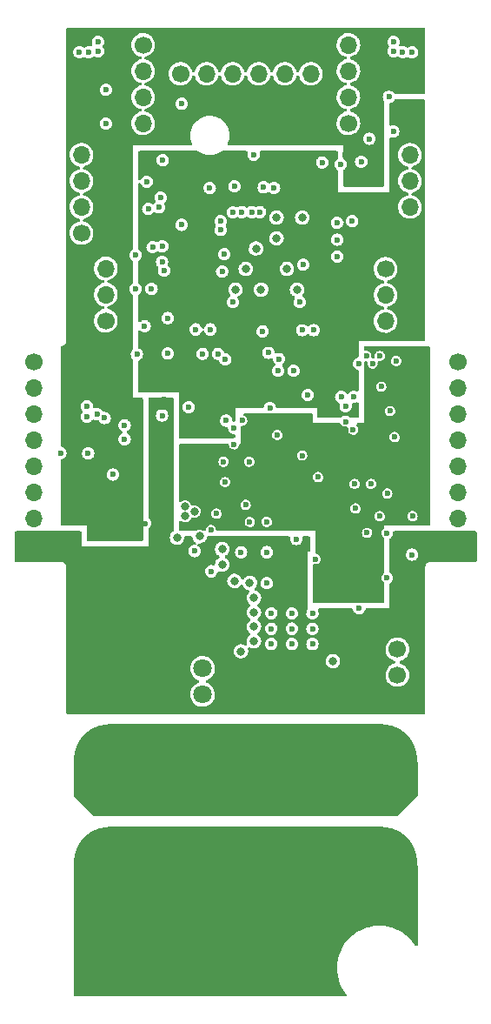
<source format=gbr>
%TF.GenerationSoftware,KiCad,Pcbnew,(6.0.1-0)*%
%TF.CreationDate,2024-02-14T14:00:17+01:00*%
%TF.ProjectId,dcload-control-board,64636c6f-6164-42d6-936f-6e74726f6c2d,rev?*%
%TF.SameCoordinates,Original*%
%TF.FileFunction,Copper,L3,Inr*%
%TF.FilePolarity,Positive*%
%FSLAX46Y46*%
G04 Gerber Fmt 4.6, Leading zero omitted, Abs format (unit mm)*
G04 Created by KiCad (PCBNEW (6.0.1-0)) date 2024-02-14 14:00:17*
%MOMM*%
%LPD*%
G01*
G04 APERTURE LIST*
%TA.AperFunction,ComponentPad*%
%ADD10C,1.700000*%
%TD*%
%TA.AperFunction,ComponentPad*%
%ADD11C,7.500000*%
%TD*%
%TA.AperFunction,ComponentPad*%
%ADD12O,1.700000X1.700000*%
%TD*%
%TA.AperFunction,ComponentPad*%
%ADD13C,1.800000*%
%TD*%
%TA.AperFunction,ViaPad*%
%ADD14C,0.600000*%
%TD*%
%TA.AperFunction,ViaPad*%
%ADD15C,0.800000*%
%TD*%
G04 APERTURE END LIST*
D10*
%TO.N,/3. Input Protection & Voltage Sense/RSEN-*%
%TO.C,J300*%
X164775000Y-115000000D03*
%TO.N,/3. Input Protection & Voltage Sense/RSEN+*%
X164775000Y-117500000D03*
%TD*%
D11*
%TO.N,IN-*%
%TO.C,H301*%
X163000000Y-136000000D03*
%TD*%
D10*
%TO.N,+3V3*%
%TO.C,J202*%
X134000000Y-74500000D03*
D12*
%TO.N,/2. MCU/TX*%
X134000000Y-71960000D03*
%TO.N,/2. MCU/RX*%
X134000000Y-69420000D03*
%TO.N,GND*%
X134000000Y-66880000D03*
%TD*%
D10*
%TO.N,/~{FAULT}*%
%TO.C,J102*%
X163625000Y-77975000D03*
D12*
%TO.N,GND*%
X163625000Y-80515000D03*
%TO.N,/ISET*%
X163625000Y-83055000D03*
%TD*%
D13*
%TO.N,VCC*%
%TO.C,J104*%
X145800000Y-119400000D03*
%TO.N,GND*%
X145800000Y-116860000D03*
%TD*%
D10*
%TO.N,+3V3*%
%TO.C,J201*%
X166000000Y-74500000D03*
D12*
%TO.N,/2. MCU/SWDIO*%
X166000000Y-71960000D03*
%TO.N,/2. MCU/SWCLK*%
X166000000Y-69420000D03*
%TO.N,GND*%
X166000000Y-66880000D03*
%TD*%
D11*
%TO.N,IN-*%
%TO.C,H303*%
X137000000Y-136000000D03*
%TD*%
%TO.N,IN+*%
%TO.C,H300*%
X163000000Y-126000000D03*
%TD*%
D10*
%TO.N,/ISET*%
%TO.C,J103*%
X136375000Y-83025000D03*
D12*
%TO.N,GND*%
X136375000Y-80485000D03*
%TO.N,/~{FAULT}*%
X136375000Y-77945000D03*
%TD*%
D10*
%TO.N,/2. MCU/CMD_MOSI*%
%TO.C,J200*%
X143650000Y-59000000D03*
D12*
%TO.N,/2. MCU/CMD_MISO*%
X146190000Y-59000000D03*
%TO.N,/2. MCU/CMD_SCK*%
X148730000Y-59000000D03*
%TO.N,/2. MCU/CMD_SS*%
X151270000Y-59000000D03*
%TO.N,GND*%
X153810000Y-59000000D03*
%TO.N,Net-(D200-Pad1)*%
X156350000Y-59000000D03*
%TD*%
D11*
%TO.N,IN+*%
%TO.C,H302*%
X137000000Y-126000000D03*
%TD*%
D10*
%TO.N,/NTC_R*%
%TO.C,J101*%
X129320000Y-87000000D03*
D12*
%TO.N,GND*%
X129320000Y-89540000D03*
%TO.N,/EN_R*%
X129320000Y-92080000D03*
%TO.N,/ISET*%
X129320000Y-94620000D03*
%TO.N,/ISEN_R2*%
X129320000Y-97160000D03*
%TO.N,/ISEN_R1*%
X129320000Y-99700000D03*
%TO.N,GND*%
X129320000Y-102240000D03*
%TO.N,+12VA*%
X129320000Y-104780000D03*
%TD*%
D10*
%TO.N,/NTC_L*%
%TO.C,J100*%
X170680000Y-87000000D03*
D12*
%TO.N,GND*%
X170680000Y-89540000D03*
%TO.N,/EN_L*%
X170680000Y-92080000D03*
%TO.N,/ISET*%
X170680000Y-94620000D03*
%TO.N,/ISEN_L2*%
X170680000Y-97160000D03*
%TO.N,/ISEN_L1*%
X170680000Y-99700000D03*
%TO.N,GND*%
X170680000Y-102240000D03*
%TO.N,+12VA*%
X170680000Y-104780000D03*
%TD*%
D10*
%TO.N,/5. Fan Control/FAN1_GND*%
%TO.C,J500*%
X140000000Y-56190000D03*
D12*
%TO.N,/5. Fan Control/FAN1_VCC*%
X140000000Y-58730000D03*
%TO.N,/5. Fan Control/FAN1_TACH_CON*%
X140000000Y-61270000D03*
%TO.N,/5. Fan Control/FAN1_PWM_CON*%
X140000000Y-63810000D03*
%TD*%
D10*
%TO.N,/5. Fan Control/FAN2_PWM_CON*%
%TO.C,J501*%
X160000000Y-63810000D03*
D12*
%TO.N,/5. Fan Control/FAN2_TACH_CON*%
X160000000Y-61270000D03*
%TO.N,/5. Fan Control/FAN2_VCC*%
X160000000Y-58730000D03*
%TO.N,/5. Fan Control/FAN2_GND*%
X160000000Y-56190000D03*
%TD*%
D14*
%TO.N,+12V*%
X164400000Y-59100000D03*
X166200000Y-58100000D03*
D15*
X138500000Y-101500000D03*
D14*
X154700000Y-63100000D03*
X164400000Y-58200000D03*
D15*
X137250000Y-102750000D03*
D14*
X140200000Y-102750000D03*
D15*
X137250000Y-101500000D03*
D14*
X133800000Y-58100000D03*
D15*
X138500000Y-104000000D03*
D14*
X150400000Y-102615000D03*
D15*
X136000000Y-104000000D03*
D14*
X135600000Y-59100000D03*
D15*
X136000000Y-102750000D03*
D14*
X135600000Y-58200000D03*
X154700000Y-62400000D03*
D15*
X137250000Y-104000000D03*
X138500000Y-102750000D03*
D14*
X154000000Y-63100000D03*
X162075000Y-69375000D03*
X154000000Y-62400000D03*
X160350000Y-69375000D03*
X159700000Y-66850000D03*
X165300000Y-58100000D03*
X161225000Y-69375000D03*
D15*
X136000000Y-101500000D03*
D14*
X134700000Y-58100000D03*
D15*
%TO.N,GND*%
X149550000Y-115200000D03*
D14*
X148875000Y-95050000D03*
D15*
X145000000Y-101600000D03*
X149000000Y-80000000D03*
D14*
X135600000Y-56800000D03*
X154500000Y-111500000D03*
X161750000Y-86450000D03*
X160700000Y-101300000D03*
X142400000Y-86225000D03*
D15*
X151000000Y-76000000D03*
D14*
X164500000Y-94350000D03*
X159725000Y-91350000D03*
X142400000Y-82775000D03*
D15*
X150000000Y-78000000D03*
D14*
X161825000Y-103675000D03*
X148100000Y-92750000D03*
X156800000Y-106225000D03*
X140825000Y-79925000D03*
X160375000Y-73350000D03*
X148875000Y-93450000D03*
X159300000Y-90450000D03*
X148750000Y-81225000D03*
X148900000Y-69950000D03*
X135500000Y-92100000D03*
X161050000Y-111000000D03*
X150350000Y-96750000D03*
X161050000Y-87200000D03*
X141700000Y-71050000D03*
X149650000Y-92750000D03*
X147700000Y-78250000D03*
X148000000Y-86800000D03*
D15*
X155500000Y-73000000D03*
D14*
X164650000Y-86950000D03*
X134700000Y-56900000D03*
X139275000Y-79925000D03*
D15*
X147700000Y-106750000D03*
D14*
X160500000Y-90450000D03*
D15*
X155000000Y-80000000D03*
D14*
X161250000Y-67550000D03*
X135600000Y-55900000D03*
X154925000Y-104275000D03*
X158900000Y-73500000D03*
D15*
X150800000Y-114200000D03*
X145500000Y-104000000D03*
X154000000Y-78000000D03*
D14*
X138200000Y-94550000D03*
X147850000Y-96750000D03*
X154500000Y-114500000D03*
X152500000Y-111500000D03*
X145800000Y-86250000D03*
X166200000Y-56900000D03*
X155500000Y-83950000D03*
X164375000Y-64625000D03*
X138200000Y-93200000D03*
X148750000Y-72475000D03*
X156500000Y-111500000D03*
X152500000Y-114500000D03*
X136375000Y-60550000D03*
X164400000Y-56800000D03*
X154500000Y-113000000D03*
X136250000Y-92500000D03*
X153150000Y-87900000D03*
D15*
X143300000Y-104125000D03*
D14*
X137050000Y-98000000D03*
D15*
X151500000Y-80000000D03*
D14*
X152500000Y-113000000D03*
X142050000Y-78150000D03*
X159725000Y-92850000D03*
X163050000Y-86450000D03*
X153075000Y-94150000D03*
X157450000Y-67625000D03*
X150775000Y-66875000D03*
X141550000Y-72000000D03*
X146500000Y-70125000D03*
X163750000Y-108050000D03*
D15*
X150800000Y-111400000D03*
D14*
X162350000Y-87200000D03*
D15*
X150800000Y-112800000D03*
D14*
X133800000Y-56900000D03*
X147300000Y-86250000D03*
D15*
X148900000Y-108350000D03*
D14*
X155250000Y-81225000D03*
X165300000Y-56900000D03*
D15*
X147700000Y-105250000D03*
D14*
X156625000Y-83950000D03*
D15*
X150400000Y-108550000D03*
X153000000Y-75000000D03*
D14*
X159250000Y-67800000D03*
D15*
X150800000Y-110000000D03*
D14*
X143750000Y-73700000D03*
X147975000Y-98725000D03*
X152050000Y-102600000D03*
X140500000Y-72150000D03*
X164400000Y-55900000D03*
X156500000Y-114500000D03*
X164075000Y-91825000D03*
X156500000Y-113000000D03*
D15*
X144100000Y-101100000D03*
D14*
X141850000Y-92250000D03*
X154650000Y-87900000D03*
X141875000Y-75775000D03*
X157050000Y-98250000D03*
X163750000Y-103700000D03*
D15*
X158500000Y-116150000D03*
X153000000Y-73000000D03*
D14*
X160475000Y-93625000D03*
D15*
X144100000Y-102050500D03*
D14*
%TO.N,+3V3*%
X158350000Y-69375000D03*
X158200000Y-72650000D03*
X145900000Y-72650000D03*
X157500000Y-69375000D03*
X146700000Y-92525000D03*
X139750000Y-66825000D03*
X146550000Y-71800000D03*
X160625000Y-78725000D03*
X156500000Y-82575000D03*
X147650000Y-71550000D03*
X148075000Y-83925000D03*
X149075000Y-83900000D03*
X147650000Y-70700000D03*
X157500000Y-71900000D03*
X157600000Y-92100000D03*
D15*
X140275000Y-75000000D03*
D14*
X152275000Y-66900000D03*
X157800000Y-82575000D03*
X156650000Y-69375000D03*
X158550000Y-71900000D03*
X160375000Y-72000000D03*
X157250000Y-72650000D03*
X157600000Y-90400000D03*
X166350000Y-62000000D03*
X157475000Y-68475000D03*
X148100000Y-69950000D03*
X141900000Y-79500000D03*
X146550000Y-94250000D03*
%TO.N,+5VA*%
X134650000Y-95950000D03*
X162200000Y-90400000D03*
X162200000Y-92100000D03*
X134525000Y-92350000D03*
X162200000Y-93625000D03*
X151200000Y-92500000D03*
X158500000Y-107450000D03*
X151200000Y-94250000D03*
X156800000Y-107475000D03*
X143900000Y-95400000D03*
X162875000Y-92800000D03*
X143900000Y-96150000D03*
X134525000Y-91350000D03*
X163200000Y-110200000D03*
X152600000Y-97300000D03*
X155875000Y-98250000D03*
%TO.N,VCC*%
X146650000Y-107415000D03*
X152050000Y-108550000D03*
D15*
%TO.N,+12VA*%
X158100000Y-117700000D03*
D14*
X142025000Y-90650000D03*
X142475000Y-98725000D03*
X154100000Y-105900000D03*
D15*
X158700000Y-119600000D03*
D14*
X156000000Y-104300000D03*
D15*
X158100000Y-118700000D03*
X159300000Y-118700000D03*
D14*
%TO.N,/2. MCU/FAN1_TACH*%
X143775000Y-61925000D03*
X151750000Y-70050000D03*
%TO.N,/2. MCU/FAN2_TACH*%
X163950000Y-61250000D03*
X158925000Y-75150000D03*
%TO.N,/2. MCU/FAN1_PWM*%
X136375000Y-63850000D03*
X149625000Y-72450000D03*
%TO.N,/2. MCU/FAN2_PWM*%
X152763374Y-70113451D03*
X162050000Y-65325000D03*
%TO.N,VREF_ADC*%
X163200000Y-89450000D03*
X144450000Y-91450000D03*
X152350000Y-91550000D03*
D15*
%TO.N,IN-*%
X143000000Y-135200000D03*
X152400000Y-135200000D03*
X157100000Y-135200000D03*
D14*
X166200000Y-105800000D03*
D15*
X147700000Y-135200000D03*
%TO.N,IN+*%
X147700000Y-127500000D03*
X152400000Y-127500000D03*
X143000000Y-127500000D03*
X156300000Y-127500000D03*
D14*
%TO.N,/ISEN_R1*%
X162200000Y-98900000D03*
X140150000Y-83550000D03*
X131950000Y-95900000D03*
%TO.N,/ISEN_L2*%
X166250000Y-102050000D03*
%TO.N,/ISEN_R2*%
X160600000Y-98900000D03*
X139400000Y-86300000D03*
%TO.N,/3. Input Protection & Voltage Sense/RSEN-*%
X150000000Y-100950000D03*
%TO.N,/3. Input Protection & Voltage Sense/RSEN+*%
X147150000Y-101800000D03*
%TO.N,/2. MCU/VSEN_ADC_MISO*%
X155600000Y-77575000D03*
X151650000Y-84050000D03*
%TO.N,/2. MCU/TX*%
X151400000Y-72450000D03*
%TO.N,/2. MCU/RX*%
X150600000Y-72450000D03*
%TO.N,/2. MCU/LED_GRN*%
X140350000Y-69500000D03*
X147550000Y-74200000D03*
%TO.N,/2. MCU/LED_RED*%
X141900000Y-67400000D03*
X147550000Y-73350000D03*
%TO.N,/~{FAULT}*%
X158925000Y-76775000D03*
%TO.N,/EN_R*%
X147900000Y-76550000D03*
X140925000Y-75875000D03*
%TO.N,/2. MCU/VSEN_ADC_SS*%
X153260199Y-86754079D03*
X152200000Y-86150000D03*
%TO.N,/1. Power Supplies/BUCK_SW*%
X145000000Y-105450000D03*
X146600000Y-103400000D03*
%TO.N,/1. Power Supplies/BUCK_EN*%
X149550000Y-105550000D03*
X152050000Y-105550000D03*
%TO.N,/NTC_L*%
X141850000Y-77300000D03*
%TO.N,/NTC_R*%
X139275000Y-76650000D03*
%TO.N,/2. MCU/VSEN_SRC*%
X156050000Y-90250000D03*
X155500000Y-96150000D03*
%TO.N,/2. MCU/ISEN_L1_ADC*%
X146550000Y-83875000D03*
X163800000Y-99850000D03*
%TO.N,/2. MCU/ISEN_L2_ADC*%
X145125000Y-83875000D03*
X163050000Y-102050000D03*
%TD*%
%TA.AperFunction,Conductor*%
%TO.N,IN-*%
G36*
X163062196Y-132269962D02*
G01*
X163093760Y-132294351D01*
X166707064Y-135956484D01*
X166745179Y-136023536D01*
X166750000Y-136061133D01*
X166750000Y-143740008D01*
X166730038Y-143814508D01*
X166675500Y-143869046D01*
X166601000Y-143889008D01*
X166526500Y-143869046D01*
X166472485Y-143815406D01*
X166437134Y-143755152D01*
X166435290Y-143752009D01*
X166199529Y-143427513D01*
X165933228Y-143127571D01*
X165638929Y-142855047D01*
X165319441Y-142612542D01*
X164977813Y-142402371D01*
X164847307Y-142338719D01*
X164620586Y-142228139D01*
X164620581Y-142228137D01*
X164617307Y-142226540D01*
X164241363Y-142086728D01*
X163853570Y-141984269D01*
X163779135Y-141972213D01*
X163461226Y-141920722D01*
X163461217Y-141920721D01*
X163457630Y-141920140D01*
X163454006Y-141919912D01*
X163453997Y-141919911D01*
X163158826Y-141901341D01*
X163129563Y-141899500D01*
X162898894Y-141899500D01*
X162897098Y-141899588D01*
X162897091Y-141899588D01*
X162817228Y-141903494D01*
X162599379Y-141914149D01*
X162595792Y-141914679D01*
X162595789Y-141914679D01*
X162506045Y-141927931D01*
X162202582Y-141972743D01*
X161916054Y-142044182D01*
X161816929Y-142068896D01*
X161816926Y-142068897D01*
X161813396Y-142069777D01*
X161435537Y-142204327D01*
X161432241Y-142205878D01*
X161075916Y-142373551D01*
X161075911Y-142373554D01*
X161072610Y-142375107D01*
X161069480Y-142376973D01*
X161069476Y-142376975D01*
X161023659Y-142404288D01*
X160728081Y-142580488D01*
X160405238Y-142818508D01*
X160107163Y-143086896D01*
X159836700Y-143383091D01*
X159596432Y-143704264D01*
X159388651Y-144047351D01*
X159215342Y-144409076D01*
X159078157Y-144785987D01*
X158978408Y-145174486D01*
X158917045Y-145570864D01*
X158894655Y-145971339D01*
X158911451Y-146372087D01*
X158967274Y-146769284D01*
X159061589Y-147159137D01*
X159193498Y-147537927D01*
X159361740Y-147902036D01*
X159363574Y-147905161D01*
X159363575Y-147905164D01*
X159528097Y-148185585D01*
X159564710Y-148247991D01*
X159566850Y-148250936D01*
X159566851Y-148250938D01*
X159793883Y-148563420D01*
X159821524Y-148635425D01*
X159809458Y-148711604D01*
X159760920Y-148771543D01*
X159688915Y-148799184D01*
X159673340Y-148800000D01*
X133399000Y-148800000D01*
X133324500Y-148780038D01*
X133269962Y-148725500D01*
X133250000Y-148651000D01*
X133250000Y-136061718D01*
X133269962Y-135987218D01*
X133293641Y-135956359D01*
X136956359Y-132293641D01*
X137023154Y-132255077D01*
X137061718Y-132250000D01*
X162987696Y-132250000D01*
X163062196Y-132269962D01*
G37*
%TD.AperFunction*%
%TD*%
%TA.AperFunction,Conductor*%
%TO.N,IN+*%
G36*
X163012782Y-122269962D02*
G01*
X163043641Y-122293641D01*
X166706359Y-125956359D01*
X166744923Y-126023154D01*
X166750000Y-126061718D01*
X166750000Y-129188282D01*
X166730038Y-129262782D01*
X166706359Y-129293641D01*
X164793641Y-131206359D01*
X164726846Y-131244923D01*
X164688282Y-131250000D01*
X135311718Y-131250000D01*
X135237218Y-131230038D01*
X135206359Y-131206359D01*
X133293641Y-129293641D01*
X133255077Y-129226846D01*
X133250000Y-129188282D01*
X133250000Y-126061718D01*
X133269962Y-125987218D01*
X133293641Y-125956359D01*
X136956359Y-122293641D01*
X137023154Y-122255077D01*
X137061718Y-122250000D01*
X162938282Y-122250000D01*
X163012782Y-122269962D01*
G37*
%TD.AperFunction*%
%TD*%
%TA.AperFunction,Conductor*%
%TO.N,+12VA*%
G36*
X142925500Y-90519962D02*
G01*
X142980038Y-90574500D01*
X143000000Y-90649000D01*
X143000000Y-103400728D01*
X142980038Y-103475228D01*
X142919341Y-103533131D01*
X142903369Y-103541375D01*
X142896602Y-103547279D01*
X142896598Y-103547281D01*
X142845358Y-103591981D01*
X142775604Y-103652831D01*
X142770439Y-103660180D01*
X142764017Y-103669318D01*
X142678113Y-103791547D01*
X142616524Y-103949513D01*
X142594394Y-104117611D01*
X142595380Y-104126542D01*
X142595380Y-104126543D01*
X142600131Y-104169574D01*
X142612999Y-104286135D01*
X142616087Y-104294572D01*
X142616087Y-104294574D01*
X142635359Y-104347236D01*
X142671266Y-104445356D01*
X142676275Y-104452811D01*
X142676276Y-104452812D01*
X142760292Y-104577841D01*
X142765830Y-104586083D01*
X142772472Y-104592126D01*
X142772473Y-104592128D01*
X142854070Y-104666375D01*
X142891233Y-104700191D01*
X142899128Y-104704478D01*
X142899130Y-104704479D01*
X143032344Y-104776808D01*
X143032347Y-104776809D01*
X143040235Y-104781092D01*
X143122234Y-104802604D01*
X143195549Y-104821838D01*
X143195551Y-104821838D01*
X143204233Y-104824116D01*
X143213209Y-104824257D01*
X143364781Y-104826638D01*
X143373760Y-104826779D01*
X143539029Y-104788928D01*
X143551005Y-104782905D01*
X143682471Y-104716784D01*
X143690498Y-104712747D01*
X143737877Y-104672281D01*
X143812594Y-104608467D01*
X143812596Y-104608465D01*
X143819423Y-104602634D01*
X143855730Y-104552107D01*
X143913124Y-104472236D01*
X143913126Y-104472232D01*
X143918361Y-104464947D01*
X143965681Y-104347236D01*
X143978251Y-104315969D01*
X143978252Y-104315964D01*
X143981601Y-104307634D01*
X144000657Y-104173737D01*
X144004804Y-104144600D01*
X144004804Y-104144596D01*
X144005490Y-104139778D01*
X144005517Y-104137165D01*
X144030880Y-104064932D01*
X144089396Y-104014686D01*
X144153899Y-104000000D01*
X144661754Y-104000000D01*
X144736254Y-104019962D01*
X144790792Y-104074500D01*
X144809854Y-104132648D01*
X144812999Y-104161135D01*
X144816087Y-104169572D01*
X144816087Y-104169574D01*
X144823917Y-104190969D01*
X144871266Y-104320356D01*
X144876275Y-104327811D01*
X144876276Y-104327812D01*
X144952190Y-104440784D01*
X144965830Y-104461083D01*
X144972472Y-104467126D01*
X144972473Y-104467128D01*
X145063408Y-104549872D01*
X145091233Y-104575191D01*
X145094560Y-104576998D01*
X145142186Y-104634566D01*
X145155049Y-104710614D01*
X145128165Y-104782905D01*
X145068737Y-104832069D01*
X145007830Y-104845349D01*
X145000000Y-104844318D01*
X144990315Y-104845593D01*
X144852921Y-104863681D01*
X144852919Y-104863681D01*
X144843238Y-104864956D01*
X144834216Y-104868693D01*
X144718687Y-104916547D01*
X144697159Y-104925464D01*
X144571718Y-105021718D01*
X144475464Y-105147159D01*
X144471726Y-105156182D01*
X144471726Y-105156183D01*
X144423867Y-105271726D01*
X144414956Y-105293238D01*
X144413681Y-105302919D01*
X144413681Y-105302921D01*
X144401791Y-105393238D01*
X144394318Y-105450000D01*
X144395593Y-105459685D01*
X144411145Y-105577812D01*
X144414956Y-105606762D01*
X144418693Y-105615784D01*
X144452367Y-105697079D01*
X144475464Y-105752841D01*
X144571718Y-105878282D01*
X144697159Y-105974536D01*
X144706182Y-105978274D01*
X144706183Y-105978274D01*
X144749166Y-105996078D01*
X144843238Y-106035044D01*
X144852919Y-106036319D01*
X144852921Y-106036319D01*
X144990315Y-106054407D01*
X145000000Y-106055682D01*
X145009685Y-106054407D01*
X145147079Y-106036319D01*
X145147081Y-106036319D01*
X145156762Y-106035044D01*
X145250834Y-105996078D01*
X145293817Y-105978274D01*
X145293818Y-105978274D01*
X145302841Y-105974536D01*
X145428282Y-105878282D01*
X145524536Y-105752841D01*
X145547634Y-105697079D01*
X145581307Y-105615784D01*
X145585044Y-105606762D01*
X145588856Y-105577812D01*
X145604407Y-105459685D01*
X145605682Y-105450000D01*
X145598209Y-105393238D01*
X145586319Y-105302921D01*
X145586319Y-105302919D01*
X145585044Y-105293238D01*
X145576133Y-105271726D01*
X145528274Y-105156183D01*
X145528274Y-105156182D01*
X145524536Y-105147159D01*
X145428282Y-105021718D01*
X145357007Y-104967027D01*
X145310055Y-104905838D01*
X145299988Y-104829370D01*
X145329503Y-104758113D01*
X145390693Y-104711160D01*
X145450053Y-104699836D01*
X145564781Y-104701638D01*
X145573760Y-104701779D01*
X145739029Y-104663928D01*
X145890498Y-104587747D01*
X145935828Y-104549031D01*
X146012594Y-104483467D01*
X146012596Y-104483465D01*
X146019423Y-104477634D01*
X146059343Y-104422079D01*
X146113124Y-104347236D01*
X146113126Y-104347232D01*
X146118361Y-104339947D01*
X146136601Y-104294574D01*
X146178251Y-104190969D01*
X146178252Y-104190964D01*
X146181601Y-104182634D01*
X146182866Y-104173743D01*
X146182868Y-104173737D01*
X146189377Y-104128005D01*
X146219637Y-104057061D01*
X146281316Y-104010752D01*
X146336890Y-104000000D01*
X146547078Y-104000000D01*
X146566524Y-104001275D01*
X146600000Y-104005682D01*
X146633476Y-104001275D01*
X146652922Y-104000000D01*
X154185621Y-104000000D01*
X154260121Y-104019962D01*
X154314659Y-104074500D01*
X154334621Y-104149000D01*
X154333346Y-104168443D01*
X154319318Y-104275000D01*
X154320593Y-104284685D01*
X154326772Y-104331616D01*
X154339956Y-104431762D01*
X154343693Y-104440784D01*
X154389805Y-104552107D01*
X154400464Y-104577841D01*
X154496718Y-104703282D01*
X154622159Y-104799536D01*
X154631182Y-104803274D01*
X154631183Y-104803274D01*
X154700700Y-104832069D01*
X154768238Y-104860044D01*
X154777919Y-104861319D01*
X154777921Y-104861319D01*
X154915315Y-104879407D01*
X154925000Y-104880682D01*
X154934685Y-104879407D01*
X155072079Y-104861319D01*
X155072081Y-104861319D01*
X155081762Y-104860044D01*
X155149300Y-104832069D01*
X155218817Y-104803274D01*
X155218818Y-104803274D01*
X155227841Y-104799536D01*
X155353282Y-104703282D01*
X155449536Y-104577841D01*
X155460196Y-104552107D01*
X155506307Y-104440784D01*
X155510044Y-104431762D01*
X155523229Y-104331616D01*
X155529407Y-104284685D01*
X155530682Y-104275000D01*
X155516654Y-104168448D01*
X155526721Y-104091980D01*
X155573673Y-104030790D01*
X155644930Y-104001275D01*
X155664379Y-104000000D01*
X156151000Y-104000000D01*
X156225500Y-104019962D01*
X156280038Y-104074500D01*
X156300000Y-104149000D01*
X156300000Y-105351000D01*
X156280038Y-105425500D01*
X156225500Y-105480038D01*
X156151000Y-105500000D01*
X156000000Y-105500000D01*
X156000000Y-111000000D01*
X156005256Y-111000000D01*
X156012646Y-111027580D01*
X156021002Y-111042053D01*
X156021002Y-111119181D01*
X155995290Y-111171321D01*
X155975464Y-111197159D01*
X155971726Y-111206182D01*
X155971726Y-111206183D01*
X155961165Y-111231680D01*
X155914956Y-111343238D01*
X155913681Y-111352919D01*
X155913681Y-111352921D01*
X155904902Y-111419604D01*
X155894318Y-111500000D01*
X155895593Y-111509685D01*
X155904027Y-111573744D01*
X155914956Y-111656762D01*
X155918693Y-111665784D01*
X155941298Y-111720356D01*
X155975464Y-111802841D01*
X156071718Y-111928282D01*
X156197159Y-112024536D01*
X156206182Y-112028274D01*
X156206183Y-112028274D01*
X156334216Y-112081307D01*
X156343238Y-112085044D01*
X156352919Y-112086319D01*
X156352921Y-112086319D01*
X156474121Y-112102275D01*
X156494451Y-112110696D01*
X156525879Y-112102275D01*
X156647079Y-112086319D01*
X156647081Y-112086319D01*
X156656762Y-112085044D01*
X156665784Y-112081307D01*
X156793817Y-112028274D01*
X156793818Y-112028274D01*
X156802841Y-112024536D01*
X156928282Y-111928282D01*
X157024536Y-111802841D01*
X157058703Y-111720356D01*
X157081307Y-111665784D01*
X157085044Y-111656762D01*
X157095974Y-111573744D01*
X157104407Y-111509685D01*
X157105682Y-111500000D01*
X157095098Y-111419604D01*
X157086319Y-111352921D01*
X157086319Y-111352919D01*
X157085044Y-111343238D01*
X157028206Y-111206019D01*
X157018139Y-111129552D01*
X157047654Y-111058295D01*
X157108844Y-111011342D01*
X157165864Y-111000000D01*
X160313649Y-111000000D01*
X160388149Y-111019962D01*
X160442687Y-111074500D01*
X160461374Y-111129552D01*
X160464956Y-111156762D01*
X160525464Y-111302841D01*
X160621718Y-111428282D01*
X160747159Y-111524536D01*
X160756182Y-111528274D01*
X160756183Y-111528274D01*
X160855890Y-111569574D01*
X160893238Y-111585044D01*
X160902919Y-111586319D01*
X160902921Y-111586319D01*
X161040315Y-111604407D01*
X161050000Y-111605682D01*
X161059685Y-111604407D01*
X161197079Y-111586319D01*
X161197081Y-111586319D01*
X161206762Y-111585044D01*
X161244110Y-111569574D01*
X161343817Y-111528274D01*
X161343818Y-111528274D01*
X161352841Y-111524536D01*
X161478282Y-111428282D01*
X161574536Y-111302841D01*
X161635044Y-111156762D01*
X161638626Y-111129552D01*
X161668140Y-111058296D01*
X161729330Y-111011342D01*
X161786351Y-111000000D01*
X164000000Y-111000000D01*
X164000000Y-108688561D01*
X164019962Y-108614061D01*
X164058295Y-108570351D01*
X164170533Y-108484228D01*
X164178282Y-108478282D01*
X164274536Y-108352841D01*
X164278774Y-108342611D01*
X164331307Y-108215784D01*
X164335044Y-108206762D01*
X164337411Y-108188787D01*
X164354407Y-108059685D01*
X164355682Y-108050000D01*
X164341139Y-107939536D01*
X164336319Y-107902921D01*
X164336319Y-107902919D01*
X164335044Y-107893238D01*
X164274536Y-107747159D01*
X164178282Y-107621718D01*
X164058295Y-107529649D01*
X164011342Y-107468459D01*
X164000000Y-107411439D01*
X164000000Y-105800000D01*
X165594318Y-105800000D01*
X165595593Y-105809685D01*
X165603407Y-105869035D01*
X165614956Y-105956762D01*
X165618693Y-105965784D01*
X165647382Y-106035044D01*
X165675464Y-106102841D01*
X165771718Y-106228282D01*
X165897159Y-106324536D01*
X165906182Y-106328274D01*
X165906183Y-106328274D01*
X166034216Y-106381307D01*
X166043238Y-106385044D01*
X166052919Y-106386319D01*
X166052921Y-106386319D01*
X166190315Y-106404407D01*
X166200000Y-106405682D01*
X166209685Y-106404407D01*
X166347079Y-106386319D01*
X166347081Y-106386319D01*
X166356762Y-106385044D01*
X166365784Y-106381307D01*
X166493817Y-106328274D01*
X166493818Y-106328274D01*
X166502841Y-106324536D01*
X166628282Y-106228282D01*
X166724536Y-106102841D01*
X166752619Y-106035044D01*
X166781307Y-105965784D01*
X166785044Y-105956762D01*
X166796594Y-105869035D01*
X166804407Y-105809685D01*
X166805682Y-105800000D01*
X166800494Y-105760590D01*
X166786319Y-105652921D01*
X166786319Y-105652919D01*
X166785044Y-105643238D01*
X166750435Y-105559685D01*
X166728274Y-105506183D01*
X166728274Y-105506182D01*
X166724536Y-105497159D01*
X166628282Y-105371718D01*
X166502841Y-105275464D01*
X166465274Y-105259903D01*
X166365784Y-105218693D01*
X166356762Y-105214956D01*
X166347081Y-105213681D01*
X166347079Y-105213681D01*
X166209685Y-105195593D01*
X166200000Y-105194318D01*
X166190315Y-105195593D01*
X166052921Y-105213681D01*
X166052919Y-105213681D01*
X166043238Y-105214956D01*
X166034216Y-105218693D01*
X165934727Y-105259903D01*
X165897159Y-105275464D01*
X165771718Y-105371718D01*
X165675464Y-105497159D01*
X165671726Y-105506182D01*
X165671726Y-105506183D01*
X165649565Y-105559685D01*
X165614956Y-105643238D01*
X165613681Y-105652919D01*
X165613681Y-105652921D01*
X165599506Y-105760590D01*
X165594318Y-105800000D01*
X164000000Y-105800000D01*
X164000000Y-104338561D01*
X164019962Y-104264061D01*
X164058295Y-104220351D01*
X164170533Y-104134228D01*
X164178282Y-104128282D01*
X164274536Y-104002841D01*
X164278774Y-103992611D01*
X164331307Y-103865784D01*
X164335044Y-103856762D01*
X164336367Y-103846718D01*
X164354407Y-103709685D01*
X164355682Y-103700000D01*
X164351528Y-103668448D01*
X164361595Y-103591981D01*
X164408547Y-103530791D01*
X164479804Y-103501275D01*
X164499253Y-103500000D01*
X172351000Y-103500000D01*
X172425500Y-103519962D01*
X172480038Y-103574500D01*
X172500000Y-103649000D01*
X172500000Y-106351000D01*
X172480038Y-106425500D01*
X172425500Y-106480038D01*
X172351000Y-106500000D01*
X168008466Y-106500000D01*
X168007556Y-106499997D01*
X168007449Y-106499996D01*
X167931444Y-106499532D01*
X167921240Y-106502448D01*
X167921241Y-106502448D01*
X167905134Y-106507051D01*
X167885320Y-106511281D01*
X167877881Y-106512347D01*
X167858223Y-106515162D01*
X167836934Y-106524841D01*
X167816215Y-106532464D01*
X167793735Y-106538889D01*
X167784757Y-106544554D01*
X167784752Y-106544556D01*
X167770584Y-106553495D01*
X167752754Y-106563116D01*
X167727844Y-106574442D01*
X167719803Y-106581371D01*
X167719801Y-106581372D01*
X167710132Y-106589703D01*
X167692377Y-106602841D01*
X167681588Y-106609648D01*
X167681585Y-106609650D01*
X167672607Y-106615315D01*
X167665577Y-106623275D01*
X167654496Y-106635821D01*
X167640080Y-106650063D01*
X167627386Y-106661001D01*
X167627383Y-106661004D01*
X167619343Y-106667932D01*
X167606619Y-106687563D01*
X167593275Y-106705142D01*
X167577799Y-106722666D01*
X167570833Y-106737503D01*
X167566173Y-106747429D01*
X167556332Y-106765146D01*
X167541443Y-106788117D01*
X167538402Y-106798286D01*
X167538401Y-106798288D01*
X167534743Y-106810520D01*
X167526867Y-106831146D01*
X167516930Y-106852311D01*
X167515297Y-106862800D01*
X167512719Y-106879355D01*
X167508247Y-106899119D01*
X167504654Y-106911135D01*
X167500407Y-106925335D01*
X167500342Y-106935952D01*
X167500342Y-106935954D01*
X167500200Y-106959341D01*
X167500176Y-106959921D01*
X167500000Y-106961047D01*
X167500000Y-106991534D01*
X167499997Y-106992444D01*
X167499532Y-107068556D01*
X167499924Y-107069929D01*
X167500000Y-107071042D01*
X167500000Y-121151000D01*
X167480038Y-121225500D01*
X167425500Y-121280038D01*
X167351000Y-121300000D01*
X132649000Y-121300000D01*
X132574500Y-121280038D01*
X132519962Y-121225500D01*
X132500000Y-121151000D01*
X132500000Y-119368440D01*
X144594770Y-119368440D01*
X144609200Y-119588604D01*
X144663511Y-119802452D01*
X144666369Y-119808652D01*
X144666371Y-119808657D01*
X144753022Y-119996616D01*
X144755883Y-120002821D01*
X144883222Y-120183002D01*
X145041264Y-120336961D01*
X145224717Y-120459540D01*
X145427436Y-120546635D01*
X145642632Y-120595329D01*
X145688767Y-120597142D01*
X145856269Y-120603723D01*
X145856272Y-120603723D01*
X145863098Y-120603991D01*
X146081452Y-120572331D01*
X146087908Y-120570139D01*
X146087914Y-120570138D01*
X146229833Y-120521962D01*
X146290379Y-120501410D01*
X146482884Y-120393602D01*
X146652518Y-120252518D01*
X146793602Y-120082884D01*
X146835315Y-120008401D01*
X146898076Y-119896332D01*
X146901410Y-119890379D01*
X146933506Y-119795828D01*
X146970138Y-119687914D01*
X146970139Y-119687908D01*
X146972331Y-119681452D01*
X147003991Y-119463098D01*
X147005643Y-119400000D01*
X147003370Y-119375258D01*
X146986079Y-119187091D01*
X146985454Y-119180289D01*
X146925565Y-118967936D01*
X146827980Y-118770053D01*
X146695967Y-118593267D01*
X146690950Y-118588629D01*
X146690947Y-118588626D01*
X146538970Y-118448140D01*
X146538968Y-118448138D01*
X146533949Y-118443499D01*
X146528171Y-118439854D01*
X146528168Y-118439851D01*
X146353127Y-118329409D01*
X146347350Y-118325764D01*
X146312249Y-118311760D01*
X146202862Y-118268119D01*
X146141063Y-118221971D01*
X146110617Y-118151106D01*
X146119682Y-118074513D01*
X146165830Y-118012714D01*
X146210179Y-117988634D01*
X146290379Y-117961410D01*
X146482884Y-117853602D01*
X146652518Y-117712518D01*
X146793602Y-117542884D01*
X146834557Y-117469754D01*
X163619967Y-117469754D01*
X163633796Y-117680749D01*
X163642974Y-117716886D01*
X163677696Y-117853602D01*
X163685845Y-117885690D01*
X163688703Y-117891890D01*
X163688705Y-117891895D01*
X163727435Y-117975907D01*
X163774369Y-118077714D01*
X163778305Y-118083284D01*
X163778306Y-118083285D01*
X163892467Y-118244819D01*
X163896405Y-118250391D01*
X164047865Y-118397937D01*
X164223677Y-118515411D01*
X164417953Y-118598878D01*
X164624186Y-118645544D01*
X164675544Y-118647562D01*
X164828641Y-118653578D01*
X164828645Y-118653578D01*
X164835470Y-118653846D01*
X165044730Y-118623504D01*
X165051187Y-118621312D01*
X165051192Y-118621311D01*
X165215357Y-118565584D01*
X165244955Y-118555537D01*
X165339713Y-118502470D01*
X165423481Y-118455558D01*
X165423486Y-118455554D01*
X165429442Y-118452219D01*
X165592012Y-118317012D01*
X165727219Y-118154442D01*
X165730554Y-118148486D01*
X165730558Y-118148481D01*
X165790150Y-118042071D01*
X165830537Y-117969955D01*
X165861389Y-117879068D01*
X165896311Y-117776192D01*
X165896312Y-117776187D01*
X165898504Y-117769730D01*
X165928846Y-117560470D01*
X165930429Y-117500000D01*
X165927526Y-117468401D01*
X165911706Y-117296242D01*
X165911081Y-117289440D01*
X165853686Y-117085931D01*
X165760165Y-116896290D01*
X165756084Y-116890825D01*
X165756081Y-116890820D01*
X165637739Y-116732341D01*
X165637737Y-116732339D01*
X165633651Y-116726867D01*
X165478381Y-116583337D01*
X165299554Y-116470505D01*
X165293215Y-116467976D01*
X165293209Y-116467973D01*
X165109502Y-116394682D01*
X165109500Y-116394681D01*
X165103160Y-116392152D01*
X165097634Y-116391053D01*
X165032231Y-116350973D01*
X164995429Y-116283192D01*
X164997448Y-116206090D01*
X165037748Y-116140328D01*
X165092418Y-116107316D01*
X165101088Y-116104373D01*
X165244955Y-116055537D01*
X165360912Y-115990598D01*
X165423481Y-115955558D01*
X165423486Y-115955554D01*
X165429442Y-115952219D01*
X165592012Y-115817012D01*
X165727219Y-115654442D01*
X165730554Y-115648486D01*
X165730558Y-115648481D01*
X165807035Y-115511920D01*
X165830537Y-115469955D01*
X165859141Y-115385690D01*
X165896311Y-115276192D01*
X165896312Y-115276187D01*
X165898504Y-115269730D01*
X165928846Y-115060470D01*
X165930429Y-115000000D01*
X165911081Y-114789440D01*
X165853686Y-114585931D01*
X165760165Y-114396290D01*
X165756084Y-114390825D01*
X165756081Y-114390820D01*
X165637739Y-114232341D01*
X165637737Y-114232339D01*
X165633651Y-114226867D01*
X165478381Y-114083337D01*
X165299554Y-113970505D01*
X165293215Y-113967976D01*
X165293209Y-113967973D01*
X165109504Y-113894683D01*
X165103160Y-113892152D01*
X165016498Y-113874914D01*
X164902478Y-113852234D01*
X164902475Y-113852234D01*
X164895775Y-113850901D01*
X164790060Y-113849517D01*
X164691180Y-113848222D01*
X164691175Y-113848222D01*
X164684346Y-113848133D01*
X164677613Y-113849290D01*
X164677612Y-113849290D01*
X164482684Y-113882784D01*
X164482680Y-113882785D01*
X164475953Y-113883941D01*
X164277575Y-113957127D01*
X164271702Y-113960621D01*
X164255089Y-113970505D01*
X164095856Y-114065238D01*
X164063641Y-114093489D01*
X163942022Y-114200146D01*
X163942019Y-114200149D01*
X163936881Y-114204655D01*
X163881189Y-114275300D01*
X163810207Y-114365340D01*
X163810203Y-114365346D01*
X163805976Y-114370708D01*
X163802797Y-114376751D01*
X163802794Y-114376755D01*
X163789295Y-114402413D01*
X163707523Y-114557836D01*
X163689346Y-114616375D01*
X163646844Y-114753253D01*
X163646843Y-114753258D01*
X163644820Y-114759773D01*
X163644018Y-114766550D01*
X163644017Y-114766554D01*
X163624172Y-114934228D01*
X163619967Y-114969754D01*
X163633796Y-115180749D01*
X163685845Y-115385690D01*
X163688703Y-115391890D01*
X163688705Y-115391895D01*
X163734497Y-115491224D01*
X163774369Y-115577714D01*
X163778305Y-115583284D01*
X163778306Y-115583285D01*
X163839833Y-115670343D01*
X163896405Y-115750391D01*
X164047865Y-115897937D01*
X164223677Y-116015411D01*
X164229945Y-116018104D01*
X164229947Y-116018105D01*
X164270326Y-116035453D01*
X164417953Y-116098878D01*
X164424615Y-116100386D01*
X164424626Y-116100389D01*
X164442233Y-116104373D01*
X164510490Y-116140286D01*
X164551646Y-116205516D01*
X164554672Y-116282584D01*
X164518759Y-116350841D01*
X164460922Y-116389486D01*
X164277575Y-116457127D01*
X164271702Y-116460621D01*
X164210158Y-116497236D01*
X164095856Y-116565238D01*
X164063641Y-116593489D01*
X163942022Y-116700146D01*
X163942019Y-116700149D01*
X163936881Y-116704655D01*
X163907611Y-116741784D01*
X163810207Y-116865340D01*
X163810203Y-116865346D01*
X163805976Y-116870708D01*
X163802797Y-116876751D01*
X163802794Y-116876755D01*
X163789295Y-116902413D01*
X163707523Y-117057836D01*
X163696756Y-117092512D01*
X163646844Y-117253253D01*
X163646843Y-117253258D01*
X163644820Y-117259773D01*
X163644018Y-117266550D01*
X163644017Y-117266554D01*
X163620770Y-117462968D01*
X163619967Y-117469754D01*
X146834557Y-117469754D01*
X146835315Y-117468401D01*
X146898076Y-117356332D01*
X146901410Y-117350379D01*
X146934380Y-117253253D01*
X146970138Y-117147914D01*
X146970139Y-117147908D01*
X146972331Y-117141452D01*
X147003991Y-116923098D01*
X147005643Y-116860000D01*
X147004704Y-116849774D01*
X146986079Y-116647091D01*
X146985454Y-116640289D01*
X146965559Y-116569744D01*
X146927421Y-116434517D01*
X146925565Y-116427936D01*
X146907919Y-116392152D01*
X146831002Y-116236181D01*
X146827980Y-116230053D01*
X146762684Y-116142611D01*
X157794394Y-116142611D01*
X157812999Y-116311135D01*
X157816087Y-116319572D01*
X157816087Y-116319574D01*
X157842647Y-116392152D01*
X157871266Y-116470356D01*
X157876275Y-116477811D01*
X157876276Y-116477812D01*
X157960273Y-116602813D01*
X157965830Y-116611083D01*
X157972472Y-116617126D01*
X157972473Y-116617128D01*
X158074565Y-116710024D01*
X158091233Y-116725191D01*
X158099128Y-116729478D01*
X158099130Y-116729479D01*
X158232344Y-116801808D01*
X158232347Y-116801809D01*
X158240235Y-116806092D01*
X158277743Y-116815932D01*
X158395549Y-116846838D01*
X158395551Y-116846838D01*
X158404233Y-116849116D01*
X158413209Y-116849257D01*
X158564781Y-116851638D01*
X158573760Y-116851779D01*
X158739029Y-116813928D01*
X158890498Y-116737747D01*
X159004606Y-116640289D01*
X159012594Y-116633467D01*
X159012596Y-116633465D01*
X159019423Y-116627634D01*
X159066769Y-116561745D01*
X159113124Y-116497236D01*
X159113126Y-116497232D01*
X159118361Y-116489947D01*
X159140644Y-116434517D01*
X159178251Y-116340969D01*
X159178252Y-116340964D01*
X159181601Y-116332634D01*
X159205490Y-116164778D01*
X159205645Y-116150000D01*
X159185276Y-115981680D01*
X159125345Y-115823077D01*
X159029312Y-115683349D01*
X159022604Y-115677372D01*
X158909428Y-115576535D01*
X158909424Y-115576532D01*
X158902721Y-115570560D01*
X158894783Y-115566357D01*
X158894780Y-115566355D01*
X158760823Y-115495429D01*
X158752881Y-115491224D01*
X158744168Y-115489035D01*
X158744167Y-115489035D01*
X158668207Y-115469955D01*
X158588441Y-115449919D01*
X158484002Y-115449372D01*
X158427873Y-115449078D01*
X158418895Y-115449031D01*
X158410164Y-115451127D01*
X158410165Y-115451127D01*
X158262765Y-115486515D01*
X158262762Y-115486516D01*
X158254032Y-115488612D01*
X158246053Y-115492730D01*
X158246051Y-115492731D01*
X158192529Y-115520356D01*
X158103369Y-115566375D01*
X158096602Y-115572279D01*
X158096598Y-115572281D01*
X157995043Y-115660873D01*
X157975604Y-115677831D01*
X157878113Y-115816547D01*
X157816524Y-115974513D01*
X157794394Y-116142611D01*
X146762684Y-116142611D01*
X146695967Y-116053267D01*
X146690950Y-116048629D01*
X146690947Y-116048626D01*
X146538970Y-115908140D01*
X146538968Y-115908138D01*
X146533949Y-115903499D01*
X146528171Y-115899854D01*
X146528168Y-115899851D01*
X146353127Y-115789409D01*
X146347350Y-115785764D01*
X146142421Y-115704006D01*
X146075799Y-115690754D01*
X145932727Y-115662295D01*
X145932724Y-115662295D01*
X145926024Y-115660962D01*
X145814264Y-115659499D01*
X145712240Y-115658163D01*
X145712235Y-115658163D01*
X145705406Y-115658074D01*
X145698673Y-115659231D01*
X145698672Y-115659231D01*
X145591572Y-115677634D01*
X145487957Y-115695438D01*
X145481558Y-115697799D01*
X145481553Y-115697800D01*
X145368487Y-115739513D01*
X145280957Y-115771804D01*
X145091341Y-115884614D01*
X144925457Y-116030090D01*
X144921230Y-116035452D01*
X144921229Y-116035453D01*
X144827084Y-116154877D01*
X144788863Y-116203360D01*
X144777698Y-116224581D01*
X144712694Y-116348133D01*
X144686131Y-116398620D01*
X144663810Y-116470505D01*
X144622727Y-116602813D01*
X144622726Y-116602818D01*
X144620703Y-116609333D01*
X144619901Y-116616110D01*
X144619900Y-116616114D01*
X144596250Y-116815932D01*
X144594770Y-116828440D01*
X144609200Y-117048604D01*
X144663511Y-117262452D01*
X144666369Y-117268652D01*
X144666371Y-117268657D01*
X144753022Y-117456616D01*
X144755883Y-117462821D01*
X144883222Y-117643002D01*
X145041264Y-117796961D01*
X145224717Y-117919540D01*
X145398776Y-117994322D01*
X145459345Y-118042071D01*
X145487925Y-118113708D01*
X145476858Y-118190038D01*
X145429108Y-118250608D01*
X145391529Y-118271012D01*
X145280957Y-118311804D01*
X145091341Y-118424614D01*
X144925457Y-118570090D01*
X144921230Y-118575452D01*
X144921229Y-118575453D01*
X144859430Y-118653846D01*
X144788863Y-118743360D01*
X144686131Y-118938620D01*
X144684106Y-118945143D01*
X144622727Y-119142813D01*
X144622726Y-119142818D01*
X144620703Y-119149333D01*
X144594770Y-119368440D01*
X132500000Y-119368440D01*
X132500000Y-108342611D01*
X148194394Y-108342611D01*
X148212999Y-108511135D01*
X148216087Y-108519572D01*
X148216087Y-108519574D01*
X148229006Y-108554877D01*
X148271266Y-108670356D01*
X148276275Y-108677811D01*
X148276276Y-108677812D01*
X148318716Y-108740969D01*
X148365830Y-108811083D01*
X148372472Y-108817126D01*
X148372473Y-108817128D01*
X148460511Y-108897236D01*
X148491233Y-108925191D01*
X148499128Y-108929478D01*
X148499130Y-108929479D01*
X148632344Y-109001808D01*
X148632347Y-109001809D01*
X148640235Y-109006092D01*
X148677743Y-109015932D01*
X148795549Y-109046838D01*
X148795551Y-109046838D01*
X148804233Y-109049116D01*
X148813209Y-109049257D01*
X148964781Y-109051638D01*
X148973760Y-109051779D01*
X149139029Y-109013928D01*
X149290498Y-108937747D01*
X149356219Y-108881616D01*
X149412594Y-108833467D01*
X149412596Y-108833465D01*
X149419423Y-108827634D01*
X149424662Y-108820344D01*
X149424665Y-108820340D01*
X149477969Y-108746159D01*
X149537654Y-108697307D01*
X149613768Y-108684843D01*
X149685917Y-108712105D01*
X149734769Y-108771790D01*
X149738895Y-108781900D01*
X149755632Y-108827634D01*
X149771266Y-108870356D01*
X149776275Y-108877811D01*
X149776276Y-108877812D01*
X149843789Y-108978282D01*
X149865830Y-109011083D01*
X149872472Y-109017126D01*
X149872473Y-109017128D01*
X149908351Y-109049774D01*
X149991233Y-109125191D01*
X149999128Y-109129478D01*
X149999130Y-109129479D01*
X150132344Y-109201808D01*
X150132347Y-109201809D01*
X150140235Y-109206092D01*
X150198886Y-109221479D01*
X150255651Y-109236371D01*
X150322647Y-109274585D01*
X150361560Y-109341177D01*
X150361964Y-109418304D01*
X150323750Y-109485300D01*
X150315796Y-109492770D01*
X150275604Y-109527831D01*
X150178113Y-109666547D01*
X150116524Y-109824513D01*
X150094394Y-109992611D01*
X150112999Y-110161135D01*
X150116087Y-110169572D01*
X150116087Y-110169574D01*
X150148286Y-110257561D01*
X150171266Y-110320356D01*
X150176275Y-110327811D01*
X150176276Y-110327812D01*
X150195730Y-110356762D01*
X150265830Y-110461083D01*
X150272472Y-110467126D01*
X150272473Y-110467128D01*
X150384590Y-110569147D01*
X150384593Y-110569149D01*
X150391233Y-110575191D01*
X150398124Y-110578932D01*
X150446950Y-110637951D01*
X150459814Y-110713999D01*
X150432930Y-110786290D01*
X150402835Y-110815763D01*
X150403369Y-110816375D01*
X150291825Y-110913681D01*
X150275604Y-110927831D01*
X150178113Y-111066547D01*
X150116524Y-111224513D01*
X150094394Y-111392611D01*
X150095380Y-111401542D01*
X150095380Y-111401543D01*
X150100539Y-111448269D01*
X150112999Y-111561135D01*
X150116087Y-111569572D01*
X150116087Y-111569574D01*
X150122215Y-111586319D01*
X150171266Y-111720356D01*
X150176275Y-111727811D01*
X150176276Y-111727812D01*
X150184431Y-111739947D01*
X150265830Y-111861083D01*
X150272472Y-111867126D01*
X150272473Y-111867128D01*
X150384590Y-111969147D01*
X150384593Y-111969149D01*
X150391233Y-111975191D01*
X150398124Y-111978932D01*
X150446950Y-112037951D01*
X150459814Y-112113999D01*
X150432930Y-112186290D01*
X150402835Y-112215763D01*
X150403369Y-112216375D01*
X150275604Y-112327831D01*
X150178113Y-112466547D01*
X150116524Y-112624513D01*
X150094394Y-112792611D01*
X150112999Y-112961135D01*
X150116087Y-112969572D01*
X150116087Y-112969574D01*
X150130766Y-113009685D01*
X150171266Y-113120356D01*
X150176275Y-113127811D01*
X150176276Y-113127812D01*
X150195730Y-113156762D01*
X150265830Y-113261083D01*
X150272472Y-113267126D01*
X150272473Y-113267128D01*
X150384590Y-113369147D01*
X150384593Y-113369149D01*
X150391233Y-113375191D01*
X150398124Y-113378932D01*
X150446950Y-113437951D01*
X150459814Y-113513999D01*
X150432930Y-113586290D01*
X150402835Y-113615763D01*
X150403369Y-113616375D01*
X150275604Y-113727831D01*
X150178113Y-113866547D01*
X150116524Y-114024513D01*
X150094394Y-114192611D01*
X150112999Y-114361135D01*
X150116087Y-114369572D01*
X150116087Y-114369574D01*
X150135875Y-114423646D01*
X150142731Y-114500469D01*
X150110258Y-114570428D01*
X150047156Y-114614777D01*
X149970333Y-114621633D01*
X149926229Y-114606533D01*
X149810823Y-114545429D01*
X149802881Y-114541224D01*
X149794168Y-114539035D01*
X149794167Y-114539035D01*
X149719803Y-114520356D01*
X149638441Y-114499919D01*
X149534002Y-114499372D01*
X149477873Y-114499078D01*
X149468895Y-114499031D01*
X149460164Y-114501127D01*
X149460165Y-114501127D01*
X149312765Y-114536515D01*
X149312762Y-114536516D01*
X149304032Y-114538612D01*
X149296053Y-114542730D01*
X149296051Y-114542731D01*
X149161353Y-114612254D01*
X149153369Y-114616375D01*
X149146602Y-114622279D01*
X149146598Y-114622281D01*
X149032373Y-114721926D01*
X149025604Y-114727831D01*
X148928113Y-114866547D01*
X148866524Y-115024513D01*
X148844394Y-115192611D01*
X148862999Y-115361135D01*
X148866087Y-115369572D01*
X148866087Y-115369574D01*
X148895165Y-115449031D01*
X148921266Y-115520356D01*
X148926275Y-115527811D01*
X148926276Y-115527812D01*
X149007362Y-115648481D01*
X149015830Y-115661083D01*
X149022472Y-115667126D01*
X149022473Y-115667128D01*
X149119212Y-115755153D01*
X149141233Y-115775191D01*
X149149128Y-115779478D01*
X149149130Y-115779479D01*
X149282344Y-115851808D01*
X149282347Y-115851809D01*
X149290235Y-115856092D01*
X149327743Y-115865932D01*
X149445549Y-115896838D01*
X149445551Y-115896838D01*
X149454233Y-115899116D01*
X149463209Y-115899257D01*
X149614781Y-115901638D01*
X149623760Y-115901779D01*
X149789029Y-115863928D01*
X149940498Y-115787747D01*
X149962279Y-115769144D01*
X150062594Y-115683467D01*
X150062596Y-115683465D01*
X150069423Y-115677634D01*
X150145678Y-115571514D01*
X150163124Y-115547236D01*
X150163126Y-115547232D01*
X150168361Y-115539947D01*
X150204067Y-115451127D01*
X150228251Y-115390969D01*
X150228252Y-115390964D01*
X150231601Y-115382634D01*
X150255490Y-115214778D01*
X150255645Y-115200000D01*
X150235276Y-115031680D01*
X150214702Y-114977232D01*
X150207043Y-114900486D01*
X150238782Y-114830191D01*
X150301417Y-114785184D01*
X150378164Y-114777525D01*
X150425175Y-114793620D01*
X150540235Y-114856092D01*
X150604978Y-114873077D01*
X150695549Y-114896838D01*
X150695551Y-114896838D01*
X150704233Y-114899116D01*
X150713209Y-114899257D01*
X150864781Y-114901638D01*
X150873760Y-114901779D01*
X151039029Y-114863928D01*
X151190498Y-114787747D01*
X151267564Y-114721926D01*
X151312594Y-114683467D01*
X151312596Y-114683465D01*
X151319423Y-114677634D01*
X151363442Y-114616375D01*
X151413124Y-114547236D01*
X151413126Y-114547232D01*
X151418361Y-114539947D01*
X151434420Y-114500000D01*
X151894318Y-114500000D01*
X151895593Y-114509685D01*
X151910417Y-114622281D01*
X151914956Y-114656762D01*
X151975464Y-114802841D01*
X152071718Y-114928282D01*
X152197159Y-115024536D01*
X152206182Y-115028274D01*
X152206183Y-115028274D01*
X152334216Y-115081307D01*
X152343238Y-115085044D01*
X152352919Y-115086319D01*
X152352921Y-115086319D01*
X152490315Y-115104407D01*
X152500000Y-115105682D01*
X152509685Y-115104407D01*
X152647079Y-115086319D01*
X152647081Y-115086319D01*
X152656762Y-115085044D01*
X152665784Y-115081307D01*
X152793817Y-115028274D01*
X152793818Y-115028274D01*
X152802841Y-115024536D01*
X152928282Y-114928282D01*
X153024536Y-114802841D01*
X153085044Y-114656762D01*
X153089584Y-114622281D01*
X153104407Y-114509685D01*
X153105682Y-114500000D01*
X153894318Y-114500000D01*
X153895593Y-114509685D01*
X153910417Y-114622281D01*
X153914956Y-114656762D01*
X153975464Y-114802841D01*
X154071718Y-114928282D01*
X154197159Y-115024536D01*
X154206182Y-115028274D01*
X154206183Y-115028274D01*
X154334216Y-115081307D01*
X154343238Y-115085044D01*
X154352919Y-115086319D01*
X154352921Y-115086319D01*
X154490315Y-115104407D01*
X154500000Y-115105682D01*
X154509685Y-115104407D01*
X154647079Y-115086319D01*
X154647081Y-115086319D01*
X154656762Y-115085044D01*
X154665784Y-115081307D01*
X154793817Y-115028274D01*
X154793818Y-115028274D01*
X154802841Y-115024536D01*
X154928282Y-114928282D01*
X155024536Y-114802841D01*
X155085044Y-114656762D01*
X155089584Y-114622281D01*
X155104407Y-114509685D01*
X155105682Y-114500000D01*
X155894318Y-114500000D01*
X155895593Y-114509685D01*
X155910417Y-114622281D01*
X155914956Y-114656762D01*
X155975464Y-114802841D01*
X156071718Y-114928282D01*
X156197159Y-115024536D01*
X156206182Y-115028274D01*
X156206183Y-115028274D01*
X156334216Y-115081307D01*
X156343238Y-115085044D01*
X156352919Y-115086319D01*
X156352921Y-115086319D01*
X156490315Y-115104407D01*
X156500000Y-115105682D01*
X156509685Y-115104407D01*
X156647079Y-115086319D01*
X156647081Y-115086319D01*
X156656762Y-115085044D01*
X156665784Y-115081307D01*
X156793817Y-115028274D01*
X156793818Y-115028274D01*
X156802841Y-115024536D01*
X156928282Y-114928282D01*
X157024536Y-114802841D01*
X157085044Y-114656762D01*
X157089584Y-114622281D01*
X157104407Y-114509685D01*
X157105682Y-114500000D01*
X157095630Y-114423646D01*
X157086319Y-114352921D01*
X157086319Y-114352919D01*
X157085044Y-114343238D01*
X157039109Y-114232341D01*
X157028274Y-114206183D01*
X157028274Y-114206182D01*
X157024536Y-114197159D01*
X156928282Y-114071718D01*
X156802841Y-113975464D01*
X156656762Y-113914956D01*
X156647081Y-113913681D01*
X156647079Y-113913681D01*
X156525879Y-113897725D01*
X156505549Y-113889304D01*
X156474121Y-113897725D01*
X156352921Y-113913681D01*
X156352919Y-113913681D01*
X156343238Y-113914956D01*
X156197159Y-113975464D01*
X156071718Y-114071718D01*
X155975464Y-114197159D01*
X155971726Y-114206182D01*
X155971726Y-114206183D01*
X155960891Y-114232341D01*
X155914956Y-114343238D01*
X155913681Y-114352919D01*
X155913681Y-114352921D01*
X155904370Y-114423646D01*
X155894318Y-114500000D01*
X155105682Y-114500000D01*
X155095630Y-114423646D01*
X155086319Y-114352921D01*
X155086319Y-114352919D01*
X155085044Y-114343238D01*
X155039109Y-114232341D01*
X155028274Y-114206183D01*
X155028274Y-114206182D01*
X155024536Y-114197159D01*
X154928282Y-114071718D01*
X154802841Y-113975464D01*
X154656762Y-113914956D01*
X154647081Y-113913681D01*
X154647079Y-113913681D01*
X154525879Y-113897725D01*
X154505549Y-113889304D01*
X154474121Y-113897725D01*
X154352921Y-113913681D01*
X154352919Y-113913681D01*
X154343238Y-113914956D01*
X154197159Y-113975464D01*
X154071718Y-114071718D01*
X153975464Y-114197159D01*
X153971726Y-114206182D01*
X153971726Y-114206183D01*
X153960891Y-114232341D01*
X153914956Y-114343238D01*
X153913681Y-114352919D01*
X153913681Y-114352921D01*
X153904370Y-114423646D01*
X153894318Y-114500000D01*
X153105682Y-114500000D01*
X153095630Y-114423646D01*
X153086319Y-114352921D01*
X153086319Y-114352919D01*
X153085044Y-114343238D01*
X153039109Y-114232341D01*
X153028274Y-114206183D01*
X153028274Y-114206182D01*
X153024536Y-114197159D01*
X152928282Y-114071718D01*
X152802841Y-113975464D01*
X152656762Y-113914956D01*
X152647081Y-113913681D01*
X152647079Y-113913681D01*
X152525879Y-113897725D01*
X152505549Y-113889304D01*
X152474121Y-113897725D01*
X152352921Y-113913681D01*
X152352919Y-113913681D01*
X152343238Y-113914956D01*
X152197159Y-113975464D01*
X152071718Y-114071718D01*
X151975464Y-114197159D01*
X151971726Y-114206182D01*
X151971726Y-114206183D01*
X151960891Y-114232341D01*
X151914956Y-114343238D01*
X151913681Y-114352919D01*
X151913681Y-114352921D01*
X151904370Y-114423646D01*
X151894318Y-114500000D01*
X151434420Y-114500000D01*
X151438313Y-114490315D01*
X151478251Y-114390969D01*
X151478252Y-114390964D01*
X151481601Y-114382634D01*
X151505490Y-114214778D01*
X151505645Y-114200000D01*
X151485276Y-114031680D01*
X151425345Y-113873077D01*
X151329312Y-113733349D01*
X151322604Y-113727372D01*
X151209429Y-113626536D01*
X151209426Y-113626534D01*
X151202721Y-113620560D01*
X151201243Y-113619778D01*
X151153651Y-113563460D01*
X151139993Y-113487551D01*
X151166118Y-113414982D01*
X151191695Y-113386724D01*
X151319423Y-113277634D01*
X151336866Y-113253360D01*
X151413124Y-113147236D01*
X151413126Y-113147232D01*
X151418361Y-113139947D01*
X151429628Y-113111920D01*
X151474620Y-113000000D01*
X151894318Y-113000000D01*
X151895593Y-113009685D01*
X151911145Y-113127812D01*
X151914956Y-113156762D01*
X151975464Y-113302841D01*
X152071718Y-113428282D01*
X152197159Y-113524536D01*
X152343238Y-113585044D01*
X152352919Y-113586319D01*
X152352921Y-113586319D01*
X152474121Y-113602275D01*
X152494451Y-113610696D01*
X152525879Y-113602275D01*
X152647079Y-113586319D01*
X152647081Y-113586319D01*
X152656762Y-113585044D01*
X152802841Y-113524536D01*
X152928282Y-113428282D01*
X153024536Y-113302841D01*
X153085044Y-113156762D01*
X153088856Y-113127812D01*
X153104407Y-113009685D01*
X153105682Y-113000000D01*
X153894318Y-113000000D01*
X153895593Y-113009685D01*
X153911145Y-113127812D01*
X153914956Y-113156762D01*
X153975464Y-113302841D01*
X154071718Y-113428282D01*
X154197159Y-113524536D01*
X154343238Y-113585044D01*
X154352919Y-113586319D01*
X154352921Y-113586319D01*
X154474121Y-113602275D01*
X154494451Y-113610696D01*
X154525879Y-113602275D01*
X154647079Y-113586319D01*
X154647081Y-113586319D01*
X154656762Y-113585044D01*
X154802841Y-113524536D01*
X154928282Y-113428282D01*
X155024536Y-113302841D01*
X155085044Y-113156762D01*
X155088856Y-113127812D01*
X155104407Y-113009685D01*
X155105682Y-113000000D01*
X155894318Y-113000000D01*
X155895593Y-113009685D01*
X155911145Y-113127812D01*
X155914956Y-113156762D01*
X155975464Y-113302841D01*
X156071718Y-113428282D01*
X156197159Y-113524536D01*
X156343238Y-113585044D01*
X156352919Y-113586319D01*
X156352921Y-113586319D01*
X156474121Y-113602275D01*
X156494451Y-113610696D01*
X156525879Y-113602275D01*
X156647079Y-113586319D01*
X156647081Y-113586319D01*
X156656762Y-113585044D01*
X156802841Y-113524536D01*
X156928282Y-113428282D01*
X157024536Y-113302841D01*
X157085044Y-113156762D01*
X157088856Y-113127812D01*
X157104407Y-113009685D01*
X157105682Y-113000000D01*
X157085044Y-112843238D01*
X157081307Y-112834216D01*
X157028274Y-112706183D01*
X157028274Y-112706182D01*
X157024536Y-112697159D01*
X156928282Y-112571718D01*
X156802841Y-112475464D01*
X156781314Y-112466547D01*
X156665784Y-112418693D01*
X156656762Y-112414956D01*
X156647081Y-112413681D01*
X156647079Y-112413681D01*
X156525879Y-112397725D01*
X156505549Y-112389304D01*
X156474121Y-112397725D01*
X156352921Y-112413681D01*
X156352919Y-112413681D01*
X156343238Y-112414956D01*
X156334216Y-112418693D01*
X156218687Y-112466547D01*
X156197159Y-112475464D01*
X156071718Y-112571718D01*
X155975464Y-112697159D01*
X155971726Y-112706182D01*
X155971726Y-112706183D01*
X155918693Y-112834216D01*
X155914956Y-112843238D01*
X155894318Y-113000000D01*
X155105682Y-113000000D01*
X155085044Y-112843238D01*
X155081307Y-112834216D01*
X155028274Y-112706183D01*
X155028274Y-112706182D01*
X155024536Y-112697159D01*
X154928282Y-112571718D01*
X154802841Y-112475464D01*
X154781314Y-112466547D01*
X154665784Y-112418693D01*
X154656762Y-112414956D01*
X154647081Y-112413681D01*
X154647079Y-112413681D01*
X154525879Y-112397725D01*
X154505549Y-112389304D01*
X154474121Y-112397725D01*
X154352921Y-112413681D01*
X154352919Y-112413681D01*
X154343238Y-112414956D01*
X154334216Y-112418693D01*
X154218687Y-112466547D01*
X154197159Y-112475464D01*
X154071718Y-112571718D01*
X153975464Y-112697159D01*
X153971726Y-112706182D01*
X153971726Y-112706183D01*
X153918693Y-112834216D01*
X153914956Y-112843238D01*
X153894318Y-113000000D01*
X153105682Y-113000000D01*
X153085044Y-112843238D01*
X153081307Y-112834216D01*
X153028274Y-112706183D01*
X153028274Y-112706182D01*
X153024536Y-112697159D01*
X152928282Y-112571718D01*
X152802841Y-112475464D01*
X152781314Y-112466547D01*
X152665784Y-112418693D01*
X152656762Y-112414956D01*
X152647081Y-112413681D01*
X152647079Y-112413681D01*
X152525879Y-112397725D01*
X152505549Y-112389304D01*
X152474121Y-112397725D01*
X152352921Y-112413681D01*
X152352919Y-112413681D01*
X152343238Y-112414956D01*
X152334216Y-112418693D01*
X152218687Y-112466547D01*
X152197159Y-112475464D01*
X152071718Y-112571718D01*
X151975464Y-112697159D01*
X151971726Y-112706182D01*
X151971726Y-112706183D01*
X151918693Y-112834216D01*
X151914956Y-112843238D01*
X151894318Y-113000000D01*
X151474620Y-113000000D01*
X151478251Y-112990969D01*
X151478252Y-112990964D01*
X151481601Y-112982634D01*
X151505490Y-112814778D01*
X151505645Y-112800000D01*
X151485276Y-112631680D01*
X151425345Y-112473077D01*
X151329312Y-112333349D01*
X151322604Y-112327372D01*
X151209429Y-112226536D01*
X151209426Y-112226534D01*
X151202721Y-112220560D01*
X151201243Y-112219778D01*
X151153651Y-112163460D01*
X151139993Y-112087551D01*
X151166118Y-112014982D01*
X151191695Y-111986724D01*
X151319423Y-111877634D01*
X151379652Y-111793817D01*
X151413124Y-111747236D01*
X151413126Y-111747232D01*
X151418361Y-111739947D01*
X151448175Y-111665784D01*
X151478251Y-111590969D01*
X151478252Y-111590964D01*
X151481601Y-111582634D01*
X151493361Y-111500000D01*
X151894318Y-111500000D01*
X151895593Y-111509685D01*
X151904027Y-111573744D01*
X151914956Y-111656762D01*
X151918693Y-111665784D01*
X151941298Y-111720356D01*
X151975464Y-111802841D01*
X152071718Y-111928282D01*
X152197159Y-112024536D01*
X152206182Y-112028274D01*
X152206183Y-112028274D01*
X152334216Y-112081307D01*
X152343238Y-112085044D01*
X152352919Y-112086319D01*
X152352921Y-112086319D01*
X152474121Y-112102275D01*
X152494451Y-112110696D01*
X152525879Y-112102275D01*
X152647079Y-112086319D01*
X152647081Y-112086319D01*
X152656762Y-112085044D01*
X152665784Y-112081307D01*
X152793817Y-112028274D01*
X152793818Y-112028274D01*
X152802841Y-112024536D01*
X152928282Y-111928282D01*
X153024536Y-111802841D01*
X153058703Y-111720356D01*
X153081307Y-111665784D01*
X153085044Y-111656762D01*
X153095974Y-111573744D01*
X153104407Y-111509685D01*
X153105682Y-111500000D01*
X153894318Y-111500000D01*
X153895593Y-111509685D01*
X153904027Y-111573744D01*
X153914956Y-111656762D01*
X153918693Y-111665784D01*
X153941298Y-111720356D01*
X153975464Y-111802841D01*
X154071718Y-111928282D01*
X154197159Y-112024536D01*
X154206182Y-112028274D01*
X154206183Y-112028274D01*
X154334216Y-112081307D01*
X154343238Y-112085044D01*
X154352919Y-112086319D01*
X154352921Y-112086319D01*
X154474121Y-112102275D01*
X154494451Y-112110696D01*
X154525879Y-112102275D01*
X154647079Y-112086319D01*
X154647081Y-112086319D01*
X154656762Y-112085044D01*
X154665784Y-112081307D01*
X154793817Y-112028274D01*
X154793818Y-112028274D01*
X154802841Y-112024536D01*
X154928282Y-111928282D01*
X155024536Y-111802841D01*
X155058703Y-111720356D01*
X155081307Y-111665784D01*
X155085044Y-111656762D01*
X155095974Y-111573744D01*
X155104407Y-111509685D01*
X155105682Y-111500000D01*
X155095098Y-111419604D01*
X155086319Y-111352921D01*
X155086319Y-111352919D01*
X155085044Y-111343238D01*
X155038835Y-111231680D01*
X155028274Y-111206183D01*
X155028274Y-111206182D01*
X155024536Y-111197159D01*
X154928282Y-111071718D01*
X154802841Y-110975464D01*
X154656762Y-110914956D01*
X154647081Y-110913681D01*
X154647079Y-110913681D01*
X154509685Y-110895593D01*
X154500000Y-110894318D01*
X154490315Y-110895593D01*
X154352921Y-110913681D01*
X154352919Y-110913681D01*
X154343238Y-110914956D01*
X154197159Y-110975464D01*
X154071718Y-111071718D01*
X153975464Y-111197159D01*
X153971726Y-111206182D01*
X153971726Y-111206183D01*
X153961165Y-111231680D01*
X153914956Y-111343238D01*
X153913681Y-111352919D01*
X153913681Y-111352921D01*
X153904902Y-111419604D01*
X153894318Y-111500000D01*
X153105682Y-111500000D01*
X153095098Y-111419604D01*
X153086319Y-111352921D01*
X153086319Y-111352919D01*
X153085044Y-111343238D01*
X153038835Y-111231680D01*
X153028274Y-111206183D01*
X153028274Y-111206182D01*
X153024536Y-111197159D01*
X152928282Y-111071718D01*
X152802841Y-110975464D01*
X152656762Y-110914956D01*
X152647081Y-110913681D01*
X152647079Y-110913681D01*
X152509685Y-110895593D01*
X152500000Y-110894318D01*
X152490315Y-110895593D01*
X152352921Y-110913681D01*
X152352919Y-110913681D01*
X152343238Y-110914956D01*
X152197159Y-110975464D01*
X152071718Y-111071718D01*
X151975464Y-111197159D01*
X151971726Y-111206182D01*
X151971726Y-111206183D01*
X151961165Y-111231680D01*
X151914956Y-111343238D01*
X151913681Y-111352919D01*
X151913681Y-111352921D01*
X151904902Y-111419604D01*
X151894318Y-111500000D01*
X151493361Y-111500000D01*
X151505490Y-111414778D01*
X151505645Y-111400000D01*
X151485276Y-111231680D01*
X151425345Y-111073077D01*
X151329312Y-110933349D01*
X151322604Y-110927372D01*
X151209429Y-110826536D01*
X151209426Y-110826534D01*
X151202721Y-110820560D01*
X151201243Y-110819778D01*
X151153651Y-110763460D01*
X151139993Y-110687551D01*
X151166118Y-110614982D01*
X151191695Y-110586724D01*
X151319423Y-110477634D01*
X151379292Y-110394318D01*
X151413124Y-110347236D01*
X151413126Y-110347232D01*
X151418361Y-110339947D01*
X151474620Y-110200000D01*
X151478251Y-110190969D01*
X151478252Y-110190964D01*
X151481601Y-110182634D01*
X151505490Y-110014778D01*
X151505645Y-110000000D01*
X151485276Y-109831680D01*
X151425345Y-109673077D01*
X151329312Y-109533349D01*
X151322604Y-109527372D01*
X151209428Y-109426535D01*
X151209424Y-109426532D01*
X151202721Y-109420560D01*
X151194783Y-109416357D01*
X151194780Y-109416355D01*
X151060823Y-109345429D01*
X151052881Y-109341224D01*
X151044168Y-109339035D01*
X151044167Y-109339035D01*
X150946013Y-109314380D01*
X150878620Y-109276869D01*
X150839012Y-109210688D01*
X150837801Y-109133570D01*
X150875312Y-109066177D01*
X150885537Y-109056576D01*
X150919423Y-109027634D01*
X150960454Y-108970533D01*
X151013124Y-108897236D01*
X151013126Y-108897232D01*
X151018361Y-108889947D01*
X151046343Y-108820340D01*
X151078251Y-108740969D01*
X151078252Y-108740964D01*
X151081601Y-108732634D01*
X151105490Y-108564778D01*
X151105645Y-108550000D01*
X151444318Y-108550000D01*
X151445593Y-108559685D01*
X151461145Y-108677812D01*
X151464956Y-108706762D01*
X151468693Y-108715784D01*
X151491892Y-108771790D01*
X151525464Y-108852841D01*
X151621718Y-108978282D01*
X151747159Y-109074536D01*
X151893238Y-109135044D01*
X151902919Y-109136319D01*
X151902921Y-109136319D01*
X152040315Y-109154407D01*
X152050000Y-109155682D01*
X152059685Y-109154407D01*
X152197079Y-109136319D01*
X152197081Y-109136319D01*
X152206762Y-109135044D01*
X152352841Y-109074536D01*
X152478282Y-108978282D01*
X152574536Y-108852841D01*
X152608109Y-108771790D01*
X152631307Y-108715784D01*
X152635044Y-108706762D01*
X152638856Y-108677812D01*
X152654407Y-108559685D01*
X152655682Y-108550000D01*
X152635044Y-108393238D01*
X152627288Y-108374513D01*
X152578274Y-108256183D01*
X152578274Y-108256182D01*
X152574536Y-108247159D01*
X152478282Y-108121718D01*
X152352841Y-108025464D01*
X152341297Y-108020682D01*
X152215784Y-107968693D01*
X152206762Y-107964956D01*
X152197081Y-107963681D01*
X152197079Y-107963681D01*
X152059685Y-107945593D01*
X152050000Y-107944318D01*
X152040315Y-107945593D01*
X151902921Y-107963681D01*
X151902919Y-107963681D01*
X151893238Y-107964956D01*
X151884216Y-107968693D01*
X151758704Y-108020682D01*
X151747159Y-108025464D01*
X151621718Y-108121718D01*
X151525464Y-108247159D01*
X151521726Y-108256182D01*
X151521726Y-108256183D01*
X151472712Y-108374513D01*
X151464956Y-108393238D01*
X151444318Y-108550000D01*
X151105645Y-108550000D01*
X151085276Y-108381680D01*
X151025345Y-108223077D01*
X150929312Y-108083349D01*
X150922604Y-108077372D01*
X150809428Y-107976535D01*
X150809424Y-107976532D01*
X150802721Y-107970560D01*
X150794783Y-107966357D01*
X150794780Y-107966355D01*
X150660823Y-107895429D01*
X150652881Y-107891224D01*
X150644168Y-107889035D01*
X150644167Y-107889035D01*
X150571691Y-107870830D01*
X150488441Y-107849919D01*
X150384002Y-107849372D01*
X150327873Y-107849078D01*
X150318895Y-107849031D01*
X150310164Y-107851127D01*
X150310165Y-107851127D01*
X150162765Y-107886515D01*
X150162762Y-107886516D01*
X150154032Y-107888612D01*
X150146053Y-107892730D01*
X150146051Y-107892731D01*
X150043633Y-107945593D01*
X150003369Y-107966375D01*
X149996602Y-107972279D01*
X149996598Y-107972281D01*
X149907507Y-108050000D01*
X149875604Y-108077831D01*
X149844760Y-108121718D01*
X149823084Y-108152559D01*
X149763914Y-108202033D01*
X149687934Y-108215293D01*
X149615504Y-108188787D01*
X149566030Y-108129617D01*
X149561799Y-108119550D01*
X149528521Y-108031482D01*
X149525345Y-108023077D01*
X149429312Y-107883349D01*
X149422604Y-107877372D01*
X149309428Y-107776535D01*
X149309424Y-107776532D01*
X149302721Y-107770560D01*
X149294783Y-107766357D01*
X149294780Y-107766355D01*
X149160823Y-107695429D01*
X149152881Y-107691224D01*
X149144168Y-107689035D01*
X149144167Y-107689035D01*
X149071691Y-107670830D01*
X148988441Y-107649919D01*
X148884002Y-107649372D01*
X148827873Y-107649078D01*
X148818895Y-107649031D01*
X148810164Y-107651127D01*
X148810165Y-107651127D01*
X148662765Y-107686515D01*
X148662762Y-107686516D01*
X148654032Y-107688612D01*
X148646053Y-107692730D01*
X148646051Y-107692731D01*
X148511353Y-107762254D01*
X148503369Y-107766375D01*
X148496602Y-107772279D01*
X148496598Y-107772281D01*
X148405092Y-107852107D01*
X148375604Y-107877831D01*
X148278113Y-108016547D01*
X148216524Y-108174513D01*
X148194394Y-108342611D01*
X132500000Y-108342611D01*
X132500000Y-107415000D01*
X146044318Y-107415000D01*
X146045593Y-107424685D01*
X146058853Y-107525402D01*
X146064956Y-107571762D01*
X146125464Y-107717841D01*
X146221718Y-107843282D01*
X146347159Y-107939536D01*
X146356182Y-107943274D01*
X146356183Y-107943274D01*
X146411954Y-107966375D01*
X146493238Y-108000044D01*
X146502919Y-108001319D01*
X146502921Y-108001319D01*
X146640315Y-108019407D01*
X146650000Y-108020682D01*
X146659685Y-108019407D01*
X146797079Y-108001319D01*
X146797081Y-108001319D01*
X146806762Y-108000044D01*
X146888046Y-107966375D01*
X146943817Y-107943274D01*
X146943818Y-107943274D01*
X146952841Y-107939536D01*
X147078282Y-107843282D01*
X147174536Y-107717841D01*
X147235044Y-107571762D01*
X147241148Y-107525397D01*
X147270661Y-107454145D01*
X147331851Y-107407192D01*
X147408319Y-107397123D01*
X147437818Y-107404780D01*
X147440235Y-107406092D01*
X147514435Y-107425558D01*
X147595549Y-107446838D01*
X147595551Y-107446838D01*
X147604233Y-107449116D01*
X147613209Y-107449257D01*
X147764781Y-107451638D01*
X147773760Y-107451779D01*
X147939029Y-107413928D01*
X148090498Y-107337747D01*
X148167295Y-107272156D01*
X148212594Y-107233467D01*
X148212596Y-107233465D01*
X148219423Y-107227634D01*
X148259286Y-107172159D01*
X148313124Y-107097236D01*
X148313126Y-107097232D01*
X148318361Y-107089947D01*
X148345789Y-107021718D01*
X148378251Y-106940969D01*
X148378252Y-106940964D01*
X148381601Y-106932634D01*
X148405490Y-106764778D01*
X148405645Y-106750000D01*
X148385276Y-106581680D01*
X148325345Y-106423077D01*
X148229312Y-106283349D01*
X148222604Y-106277372D01*
X148109428Y-106176535D01*
X148109424Y-106176532D01*
X148102721Y-106170560D01*
X148029528Y-106131807D01*
X147973032Y-106079307D01*
X147950353Y-106005589D01*
X147967571Y-105930407D01*
X148020074Y-105873907D01*
X148032304Y-105867016D01*
X148082471Y-105841784D01*
X148090498Y-105837747D01*
X148138537Y-105796718D01*
X148212594Y-105733467D01*
X148212596Y-105733465D01*
X148219423Y-105727634D01*
X148297256Y-105619318D01*
X148313124Y-105597236D01*
X148313126Y-105597232D01*
X148318361Y-105589947D01*
X148334420Y-105550000D01*
X148944318Y-105550000D01*
X148945593Y-105559685D01*
X148952979Y-105615784D01*
X148964956Y-105706762D01*
X148968693Y-105715784D01*
X149003577Y-105800000D01*
X149025464Y-105852841D01*
X149121718Y-105978282D01*
X149247159Y-106074536D01*
X149393238Y-106135044D01*
X149402919Y-106136319D01*
X149402921Y-106136319D01*
X149540315Y-106154407D01*
X149550000Y-106155682D01*
X149559685Y-106154407D01*
X149697079Y-106136319D01*
X149697081Y-106136319D01*
X149706762Y-106135044D01*
X149852841Y-106074536D01*
X149978282Y-105978282D01*
X150074536Y-105852841D01*
X150096424Y-105800000D01*
X150131307Y-105715784D01*
X150135044Y-105706762D01*
X150147022Y-105615784D01*
X150154407Y-105559685D01*
X150155682Y-105550000D01*
X151444318Y-105550000D01*
X151445593Y-105559685D01*
X151452979Y-105615784D01*
X151464956Y-105706762D01*
X151468693Y-105715784D01*
X151503577Y-105800000D01*
X151525464Y-105852841D01*
X151621718Y-105978282D01*
X151747159Y-106074536D01*
X151893238Y-106135044D01*
X151902919Y-106136319D01*
X151902921Y-106136319D01*
X152040315Y-106154407D01*
X152050000Y-106155682D01*
X152059685Y-106154407D01*
X152197079Y-106136319D01*
X152197081Y-106136319D01*
X152206762Y-106135044D01*
X152352841Y-106074536D01*
X152478282Y-105978282D01*
X152574536Y-105852841D01*
X152596424Y-105800000D01*
X152631307Y-105715784D01*
X152635044Y-105706762D01*
X152647022Y-105615784D01*
X152654407Y-105559685D01*
X152655682Y-105550000D01*
X152654407Y-105540315D01*
X152636319Y-105402921D01*
X152636319Y-105402919D01*
X152635044Y-105393238D01*
X152617548Y-105351000D01*
X152578274Y-105256183D01*
X152578274Y-105256182D01*
X152574536Y-105247159D01*
X152478282Y-105121718D01*
X152352841Y-105025464D01*
X152343798Y-105021718D01*
X152215784Y-104968693D01*
X152206762Y-104964956D01*
X152197081Y-104963681D01*
X152197079Y-104963681D01*
X152059685Y-104945593D01*
X152050000Y-104944318D01*
X152040315Y-104945593D01*
X151902921Y-104963681D01*
X151902919Y-104963681D01*
X151893238Y-104964956D01*
X151884216Y-104968693D01*
X151756203Y-105021718D01*
X151747159Y-105025464D01*
X151621718Y-105121718D01*
X151525464Y-105247159D01*
X151521726Y-105256182D01*
X151521726Y-105256183D01*
X151482452Y-105351000D01*
X151464956Y-105393238D01*
X151463681Y-105402919D01*
X151463681Y-105402921D01*
X151445593Y-105540315D01*
X151444318Y-105550000D01*
X150155682Y-105550000D01*
X150154407Y-105540315D01*
X150136319Y-105402921D01*
X150136319Y-105402919D01*
X150135044Y-105393238D01*
X150117548Y-105351000D01*
X150078274Y-105256183D01*
X150078274Y-105256182D01*
X150074536Y-105247159D01*
X149978282Y-105121718D01*
X149852841Y-105025464D01*
X149843798Y-105021718D01*
X149715784Y-104968693D01*
X149706762Y-104964956D01*
X149697081Y-104963681D01*
X149697079Y-104963681D01*
X149559685Y-104945593D01*
X149550000Y-104944318D01*
X149540315Y-104945593D01*
X149402921Y-104963681D01*
X149402919Y-104963681D01*
X149393238Y-104964956D01*
X149384216Y-104968693D01*
X149256203Y-105021718D01*
X149247159Y-105025464D01*
X149121718Y-105121718D01*
X149025464Y-105247159D01*
X149021726Y-105256182D01*
X149021726Y-105256183D01*
X148982452Y-105351000D01*
X148964956Y-105393238D01*
X148963681Y-105402919D01*
X148963681Y-105402921D01*
X148945593Y-105540315D01*
X148944318Y-105550000D01*
X148334420Y-105550000D01*
X148338313Y-105540315D01*
X148378251Y-105440969D01*
X148378252Y-105440964D01*
X148381601Y-105432634D01*
X148405490Y-105264778D01*
X148405645Y-105250000D01*
X148385276Y-105081680D01*
X148325345Y-104923077D01*
X148229312Y-104783349D01*
X148221971Y-104776808D01*
X148109428Y-104676535D01*
X148109424Y-104676532D01*
X148102721Y-104670560D01*
X148094783Y-104666357D01*
X148094780Y-104666355D01*
X147960823Y-104595429D01*
X147952881Y-104591224D01*
X147944168Y-104589035D01*
X147944167Y-104589035D01*
X147863676Y-104568817D01*
X147788441Y-104549919D01*
X147684002Y-104549372D01*
X147627873Y-104549078D01*
X147618895Y-104549031D01*
X147610164Y-104551127D01*
X147610165Y-104551127D01*
X147462765Y-104586515D01*
X147462762Y-104586516D01*
X147454032Y-104588612D01*
X147446053Y-104592730D01*
X147446051Y-104592731D01*
X147311353Y-104662254D01*
X147303369Y-104666375D01*
X147296602Y-104672279D01*
X147296598Y-104672281D01*
X147198207Y-104758113D01*
X147175604Y-104777831D01*
X147170439Y-104785180D01*
X147157722Y-104803274D01*
X147078113Y-104916547D01*
X147016524Y-105074513D01*
X146994394Y-105242611D01*
X147012999Y-105411135D01*
X147016087Y-105419572D01*
X147016087Y-105419574D01*
X147045519Y-105500000D01*
X147071266Y-105570356D01*
X147076275Y-105577811D01*
X147076276Y-105577812D01*
X147156420Y-105697079D01*
X147165830Y-105711083D01*
X147172472Y-105717126D01*
X147172473Y-105717128D01*
X147259942Y-105796718D01*
X147291233Y-105825191D01*
X147299128Y-105829478D01*
X147299130Y-105829479D01*
X147371984Y-105869035D01*
X147427931Y-105922126D01*
X147449837Y-105996078D01*
X147431832Y-106071075D01*
X147378741Y-106127022D01*
X147369227Y-106132383D01*
X147326557Y-106154407D01*
X147303369Y-106166375D01*
X147296602Y-106172279D01*
X147296598Y-106172281D01*
X147232403Y-106228282D01*
X147175604Y-106277831D01*
X147078113Y-106416547D01*
X147016524Y-106574513D01*
X147001007Y-106692377D01*
X146998902Y-106708369D01*
X146969387Y-106779626D01*
X146908197Y-106826579D01*
X146831729Y-106836646D01*
X146814771Y-106833273D01*
X146806762Y-106829956D01*
X146650000Y-106809318D01*
X146640315Y-106810593D01*
X146502921Y-106828681D01*
X146502919Y-106828681D01*
X146493238Y-106829956D01*
X146484216Y-106833693D01*
X146359578Y-106885320D01*
X146347159Y-106890464D01*
X146221718Y-106986718D01*
X146125464Y-107112159D01*
X146121726Y-107121182D01*
X146121726Y-107121183D01*
X146073339Y-107237999D01*
X146064956Y-107258238D01*
X146063681Y-107267919D01*
X146063681Y-107267921D01*
X146046372Y-107399399D01*
X146044318Y-107415000D01*
X132500000Y-107415000D01*
X132500000Y-107008466D01*
X132500003Y-107007556D01*
X132500295Y-106959785D01*
X132500468Y-106931444D01*
X132492949Y-106905134D01*
X132488719Y-106885320D01*
X132486342Y-106868725D01*
X132484838Y-106858223D01*
X132475159Y-106836934D01*
X132467535Y-106816213D01*
X132465565Y-106809318D01*
X132461111Y-106793735D01*
X132455446Y-106784757D01*
X132455444Y-106784752D01*
X132446505Y-106770584D01*
X132436881Y-106752749D01*
X132425558Y-106727844D01*
X132414242Y-106714711D01*
X132410297Y-106710132D01*
X132397159Y-106692377D01*
X132390352Y-106681588D01*
X132390350Y-106681585D01*
X132384685Y-106672607D01*
X132376725Y-106665577D01*
X132364179Y-106654496D01*
X132349937Y-106640080D01*
X132338999Y-106627386D01*
X132338996Y-106627383D01*
X132332068Y-106619343D01*
X132312437Y-106606619D01*
X132294855Y-106593273D01*
X132285289Y-106584824D01*
X132285287Y-106584823D01*
X132277334Y-106577799D01*
X132252566Y-106566170D01*
X132234854Y-106556332D01*
X132220790Y-106547216D01*
X132220789Y-106547215D01*
X132211883Y-106541443D01*
X132201714Y-106538402D01*
X132201712Y-106538401D01*
X132189480Y-106534743D01*
X132168854Y-106526867D01*
X132147689Y-106516930D01*
X132126675Y-106513658D01*
X132120645Y-106512719D01*
X132100881Y-106508247D01*
X132084838Y-106503449D01*
X132084836Y-106503449D01*
X132074665Y-106500407D01*
X132064048Y-106500342D01*
X132064046Y-106500342D01*
X132052866Y-106500274D01*
X132040651Y-106500200D01*
X132040079Y-106500176D01*
X132038953Y-106500000D01*
X132008466Y-106500000D01*
X132007556Y-106499997D01*
X132007509Y-106499997D01*
X131931444Y-106499532D01*
X131930071Y-106499924D01*
X131928958Y-106500000D01*
X127649000Y-106500000D01*
X127574500Y-106480038D01*
X127519962Y-106425500D01*
X127500000Y-106351000D01*
X127500000Y-103649000D01*
X127519962Y-103574500D01*
X127574500Y-103519962D01*
X127649000Y-103500000D01*
X133851000Y-103500000D01*
X133925500Y-103519962D01*
X133980038Y-103574500D01*
X134000000Y-103649000D01*
X134000000Y-105000000D01*
X140500000Y-105000000D01*
X140500000Y-103350195D01*
X140519962Y-103275695D01*
X140558293Y-103231987D01*
X140628282Y-103178282D01*
X140724536Y-103052841D01*
X140728496Y-103043282D01*
X140781307Y-102915784D01*
X140785044Y-102906762D01*
X140789165Y-102875464D01*
X140804407Y-102759685D01*
X140805682Y-102750000D01*
X140790548Y-102635044D01*
X140786319Y-102602921D01*
X140786319Y-102602919D01*
X140785044Y-102593238D01*
X140724536Y-102447159D01*
X140628282Y-102321718D01*
X140558293Y-102268014D01*
X140511342Y-102206825D01*
X140500000Y-102149805D01*
X140500000Y-92250000D01*
X141244318Y-92250000D01*
X141245593Y-92259685D01*
X141257448Y-92349730D01*
X141264956Y-92406762D01*
X141268693Y-92415784D01*
X141303577Y-92500000D01*
X141325464Y-92552841D01*
X141421718Y-92678282D01*
X141547159Y-92774536D01*
X141556182Y-92778274D01*
X141556183Y-92778274D01*
X141608634Y-92800000D01*
X141693238Y-92835044D01*
X141702919Y-92836319D01*
X141702921Y-92836319D01*
X141840315Y-92854407D01*
X141850000Y-92855682D01*
X141859685Y-92854407D01*
X141997079Y-92836319D01*
X141997081Y-92836319D01*
X142006762Y-92835044D01*
X142091366Y-92800000D01*
X142143817Y-92778274D01*
X142143818Y-92778274D01*
X142152841Y-92774536D01*
X142278282Y-92678282D01*
X142374536Y-92552841D01*
X142396424Y-92500000D01*
X142431307Y-92415784D01*
X142435044Y-92406762D01*
X142442553Y-92349730D01*
X142454407Y-92259685D01*
X142455682Y-92250000D01*
X142435044Y-92093238D01*
X142374536Y-91947159D01*
X142278282Y-91821718D01*
X142152841Y-91725464D01*
X142107691Y-91706762D01*
X142015784Y-91668693D01*
X142006762Y-91664956D01*
X141997081Y-91663681D01*
X141997079Y-91663681D01*
X141859685Y-91645593D01*
X141850000Y-91644318D01*
X141840315Y-91645593D01*
X141702921Y-91663681D01*
X141702919Y-91663681D01*
X141693238Y-91664956D01*
X141684216Y-91668693D01*
X141592310Y-91706762D01*
X141547159Y-91725464D01*
X141421718Y-91821718D01*
X141325464Y-91947159D01*
X141264956Y-92093238D01*
X141244318Y-92250000D01*
X140500000Y-92250000D01*
X140500000Y-90649000D01*
X140519962Y-90574500D01*
X140574500Y-90519962D01*
X140649000Y-90500000D01*
X142851000Y-90500000D01*
X142925500Y-90519962D01*
G37*
%TD.AperFunction*%
%TD*%
%TA.AperFunction,Conductor*%
%TO.N,+5VA*%
G36*
X167925500Y-85519962D02*
G01*
X167980038Y-85574500D01*
X168000000Y-85649000D01*
X168000000Y-102851000D01*
X167980038Y-102925500D01*
X167925500Y-102980038D01*
X167851000Y-103000000D01*
X163500000Y-103000000D01*
X163500000Y-103183725D01*
X163480038Y-103258225D01*
X163438512Y-103301412D01*
X163439341Y-103302386D01*
X163431256Y-103309266D01*
X163422280Y-103314930D01*
X163327377Y-103422388D01*
X163266447Y-103552163D01*
X163264814Y-103562651D01*
X163246294Y-103681602D01*
X163244391Y-103693823D01*
X163249146Y-103730184D01*
X163257748Y-103795965D01*
X163262980Y-103835979D01*
X163320720Y-103967203D01*
X163412970Y-104076948D01*
X163433565Y-104090658D01*
X163484519Y-104148555D01*
X163500000Y-104214689D01*
X163500000Y-107533725D01*
X163480038Y-107608225D01*
X163438512Y-107651412D01*
X163439341Y-107652386D01*
X163431256Y-107659266D01*
X163422280Y-107664930D01*
X163327377Y-107772388D01*
X163266447Y-107902163D01*
X163244391Y-108043823D01*
X163262980Y-108185979D01*
X163320720Y-108317203D01*
X163412970Y-108426948D01*
X163433565Y-108440658D01*
X163484519Y-108498555D01*
X163500000Y-108564689D01*
X163500000Y-110351000D01*
X163480038Y-110425500D01*
X163425500Y-110480038D01*
X163351000Y-110500000D01*
X161126251Y-110500000D01*
X161124739Y-110499888D01*
X161124739Y-110499907D01*
X160988782Y-110499076D01*
X160988779Y-110499076D01*
X160981376Y-110499031D01*
X160978848Y-110499754D01*
X160975235Y-110500000D01*
X156649000Y-110500000D01*
X156574500Y-110480038D01*
X156519962Y-110425500D01*
X156500000Y-110351000D01*
X156500000Y-106858326D01*
X156519962Y-106783826D01*
X156574500Y-106729288D01*
X156649000Y-106709326D01*
X156693430Y-106716105D01*
X156719157Y-106724142D01*
X156729764Y-106724336D01*
X156729767Y-106724337D01*
X156792020Y-106725478D01*
X156862499Y-106726770D01*
X156926483Y-106709326D01*
X156990574Y-106691853D01*
X156990577Y-106691852D01*
X157000817Y-106689060D01*
X157009862Y-106683506D01*
X157009865Y-106683505D01*
X157113942Y-106619601D01*
X157122991Y-106614045D01*
X157183970Y-106546676D01*
X157212077Y-106515624D01*
X157212078Y-106515622D01*
X157219200Y-106507754D01*
X157281710Y-106378733D01*
X157286376Y-106351000D01*
X157304542Y-106243027D01*
X157304543Y-106243021D01*
X157305496Y-106237354D01*
X157305647Y-106225000D01*
X157285323Y-106083082D01*
X157255654Y-106017827D01*
X157230378Y-105962235D01*
X157230376Y-105962232D01*
X157225984Y-105952572D01*
X157219058Y-105944534D01*
X157219056Y-105944531D01*
X157179192Y-105898267D01*
X157132400Y-105843963D01*
X157123496Y-105838192D01*
X157123493Y-105838189D01*
X157056723Y-105794911D01*
X157012095Y-105765985D01*
X156906308Y-105734348D01*
X156840651Y-105693877D01*
X156804026Y-105625999D01*
X156800000Y-105591595D01*
X156800000Y-103668823D01*
X161319391Y-103668823D01*
X161323468Y-103700000D01*
X161336017Y-103795965D01*
X161337980Y-103810979D01*
X161395720Y-103942203D01*
X161402551Y-103950330D01*
X161402552Y-103950331D01*
X161481141Y-104043824D01*
X161487970Y-104051948D01*
X161607313Y-104131390D01*
X161617442Y-104134554D01*
X161617443Y-104134555D01*
X161640804Y-104141853D01*
X161744157Y-104174142D01*
X161754764Y-104174336D01*
X161754767Y-104174337D01*
X161817020Y-104175478D01*
X161887499Y-104176770D01*
X161962252Y-104156390D01*
X162015574Y-104141853D01*
X162015577Y-104141852D01*
X162025817Y-104139060D01*
X162034862Y-104133506D01*
X162034865Y-104133505D01*
X162138942Y-104069601D01*
X162147991Y-104064045D01*
X162208808Y-103996855D01*
X162237077Y-103965624D01*
X162237078Y-103965622D01*
X162244200Y-103957754D01*
X162306710Y-103828733D01*
X162315766Y-103774907D01*
X162329542Y-103693027D01*
X162329543Y-103693021D01*
X162330496Y-103687354D01*
X162330647Y-103675000D01*
X162314558Y-103562651D01*
X162311828Y-103543590D01*
X162311828Y-103543589D01*
X162310323Y-103533082D01*
X162280654Y-103467827D01*
X162255378Y-103412235D01*
X162255376Y-103412232D01*
X162250984Y-103402572D01*
X162244058Y-103394534D01*
X162244056Y-103394531D01*
X162175466Y-103314930D01*
X162157400Y-103293963D01*
X162148496Y-103288192D01*
X162148493Y-103288189D01*
X162049633Y-103224112D01*
X162037095Y-103215985D01*
X161983334Y-103199907D01*
X161909912Y-103177949D01*
X161909910Y-103177949D01*
X161899739Y-103174907D01*
X161889121Y-103174842D01*
X161889120Y-103174842D01*
X161829650Y-103174479D01*
X161756376Y-103174031D01*
X161746171Y-103176948D01*
X161746168Y-103176948D01*
X161628731Y-103210512D01*
X161628729Y-103210513D01*
X161618529Y-103213428D01*
X161609556Y-103219090D01*
X161609555Y-103219090D01*
X161547756Y-103258082D01*
X161497280Y-103289930D01*
X161490256Y-103297884D01*
X161490254Y-103297885D01*
X161486279Y-103302386D01*
X161402377Y-103397388D01*
X161341447Y-103527163D01*
X161339814Y-103537651D01*
X161337555Y-103552163D01*
X161319391Y-103668823D01*
X156800000Y-103668823D01*
X156800000Y-103500000D01*
X147249150Y-103500000D01*
X147174650Y-103480038D01*
X147120112Y-103425500D01*
X147101655Y-103372123D01*
X147086828Y-103268590D01*
X147086828Y-103268589D01*
X147085323Y-103258082D01*
X147047108Y-103174031D01*
X147030378Y-103137235D01*
X147030376Y-103137232D01*
X147025984Y-103127572D01*
X147019058Y-103119534D01*
X147019056Y-103119531D01*
X146945514Y-103034183D01*
X146932400Y-103018963D01*
X146923496Y-103013192D01*
X146923493Y-103013189D01*
X146848095Y-102964319D01*
X146812095Y-102940985D01*
X146765284Y-102926986D01*
X146684912Y-102902949D01*
X146684910Y-102902949D01*
X146674739Y-102899907D01*
X146664121Y-102899842D01*
X146664120Y-102899842D01*
X146604650Y-102899479D01*
X146531376Y-102899031D01*
X146521171Y-102901948D01*
X146521168Y-102901948D01*
X146403731Y-102935512D01*
X146403729Y-102935513D01*
X146393529Y-102938428D01*
X146384556Y-102944090D01*
X146384555Y-102944090D01*
X146352494Y-102964319D01*
X146272280Y-103014930D01*
X146265256Y-103022884D01*
X146265254Y-103022885D01*
X146255276Y-103034183D01*
X146177377Y-103122388D01*
X146116447Y-103252163D01*
X146114814Y-103262652D01*
X146097489Y-103373923D01*
X146066303Y-103444465D01*
X146004024Y-103489963D01*
X145950263Y-103500000D01*
X145882714Y-103500000D01*
X145809117Y-103480280D01*
X145802841Y-103475464D01*
X145656762Y-103414956D01*
X145647081Y-103413681D01*
X145647079Y-103413681D01*
X145509685Y-103395593D01*
X145500000Y-103394318D01*
X145490315Y-103395593D01*
X145352921Y-103413681D01*
X145352919Y-103413681D01*
X145343238Y-103414956D01*
X145197159Y-103475464D01*
X145190883Y-103480280D01*
X145117286Y-103500000D01*
X143649000Y-103500000D01*
X143574500Y-103480038D01*
X143519962Y-103425500D01*
X143500000Y-103351000D01*
X143500000Y-102649160D01*
X143519962Y-102574660D01*
X143574500Y-102520122D01*
X143649000Y-102500160D01*
X143723500Y-102520122D01*
X143739704Y-102530949D01*
X143797159Y-102575036D01*
X143806182Y-102578774D01*
X143806183Y-102578774D01*
X143873366Y-102606602D01*
X143943238Y-102635544D01*
X143952919Y-102636819D01*
X143952921Y-102636819D01*
X144090315Y-102654907D01*
X144100000Y-102656182D01*
X144109685Y-102654907D01*
X144247079Y-102636819D01*
X144247081Y-102636819D01*
X144256762Y-102635544D01*
X144321272Y-102608823D01*
X149894391Y-102608823D01*
X149898052Y-102636819D01*
X149911019Y-102735979D01*
X149912980Y-102750979D01*
X149970720Y-102882203D01*
X149977551Y-102890330D01*
X149977552Y-102890331D01*
X150050361Y-102976948D01*
X150062970Y-102991948D01*
X150182313Y-103071390D01*
X150192442Y-103074554D01*
X150192443Y-103074555D01*
X150215804Y-103081853D01*
X150319157Y-103114142D01*
X150329764Y-103114336D01*
X150329767Y-103114337D01*
X150392020Y-103115478D01*
X150462499Y-103116770D01*
X150526442Y-103099337D01*
X150590574Y-103081853D01*
X150590577Y-103081852D01*
X150600817Y-103079060D01*
X150609862Y-103073506D01*
X150609865Y-103073505D01*
X150705263Y-103014930D01*
X150722991Y-103004045D01*
X150782822Y-102937944D01*
X150812077Y-102905624D01*
X150812078Y-102905622D01*
X150819200Y-102897754D01*
X150881710Y-102768733D01*
X150884862Y-102750000D01*
X150904542Y-102633027D01*
X150904543Y-102633021D01*
X150905496Y-102627354D01*
X150905647Y-102615000D01*
X150902614Y-102593823D01*
X151544391Y-102593823D01*
X151562980Y-102735979D01*
X151620720Y-102867203D01*
X151627551Y-102875330D01*
X151627552Y-102875331D01*
X151680184Y-102937944D01*
X151712970Y-102976948D01*
X151832313Y-103056390D01*
X151842442Y-103059554D01*
X151842443Y-103059555D01*
X151865804Y-103066853D01*
X151969157Y-103099142D01*
X151979764Y-103099336D01*
X151979767Y-103099337D01*
X152042020Y-103100478D01*
X152112499Y-103101770D01*
X152165543Y-103087308D01*
X152240574Y-103066853D01*
X152240577Y-103066852D01*
X152250817Y-103064060D01*
X152259862Y-103058506D01*
X152259865Y-103058505D01*
X152363942Y-102994601D01*
X152372991Y-102989045D01*
X152430509Y-102925500D01*
X152462077Y-102890624D01*
X152462078Y-102890622D01*
X152469200Y-102882754D01*
X152531710Y-102753733D01*
X152545091Y-102674201D01*
X152554542Y-102618027D01*
X152554543Y-102618021D01*
X152555496Y-102612354D01*
X152555647Y-102600000D01*
X152543340Y-102514060D01*
X152536828Y-102468590D01*
X152536828Y-102468589D01*
X152535323Y-102458082D01*
X152491224Y-102361090D01*
X152480378Y-102337235D01*
X152480376Y-102337232D01*
X152475984Y-102327572D01*
X152469058Y-102319534D01*
X152469056Y-102319531D01*
X152423665Y-102266853D01*
X152382400Y-102218963D01*
X152373496Y-102213192D01*
X152373493Y-102213189D01*
X152294144Y-102161758D01*
X152262095Y-102140985D01*
X152185068Y-102117949D01*
X152134912Y-102102949D01*
X152134910Y-102102949D01*
X152124739Y-102099907D01*
X152114121Y-102099842D01*
X152114120Y-102099842D01*
X152054650Y-102099479D01*
X151981376Y-102099031D01*
X151971171Y-102101948D01*
X151971168Y-102101948D01*
X151853731Y-102135512D01*
X151853729Y-102135513D01*
X151843529Y-102138428D01*
X151834556Y-102144090D01*
X151834555Y-102144090D01*
X151767626Y-102186319D01*
X151722280Y-102214930D01*
X151715256Y-102222884D01*
X151715254Y-102222885D01*
X151702007Y-102237885D01*
X151627377Y-102322388D01*
X151566447Y-102452163D01*
X151564814Y-102462651D01*
X151547375Y-102574660D01*
X151544391Y-102593823D01*
X150902614Y-102593823D01*
X150896564Y-102551575D01*
X150886828Y-102483590D01*
X150886828Y-102483589D01*
X150885323Y-102473082D01*
X150855654Y-102407827D01*
X150830378Y-102352235D01*
X150830376Y-102352232D01*
X150825984Y-102342572D01*
X150819058Y-102334534D01*
X150819056Y-102334531D01*
X150760740Y-102266853D01*
X150732400Y-102233963D01*
X150723496Y-102228192D01*
X150723493Y-102228189D01*
X150631903Y-102168824D01*
X150612095Y-102155985D01*
X150543638Y-102135512D01*
X150484912Y-102117949D01*
X150484910Y-102117949D01*
X150474739Y-102114907D01*
X150464121Y-102114842D01*
X150464120Y-102114842D01*
X150404650Y-102114479D01*
X150331376Y-102114031D01*
X150321171Y-102116948D01*
X150321168Y-102116948D01*
X150203731Y-102150512D01*
X150203729Y-102150513D01*
X150193529Y-102153428D01*
X150184556Y-102159090D01*
X150184555Y-102159090D01*
X150141401Y-102186318D01*
X150072280Y-102229930D01*
X150065256Y-102237884D01*
X150065254Y-102237885D01*
X150039671Y-102266853D01*
X149977377Y-102337388D01*
X149916447Y-102467163D01*
X149914814Y-102477651D01*
X149896652Y-102594302D01*
X149894391Y-102608823D01*
X144321272Y-102608823D01*
X144326634Y-102606602D01*
X144393817Y-102578774D01*
X144393818Y-102578774D01*
X144402841Y-102575036D01*
X144528282Y-102478782D01*
X144624536Y-102353341D01*
X144628272Y-102344321D01*
X144628274Y-102344318D01*
X144648778Y-102294815D01*
X144659619Y-102268644D01*
X144706570Y-102207456D01*
X144777827Y-102177940D01*
X144835159Y-102181697D01*
X144843238Y-102185044D01*
X145000000Y-102205682D01*
X145009685Y-102204407D01*
X145147079Y-102186319D01*
X145147081Y-102186319D01*
X145156762Y-102185044D01*
X145165784Y-102181307D01*
X145293817Y-102128274D01*
X145293818Y-102128274D01*
X145302841Y-102124536D01*
X145428282Y-102028282D01*
X145524536Y-101902841D01*
X145569693Y-101793823D01*
X146644391Y-101793823D01*
X146650135Y-101837749D01*
X146659930Y-101912651D01*
X146662980Y-101935979D01*
X146720720Y-102067203D01*
X146727551Y-102075330D01*
X146727552Y-102075331D01*
X146806141Y-102168824D01*
X146812970Y-102176948D01*
X146853208Y-102203733D01*
X146904514Y-102237885D01*
X146932313Y-102256390D01*
X146942442Y-102259554D01*
X146942443Y-102259555D01*
X146960999Y-102265352D01*
X147069157Y-102299142D01*
X147079764Y-102299336D01*
X147079767Y-102299337D01*
X147142020Y-102300478D01*
X147212499Y-102301770D01*
X147265543Y-102287308D01*
X147340574Y-102266853D01*
X147340577Y-102266852D01*
X147350817Y-102264060D01*
X147359862Y-102258506D01*
X147359865Y-102258505D01*
X147446400Y-102205372D01*
X147472991Y-102189045D01*
X147536763Y-102118590D01*
X147562077Y-102090624D01*
X147562078Y-102090622D01*
X147569200Y-102082754D01*
X147588062Y-102043823D01*
X162544391Y-102043823D01*
X162547556Y-102068027D01*
X162560737Y-102168824D01*
X162562980Y-102185979D01*
X162620720Y-102317203D01*
X162627551Y-102325330D01*
X162627552Y-102325331D01*
X162706141Y-102418824D01*
X162712970Y-102426948D01*
X162745225Y-102448419D01*
X162782276Y-102473082D01*
X162832313Y-102506390D01*
X162842442Y-102509554D01*
X162842443Y-102509555D01*
X162865804Y-102516853D01*
X162969157Y-102549142D01*
X162979764Y-102549336D01*
X162979767Y-102549337D01*
X163042020Y-102550478D01*
X163112499Y-102551770D01*
X163165543Y-102537308D01*
X163240574Y-102516853D01*
X163240577Y-102516852D01*
X163250817Y-102514060D01*
X163259862Y-102508506D01*
X163259865Y-102508505D01*
X163363942Y-102444601D01*
X163372991Y-102439045D01*
X163458733Y-102344318D01*
X163462077Y-102340624D01*
X163462078Y-102340622D01*
X163469200Y-102332754D01*
X163531710Y-102203733D01*
X163535506Y-102181173D01*
X163554542Y-102068027D01*
X163554543Y-102068021D01*
X163555496Y-102062354D01*
X163555647Y-102050000D01*
X163554762Y-102043823D01*
X165744391Y-102043823D01*
X165747556Y-102068027D01*
X165760737Y-102168824D01*
X165762980Y-102185979D01*
X165820720Y-102317203D01*
X165827551Y-102325330D01*
X165827552Y-102325331D01*
X165906141Y-102418824D01*
X165912970Y-102426948D01*
X165945225Y-102448419D01*
X165982276Y-102473082D01*
X166032313Y-102506390D01*
X166042442Y-102509554D01*
X166042443Y-102509555D01*
X166065804Y-102516853D01*
X166169157Y-102549142D01*
X166179764Y-102549336D01*
X166179767Y-102549337D01*
X166242020Y-102550478D01*
X166312499Y-102551770D01*
X166365543Y-102537308D01*
X166440574Y-102516853D01*
X166440577Y-102516852D01*
X166450817Y-102514060D01*
X166459862Y-102508506D01*
X166459865Y-102508505D01*
X166563942Y-102444601D01*
X166572991Y-102439045D01*
X166658733Y-102344318D01*
X166662077Y-102340624D01*
X166662078Y-102340622D01*
X166669200Y-102332754D01*
X166731710Y-102203733D01*
X166735506Y-102181173D01*
X166754542Y-102068027D01*
X166754543Y-102068021D01*
X166755496Y-102062354D01*
X166755647Y-102050000D01*
X166751427Y-102020532D01*
X166736828Y-101918590D01*
X166736828Y-101918589D01*
X166735323Y-101908082D01*
X166694378Y-101818027D01*
X166680378Y-101787235D01*
X166680376Y-101787232D01*
X166675984Y-101777572D01*
X166669058Y-101769534D01*
X166669056Y-101769531D01*
X166604491Y-101694601D01*
X166582400Y-101668963D01*
X166573496Y-101663192D01*
X166573493Y-101663189D01*
X166476003Y-101600000D01*
X166462095Y-101590985D01*
X166402629Y-101573201D01*
X166334912Y-101552949D01*
X166334910Y-101552949D01*
X166324739Y-101549907D01*
X166314121Y-101549842D01*
X166314120Y-101549842D01*
X166254650Y-101549479D01*
X166181376Y-101549031D01*
X166171171Y-101551948D01*
X166171168Y-101551948D01*
X166053731Y-101585512D01*
X166053729Y-101585513D01*
X166043529Y-101588428D01*
X166034556Y-101594090D01*
X166034555Y-101594090D01*
X165989975Y-101622218D01*
X165922280Y-101664930D01*
X165915256Y-101672884D01*
X165915254Y-101672885D01*
X165868525Y-101725796D01*
X165827377Y-101772388D01*
X165766447Y-101902163D01*
X165764814Y-101912651D01*
X165746811Y-102028282D01*
X165744391Y-102043823D01*
X163554762Y-102043823D01*
X163551427Y-102020532D01*
X163536828Y-101918590D01*
X163536828Y-101918589D01*
X163535323Y-101908082D01*
X163494378Y-101818027D01*
X163480378Y-101787235D01*
X163480376Y-101787232D01*
X163475984Y-101777572D01*
X163469058Y-101769534D01*
X163469056Y-101769531D01*
X163404491Y-101694601D01*
X163382400Y-101668963D01*
X163373496Y-101663192D01*
X163373493Y-101663189D01*
X163276003Y-101600000D01*
X163262095Y-101590985D01*
X163202629Y-101573201D01*
X163134912Y-101552949D01*
X163134910Y-101552949D01*
X163124739Y-101549907D01*
X163114121Y-101549842D01*
X163114120Y-101549842D01*
X163054650Y-101549479D01*
X162981376Y-101549031D01*
X162971171Y-101551948D01*
X162971168Y-101551948D01*
X162853731Y-101585512D01*
X162853729Y-101585513D01*
X162843529Y-101588428D01*
X162834556Y-101594090D01*
X162834555Y-101594090D01*
X162789975Y-101622218D01*
X162722280Y-101664930D01*
X162715256Y-101672884D01*
X162715254Y-101672885D01*
X162668525Y-101725796D01*
X162627377Y-101772388D01*
X162566447Y-101902163D01*
X162564814Y-101912651D01*
X162546811Y-102028282D01*
X162544391Y-102043823D01*
X147588062Y-102043823D01*
X147631710Y-101953733D01*
X147638622Y-101912651D01*
X147654542Y-101818027D01*
X147654543Y-101818021D01*
X147655496Y-101812354D01*
X147655647Y-101800000D01*
X147636881Y-101668963D01*
X147636828Y-101668590D01*
X147636828Y-101668589D01*
X147635323Y-101658082D01*
X147594003Y-101567203D01*
X147580378Y-101537235D01*
X147580376Y-101537232D01*
X147575984Y-101527572D01*
X147569058Y-101519534D01*
X147569056Y-101519531D01*
X147529192Y-101473268D01*
X147482400Y-101418963D01*
X147473496Y-101413192D01*
X147473493Y-101413189D01*
X147386380Y-101356726D01*
X147362095Y-101340985D01*
X147315158Y-101326948D01*
X147234912Y-101302949D01*
X147234910Y-101302949D01*
X147224739Y-101299907D01*
X147214121Y-101299842D01*
X147214120Y-101299842D01*
X147154650Y-101299479D01*
X147081376Y-101299031D01*
X147071171Y-101301948D01*
X147071168Y-101301948D01*
X146953731Y-101335512D01*
X146953729Y-101335513D01*
X146943529Y-101338428D01*
X146934556Y-101344090D01*
X146934555Y-101344090D01*
X146914528Y-101356726D01*
X146822280Y-101414930D01*
X146815256Y-101422884D01*
X146815254Y-101422885D01*
X146768525Y-101475796D01*
X146727377Y-101522388D01*
X146666447Y-101652163D01*
X146664814Y-101662651D01*
X146648757Y-101765784D01*
X146644391Y-101793823D01*
X145569693Y-101793823D01*
X145578572Y-101772388D01*
X145581307Y-101765784D01*
X145585044Y-101756762D01*
X145594778Y-101682829D01*
X145604407Y-101609685D01*
X145605682Y-101600000D01*
X145601364Y-101567203D01*
X145586319Y-101452921D01*
X145586319Y-101452919D01*
X145585044Y-101443238D01*
X145577676Y-101425451D01*
X145528274Y-101306183D01*
X145528274Y-101306182D01*
X145524536Y-101297159D01*
X145428282Y-101171718D01*
X145302841Y-101075464D01*
X145174705Y-101022388D01*
X145165784Y-101018693D01*
X145156762Y-101014956D01*
X145147081Y-101013681D01*
X145147079Y-101013681D01*
X145009685Y-100995593D01*
X145000000Y-100994318D01*
X144843238Y-101014956D01*
X144843022Y-101013314D01*
X144777166Y-101013312D01*
X144710371Y-100974747D01*
X144689709Y-100943823D01*
X149494391Y-100943823D01*
X149512980Y-101085979D01*
X149570720Y-101217203D01*
X149577551Y-101225330D01*
X149577552Y-101225331D01*
X149655471Y-101318027D01*
X149662970Y-101326948D01*
X149782313Y-101406390D01*
X149792442Y-101409554D01*
X149792443Y-101409555D01*
X149815804Y-101416853D01*
X149919157Y-101449142D01*
X149929764Y-101449336D01*
X149929767Y-101449337D01*
X149992020Y-101450478D01*
X150062499Y-101451770D01*
X150115543Y-101437308D01*
X150190574Y-101416853D01*
X150190577Y-101416852D01*
X150200817Y-101414060D01*
X150209862Y-101408506D01*
X150209865Y-101408505D01*
X150313942Y-101344601D01*
X150322991Y-101339045D01*
X150363924Y-101293823D01*
X160194391Y-101293823D01*
X160203683Y-101364882D01*
X160211268Y-101422885D01*
X160212980Y-101435979D01*
X160270720Y-101567203D01*
X160277551Y-101575330D01*
X160277552Y-101575331D01*
X160348107Y-101659266D01*
X160362970Y-101676948D01*
X160482313Y-101756390D01*
X160492442Y-101759554D01*
X160492443Y-101759555D01*
X160512382Y-101765784D01*
X160619157Y-101799142D01*
X160629764Y-101799336D01*
X160629767Y-101799337D01*
X160692020Y-101800478D01*
X160762499Y-101801770D01*
X160815813Y-101787235D01*
X160890574Y-101766853D01*
X160890577Y-101766852D01*
X160900817Y-101764060D01*
X160909862Y-101758506D01*
X160909865Y-101758505D01*
X161013942Y-101694601D01*
X161022991Y-101689045D01*
X161083479Y-101622218D01*
X161112077Y-101590624D01*
X161112078Y-101590622D01*
X161119200Y-101582754D01*
X161181710Y-101453733D01*
X161187915Y-101416853D01*
X161204542Y-101318027D01*
X161204543Y-101318021D01*
X161205496Y-101312354D01*
X161205647Y-101300000D01*
X161185323Y-101158082D01*
X161146060Y-101071726D01*
X161130378Y-101037235D01*
X161130376Y-101037232D01*
X161125984Y-101027572D01*
X161119058Y-101019534D01*
X161119056Y-101019531D01*
X161064101Y-100955754D01*
X161032400Y-100918963D01*
X161023496Y-100913192D01*
X161023493Y-100913189D01*
X160956723Y-100869911D01*
X160912095Y-100840985D01*
X160837211Y-100818590D01*
X160784912Y-100802949D01*
X160784910Y-100802949D01*
X160774739Y-100799907D01*
X160764121Y-100799842D01*
X160764120Y-100799842D01*
X160704650Y-100799479D01*
X160631376Y-100799031D01*
X160621171Y-100801948D01*
X160621168Y-100801948D01*
X160503731Y-100835512D01*
X160503729Y-100835513D01*
X160493529Y-100838428D01*
X160484556Y-100844090D01*
X160484555Y-100844090D01*
X160401296Y-100896623D01*
X160372280Y-100914930D01*
X160365256Y-100922884D01*
X160365254Y-100922885D01*
X160341307Y-100950000D01*
X160277377Y-101022388D01*
X160216447Y-101152163D01*
X160214814Y-101162651D01*
X160199458Y-101261280D01*
X160194391Y-101293823D01*
X150363924Y-101293823D01*
X150367918Y-101289410D01*
X150412077Y-101240624D01*
X150412078Y-101240622D01*
X150419200Y-101232754D01*
X150481710Y-101103733D01*
X150492898Y-101037235D01*
X150504542Y-100968027D01*
X150504543Y-100968021D01*
X150505496Y-100962354D01*
X150505647Y-100950000D01*
X150485323Y-100808082D01*
X150454162Y-100739546D01*
X150430378Y-100687235D01*
X150430376Y-100687232D01*
X150425984Y-100677572D01*
X150419058Y-100669534D01*
X150419056Y-100669531D01*
X150375989Y-100619550D01*
X150332400Y-100568963D01*
X150323496Y-100563192D01*
X150323493Y-100563189D01*
X150254843Y-100518693D01*
X150212095Y-100490985D01*
X150123281Y-100464424D01*
X150084912Y-100452949D01*
X150084910Y-100452949D01*
X150074739Y-100449907D01*
X150064121Y-100449842D01*
X150064120Y-100449842D01*
X150004650Y-100449479D01*
X149931376Y-100449031D01*
X149921171Y-100451948D01*
X149921168Y-100451948D01*
X149803731Y-100485512D01*
X149803729Y-100485513D01*
X149793529Y-100488428D01*
X149784556Y-100494090D01*
X149784555Y-100494090D01*
X149742241Y-100520788D01*
X149672280Y-100564930D01*
X149665256Y-100572884D01*
X149665254Y-100572885D01*
X149657725Y-100581410D01*
X149577377Y-100672388D01*
X149516447Y-100802163D01*
X149514814Y-100812651D01*
X149497010Y-100927004D01*
X149494391Y-100943823D01*
X144689709Y-100943823D01*
X144678074Y-100926410D01*
X144628274Y-100806183D01*
X144628274Y-100806182D01*
X144624536Y-100797159D01*
X144528282Y-100671718D01*
X144402841Y-100575464D01*
X144387147Y-100568963D01*
X144265784Y-100518693D01*
X144256762Y-100514956D01*
X144247081Y-100513681D01*
X144247079Y-100513681D01*
X144109685Y-100495593D01*
X144100000Y-100494318D01*
X144090315Y-100495593D01*
X143952921Y-100513681D01*
X143952919Y-100513681D01*
X143943238Y-100514956D01*
X143934216Y-100518693D01*
X143812854Y-100568963D01*
X143797159Y-100575464D01*
X143789410Y-100581410D01*
X143739705Y-100619550D01*
X143668448Y-100649065D01*
X143591980Y-100638998D01*
X143530790Y-100592045D01*
X143501275Y-100520788D01*
X143500000Y-100501340D01*
X143500000Y-99843823D01*
X163294391Y-99843823D01*
X163312980Y-99985979D01*
X163370720Y-100117203D01*
X163377551Y-100125330D01*
X163377552Y-100125331D01*
X163383792Y-100132754D01*
X163462970Y-100226948D01*
X163582313Y-100306390D01*
X163592442Y-100309554D01*
X163592443Y-100309555D01*
X163615804Y-100316853D01*
X163719157Y-100349142D01*
X163729764Y-100349336D01*
X163729767Y-100349337D01*
X163792020Y-100350478D01*
X163862499Y-100351770D01*
X163915543Y-100337308D01*
X163990574Y-100316853D01*
X163990577Y-100316852D01*
X164000817Y-100314060D01*
X164009862Y-100308506D01*
X164009865Y-100308505D01*
X164113942Y-100244601D01*
X164122991Y-100239045D01*
X164161697Y-100196283D01*
X164212077Y-100140624D01*
X164212078Y-100140622D01*
X164219200Y-100132754D01*
X164281710Y-100003733D01*
X164305496Y-99862354D01*
X164305647Y-99850000D01*
X164285323Y-99708082D01*
X164255654Y-99642827D01*
X164230378Y-99587235D01*
X164230376Y-99587232D01*
X164225984Y-99577572D01*
X164219058Y-99569534D01*
X164219056Y-99569531D01*
X164154809Y-99494970D01*
X164132400Y-99468963D01*
X164123496Y-99463192D01*
X164123493Y-99463189D01*
X164028433Y-99401575D01*
X164012095Y-99390985D01*
X163922064Y-99364060D01*
X163884912Y-99352949D01*
X163884910Y-99352949D01*
X163874739Y-99349907D01*
X163864121Y-99349842D01*
X163864120Y-99349842D01*
X163804650Y-99349479D01*
X163731376Y-99349031D01*
X163721171Y-99351948D01*
X163721168Y-99351948D01*
X163603731Y-99385512D01*
X163603729Y-99385513D01*
X163593529Y-99388428D01*
X163584556Y-99394090D01*
X163584555Y-99394090D01*
X163576808Y-99398978D01*
X163472280Y-99464930D01*
X163465256Y-99472884D01*
X163465254Y-99472885D01*
X163458501Y-99480532D01*
X163377377Y-99572388D01*
X163316447Y-99702163D01*
X163294391Y-99843823D01*
X143500000Y-99843823D01*
X143500000Y-98718823D01*
X147469391Y-98718823D01*
X147487980Y-98860979D01*
X147545720Y-98992203D01*
X147552551Y-99000330D01*
X147552552Y-99000331D01*
X147631141Y-99093824D01*
X147637970Y-99101948D01*
X147757313Y-99181390D01*
X147767442Y-99184554D01*
X147767443Y-99184555D01*
X147786870Y-99190624D01*
X147894157Y-99224142D01*
X147904764Y-99224336D01*
X147904767Y-99224337D01*
X147967020Y-99225478D01*
X148037499Y-99226770D01*
X148090543Y-99212308D01*
X148165574Y-99191853D01*
X148165577Y-99191852D01*
X148175817Y-99189060D01*
X148184862Y-99183506D01*
X148184865Y-99183505D01*
X148288942Y-99119601D01*
X148297991Y-99114045D01*
X148362056Y-99043267D01*
X148387077Y-99015624D01*
X148387078Y-99015622D01*
X148394200Y-99007754D01*
X148449399Y-98893823D01*
X160094391Y-98893823D01*
X160112980Y-99035979D01*
X160170720Y-99167203D01*
X160177551Y-99175330D01*
X160177552Y-99175331D01*
X160218444Y-99223978D01*
X160262970Y-99276948D01*
X160382313Y-99356390D01*
X160392442Y-99359554D01*
X160392443Y-99359555D01*
X160415804Y-99366853D01*
X160519157Y-99399142D01*
X160529764Y-99399336D01*
X160529767Y-99399337D01*
X160592020Y-99400478D01*
X160662499Y-99401770D01*
X160722132Y-99385512D01*
X160790574Y-99366853D01*
X160790577Y-99366852D01*
X160800817Y-99364060D01*
X160809862Y-99358506D01*
X160809865Y-99358505D01*
X160913942Y-99294601D01*
X160922991Y-99289045D01*
X160984603Y-99220977D01*
X161012077Y-99190624D01*
X161012078Y-99190622D01*
X161019200Y-99182754D01*
X161081710Y-99053733D01*
X161092062Y-98992203D01*
X161104542Y-98918027D01*
X161104543Y-98918021D01*
X161105496Y-98912354D01*
X161105647Y-98900000D01*
X161104762Y-98893823D01*
X161694391Y-98893823D01*
X161712980Y-99035979D01*
X161770720Y-99167203D01*
X161777551Y-99175330D01*
X161777552Y-99175331D01*
X161818444Y-99223978D01*
X161862970Y-99276948D01*
X161982313Y-99356390D01*
X161992442Y-99359554D01*
X161992443Y-99359555D01*
X162015804Y-99366853D01*
X162119157Y-99399142D01*
X162129764Y-99399336D01*
X162129767Y-99399337D01*
X162192020Y-99400478D01*
X162262499Y-99401770D01*
X162322132Y-99385512D01*
X162390574Y-99366853D01*
X162390577Y-99366852D01*
X162400817Y-99364060D01*
X162409862Y-99358506D01*
X162409865Y-99358505D01*
X162513942Y-99294601D01*
X162522991Y-99289045D01*
X162584603Y-99220977D01*
X162612077Y-99190624D01*
X162612078Y-99190622D01*
X162619200Y-99182754D01*
X162681710Y-99053733D01*
X162692062Y-98992203D01*
X162704542Y-98918027D01*
X162704543Y-98918021D01*
X162705496Y-98912354D01*
X162705647Y-98900000D01*
X162685323Y-98758082D01*
X162633655Y-98644443D01*
X162630378Y-98637235D01*
X162630376Y-98637232D01*
X162625984Y-98627572D01*
X162619058Y-98619534D01*
X162619056Y-98619531D01*
X162544283Y-98532754D01*
X162532400Y-98518963D01*
X162523496Y-98513192D01*
X162523493Y-98513189D01*
X162456723Y-98469911D01*
X162412095Y-98440985D01*
X162319469Y-98413284D01*
X162284912Y-98402949D01*
X162284910Y-98402949D01*
X162274739Y-98399907D01*
X162264121Y-98399842D01*
X162264120Y-98399842D01*
X162204650Y-98399479D01*
X162131376Y-98399031D01*
X162121171Y-98401948D01*
X162121168Y-98401948D01*
X162003731Y-98435512D01*
X162003729Y-98435513D01*
X161993529Y-98438428D01*
X161984556Y-98444090D01*
X161984555Y-98444090D01*
X161979328Y-98447388D01*
X161872280Y-98514930D01*
X161865256Y-98522884D01*
X161865254Y-98522885D01*
X161856538Y-98532754D01*
X161777377Y-98622388D01*
X161716447Y-98752163D01*
X161714814Y-98762651D01*
X161699505Y-98860979D01*
X161694391Y-98893823D01*
X161104762Y-98893823D01*
X161085323Y-98758082D01*
X161033655Y-98644443D01*
X161030378Y-98637235D01*
X161030376Y-98637232D01*
X161025984Y-98627572D01*
X161019058Y-98619534D01*
X161019056Y-98619531D01*
X160944283Y-98532754D01*
X160932400Y-98518963D01*
X160923496Y-98513192D01*
X160923493Y-98513189D01*
X160856723Y-98469911D01*
X160812095Y-98440985D01*
X160719469Y-98413284D01*
X160684912Y-98402949D01*
X160684910Y-98402949D01*
X160674739Y-98399907D01*
X160664121Y-98399842D01*
X160664120Y-98399842D01*
X160604650Y-98399479D01*
X160531376Y-98399031D01*
X160521171Y-98401948D01*
X160521168Y-98401948D01*
X160403731Y-98435512D01*
X160403729Y-98435513D01*
X160393529Y-98438428D01*
X160384556Y-98444090D01*
X160384555Y-98444090D01*
X160379328Y-98447388D01*
X160272280Y-98514930D01*
X160265256Y-98522884D01*
X160265254Y-98522885D01*
X160256538Y-98532754D01*
X160177377Y-98622388D01*
X160116447Y-98752163D01*
X160114814Y-98762651D01*
X160099505Y-98860979D01*
X160094391Y-98893823D01*
X148449399Y-98893823D01*
X148456710Y-98878733D01*
X148465770Y-98824882D01*
X148479542Y-98743027D01*
X148479543Y-98743021D01*
X148480496Y-98737354D01*
X148480647Y-98725000D01*
X148469133Y-98644601D01*
X148461828Y-98593590D01*
X148461828Y-98593589D01*
X148460323Y-98583082D01*
X148425950Y-98507482D01*
X148405378Y-98462235D01*
X148405376Y-98462232D01*
X148400984Y-98452572D01*
X148394058Y-98444534D01*
X148394056Y-98444531D01*
X148334532Y-98375451D01*
X148307400Y-98343963D01*
X148298496Y-98338192D01*
X148298493Y-98338189D01*
X148231723Y-98294911D01*
X148187095Y-98265985D01*
X148112990Y-98243823D01*
X156544391Y-98243823D01*
X156562980Y-98385979D01*
X156620720Y-98517203D01*
X156627551Y-98525330D01*
X156627552Y-98525331D01*
X156684930Y-98593590D01*
X156712970Y-98626948D01*
X156832313Y-98706390D01*
X156842442Y-98709554D01*
X156842443Y-98709555D01*
X156873643Y-98719302D01*
X156969157Y-98749142D01*
X156979764Y-98749336D01*
X156979767Y-98749337D01*
X157042020Y-98750478D01*
X157112499Y-98751770D01*
X157186474Y-98731602D01*
X157240574Y-98716853D01*
X157240577Y-98716852D01*
X157250817Y-98714060D01*
X157259862Y-98708506D01*
X157259865Y-98708505D01*
X157363942Y-98644601D01*
X157372991Y-98639045D01*
X157437701Y-98567554D01*
X157462077Y-98540624D01*
X157462078Y-98540622D01*
X157469200Y-98532754D01*
X157531710Y-98403733D01*
X157541766Y-98343963D01*
X157554542Y-98268027D01*
X157554543Y-98268021D01*
X157555496Y-98262354D01*
X157555647Y-98250000D01*
X157535323Y-98108082D01*
X157505653Y-98042827D01*
X157480378Y-97987235D01*
X157480376Y-97987232D01*
X157475984Y-97977572D01*
X157469058Y-97969534D01*
X157469056Y-97969531D01*
X157403344Y-97893270D01*
X157382400Y-97868963D01*
X157373496Y-97863192D01*
X157373493Y-97863189D01*
X157306723Y-97819911D01*
X157262095Y-97790985D01*
X157215285Y-97776986D01*
X157134912Y-97752949D01*
X157134910Y-97752949D01*
X157124739Y-97749907D01*
X157114121Y-97749842D01*
X157114120Y-97749842D01*
X157054650Y-97749479D01*
X156981376Y-97749031D01*
X156971171Y-97751948D01*
X156971168Y-97751948D01*
X156853731Y-97785512D01*
X156853729Y-97785513D01*
X156843529Y-97788428D01*
X156834556Y-97794090D01*
X156834555Y-97794090D01*
X156751296Y-97846623D01*
X156722280Y-97864930D01*
X156715256Y-97872884D01*
X156715254Y-97872885D01*
X156697251Y-97893270D01*
X156627377Y-97972388D01*
X156566447Y-98102163D01*
X156564814Y-98112651D01*
X156546863Y-98227949D01*
X156544391Y-98243823D01*
X148112990Y-98243823D01*
X148059912Y-98227949D01*
X148059910Y-98227949D01*
X148049739Y-98224907D01*
X148039121Y-98224842D01*
X148039120Y-98224842D01*
X147979650Y-98224479D01*
X147906376Y-98224031D01*
X147896171Y-98226948D01*
X147896168Y-98226948D01*
X147778731Y-98260512D01*
X147778729Y-98260513D01*
X147768529Y-98263428D01*
X147759556Y-98269090D01*
X147759555Y-98269090D01*
X147676296Y-98321623D01*
X147647280Y-98339930D01*
X147640256Y-98347884D01*
X147640254Y-98347885D01*
X147615909Y-98375451D01*
X147552377Y-98447388D01*
X147491447Y-98577163D01*
X147489814Y-98587651D01*
X147471327Y-98706390D01*
X147469391Y-98718823D01*
X143500000Y-98718823D01*
X143500000Y-96743823D01*
X147344391Y-96743823D01*
X147362980Y-96885979D01*
X147420720Y-97017203D01*
X147512970Y-97126948D01*
X147632313Y-97206390D01*
X147642442Y-97209554D01*
X147642443Y-97209555D01*
X147665804Y-97216853D01*
X147769157Y-97249142D01*
X147779764Y-97249336D01*
X147779767Y-97249337D01*
X147842020Y-97250478D01*
X147912499Y-97251770D01*
X147965543Y-97237308D01*
X148040574Y-97216853D01*
X148040577Y-97216852D01*
X148050817Y-97214060D01*
X148059862Y-97208506D01*
X148059865Y-97208505D01*
X148146400Y-97155372D01*
X148172991Y-97139045D01*
X148211697Y-97096283D01*
X148262077Y-97040624D01*
X148262078Y-97040622D01*
X148269200Y-97032754D01*
X148331710Y-96903733D01*
X148355496Y-96762354D01*
X148355647Y-96750000D01*
X148354762Y-96743823D01*
X149844391Y-96743823D01*
X149862980Y-96885979D01*
X149920720Y-97017203D01*
X150012970Y-97126948D01*
X150132313Y-97206390D01*
X150142442Y-97209554D01*
X150142443Y-97209555D01*
X150165804Y-97216853D01*
X150269157Y-97249142D01*
X150279764Y-97249336D01*
X150279767Y-97249337D01*
X150342020Y-97250478D01*
X150412499Y-97251770D01*
X150465543Y-97237308D01*
X150540574Y-97216853D01*
X150540577Y-97216852D01*
X150550817Y-97214060D01*
X150559862Y-97208506D01*
X150559865Y-97208505D01*
X150646400Y-97155372D01*
X150672991Y-97139045D01*
X150711697Y-97096283D01*
X150762077Y-97040624D01*
X150762078Y-97040622D01*
X150769200Y-97032754D01*
X150831710Y-96903733D01*
X150855496Y-96762354D01*
X150855647Y-96750000D01*
X150835323Y-96608082D01*
X150794740Y-96518824D01*
X150780378Y-96487235D01*
X150780376Y-96487232D01*
X150775984Y-96477572D01*
X150769058Y-96469534D01*
X150769056Y-96469531D01*
X150714154Y-96405815D01*
X150682400Y-96368963D01*
X150673496Y-96363192D01*
X150673493Y-96363189D01*
X150596498Y-96313284D01*
X150562095Y-96290985D01*
X150510153Y-96275451D01*
X150434912Y-96252949D01*
X150434910Y-96252949D01*
X150424739Y-96249907D01*
X150414121Y-96249842D01*
X150414120Y-96249842D01*
X150354650Y-96249479D01*
X150281376Y-96249031D01*
X150271171Y-96251948D01*
X150271168Y-96251948D01*
X150153731Y-96285512D01*
X150153729Y-96285513D01*
X150143529Y-96288428D01*
X150134556Y-96294090D01*
X150134555Y-96294090D01*
X150119272Y-96303733D01*
X150022280Y-96364930D01*
X150015256Y-96372884D01*
X150015254Y-96372885D01*
X149977000Y-96416200D01*
X149927377Y-96472388D01*
X149866447Y-96602163D01*
X149864814Y-96612651D01*
X149859133Y-96649142D01*
X149844391Y-96743823D01*
X148354762Y-96743823D01*
X148335323Y-96608082D01*
X148294740Y-96518824D01*
X148280378Y-96487235D01*
X148280376Y-96487232D01*
X148275984Y-96477572D01*
X148269058Y-96469534D01*
X148269056Y-96469531D01*
X148214154Y-96405815D01*
X148182400Y-96368963D01*
X148173496Y-96363192D01*
X148173493Y-96363189D01*
X148096498Y-96313284D01*
X148062095Y-96290985D01*
X148010153Y-96275451D01*
X147934912Y-96252949D01*
X147934910Y-96252949D01*
X147924739Y-96249907D01*
X147914121Y-96249842D01*
X147914120Y-96249842D01*
X147854650Y-96249479D01*
X147781376Y-96249031D01*
X147771171Y-96251948D01*
X147771168Y-96251948D01*
X147653731Y-96285512D01*
X147653729Y-96285513D01*
X147643529Y-96288428D01*
X147634556Y-96294090D01*
X147634555Y-96294090D01*
X147619272Y-96303733D01*
X147522280Y-96364930D01*
X147515256Y-96372884D01*
X147515254Y-96372885D01*
X147477000Y-96416200D01*
X147427377Y-96472388D01*
X147366447Y-96602163D01*
X147364814Y-96612651D01*
X147359133Y-96649142D01*
X147344391Y-96743823D01*
X143500000Y-96743823D01*
X143500000Y-96143823D01*
X154994391Y-96143823D01*
X154997556Y-96168027D01*
X155008255Y-96249842D01*
X155012980Y-96285979D01*
X155070720Y-96417203D01*
X155077551Y-96425330D01*
X155077552Y-96425331D01*
X155114706Y-96469531D01*
X155162970Y-96526948D01*
X155282313Y-96606390D01*
X155292442Y-96609554D01*
X155292443Y-96609555D01*
X155315804Y-96616853D01*
X155419157Y-96649142D01*
X155429764Y-96649336D01*
X155429767Y-96649337D01*
X155492020Y-96650478D01*
X155562499Y-96651770D01*
X155615543Y-96637308D01*
X155690574Y-96616853D01*
X155690577Y-96616852D01*
X155700817Y-96614060D01*
X155709862Y-96608506D01*
X155709865Y-96608505D01*
X155813942Y-96544601D01*
X155822991Y-96539045D01*
X155878633Y-96477572D01*
X155912077Y-96440624D01*
X155912078Y-96440622D01*
X155919200Y-96432754D01*
X155981710Y-96303733D01*
X155984285Y-96288428D01*
X156004542Y-96168027D01*
X156004543Y-96168021D01*
X156005496Y-96162354D01*
X156005647Y-96150000D01*
X155985323Y-96008082D01*
X155955654Y-95942827D01*
X155930378Y-95887235D01*
X155930376Y-95887232D01*
X155925984Y-95877572D01*
X155919058Y-95869534D01*
X155919056Y-95869531D01*
X155879192Y-95823268D01*
X155832400Y-95768963D01*
X155823496Y-95763192D01*
X155823493Y-95763189D01*
X155756723Y-95719911D01*
X155712095Y-95690985D01*
X155659818Y-95675351D01*
X155584912Y-95652949D01*
X155584910Y-95652949D01*
X155574739Y-95649907D01*
X155564121Y-95649842D01*
X155564120Y-95649842D01*
X155504650Y-95649479D01*
X155431376Y-95649031D01*
X155421171Y-95651948D01*
X155421168Y-95651948D01*
X155303731Y-95685512D01*
X155303729Y-95685513D01*
X155293529Y-95688428D01*
X155284556Y-95694090D01*
X155284555Y-95694090D01*
X155201296Y-95746623D01*
X155172280Y-95764930D01*
X155165256Y-95772884D01*
X155165254Y-95772885D01*
X155118525Y-95825796D01*
X155077377Y-95872388D01*
X155016447Y-96002163D01*
X155014814Y-96012651D01*
X154997170Y-96125977D01*
X154994391Y-96143823D01*
X143500000Y-96143823D01*
X143500000Y-95149000D01*
X143519962Y-95074500D01*
X143574500Y-95019962D01*
X143649000Y-95000000D01*
X148232876Y-95000000D01*
X148307376Y-95019962D01*
X148361914Y-95074500D01*
X148380618Y-95129680D01*
X148387980Y-95185979D01*
X148445720Y-95317203D01*
X148537970Y-95426948D01*
X148657313Y-95506390D01*
X148667442Y-95509554D01*
X148667443Y-95509555D01*
X148690804Y-95516853D01*
X148794157Y-95549142D01*
X148804764Y-95549336D01*
X148804767Y-95549337D01*
X148867020Y-95550478D01*
X148937499Y-95551770D01*
X148990543Y-95537308D01*
X149065574Y-95516853D01*
X149065577Y-95516852D01*
X149075817Y-95514060D01*
X149084862Y-95508506D01*
X149084865Y-95508505D01*
X149188942Y-95444601D01*
X149197991Y-95439045D01*
X149275630Y-95353270D01*
X149287077Y-95340624D01*
X149287078Y-95340622D01*
X149294200Y-95332754D01*
X149356710Y-95203733D01*
X149361468Y-95175451D01*
X149370881Y-95119505D01*
X149402927Y-95049349D01*
X149465758Y-95004616D01*
X149479253Y-95000303D01*
X149480384Y-95000000D01*
X149500000Y-95000000D01*
X149500000Y-94143823D01*
X152569391Y-94143823D01*
X152587980Y-94285979D01*
X152645720Y-94417203D01*
X152737970Y-94526948D01*
X152857313Y-94606390D01*
X152867442Y-94609554D01*
X152867443Y-94609555D01*
X152890804Y-94616853D01*
X152994157Y-94649142D01*
X153004764Y-94649336D01*
X153004767Y-94649337D01*
X153067020Y-94650478D01*
X153137499Y-94651770D01*
X153207249Y-94632754D01*
X153265574Y-94616853D01*
X153265577Y-94616852D01*
X153275817Y-94614060D01*
X153284862Y-94608506D01*
X153284865Y-94608505D01*
X153388942Y-94544601D01*
X153397991Y-94539045D01*
X153479190Y-94449337D01*
X153487077Y-94440624D01*
X153487078Y-94440622D01*
X153494200Y-94432754D01*
X153537287Y-94343823D01*
X163994391Y-94343823D01*
X163997556Y-94368027D01*
X164008189Y-94449337D01*
X164012980Y-94485979D01*
X164070720Y-94617203D01*
X164077551Y-94625330D01*
X164077552Y-94625331D01*
X164133736Y-94692170D01*
X164162970Y-94726948D01*
X164222642Y-94766669D01*
X164272714Y-94800000D01*
X164282313Y-94806390D01*
X164292442Y-94809554D01*
X164292443Y-94809555D01*
X164315804Y-94816853D01*
X164419157Y-94849142D01*
X164429764Y-94849336D01*
X164429767Y-94849337D01*
X164492020Y-94850478D01*
X164562499Y-94851770D01*
X164615543Y-94837308D01*
X164690574Y-94816853D01*
X164690577Y-94816852D01*
X164700817Y-94814060D01*
X164709862Y-94808506D01*
X164709865Y-94808505D01*
X164813942Y-94744601D01*
X164822991Y-94739045D01*
X164901988Y-94651770D01*
X164912077Y-94640624D01*
X164912078Y-94640622D01*
X164919200Y-94632754D01*
X164981710Y-94503733D01*
X165005496Y-94362354D01*
X165005647Y-94350000D01*
X164998084Y-94297192D01*
X164986828Y-94218590D01*
X164986828Y-94218589D01*
X164985323Y-94208082D01*
X164947158Y-94124142D01*
X164930378Y-94087235D01*
X164930376Y-94087232D01*
X164925984Y-94077572D01*
X164919058Y-94069534D01*
X164919056Y-94069531D01*
X164857781Y-93998419D01*
X164832400Y-93968963D01*
X164823496Y-93963192D01*
X164823493Y-93963189D01*
X164726514Y-93900331D01*
X164712095Y-93890985D01*
X164649911Y-93872388D01*
X164584912Y-93852949D01*
X164584910Y-93852949D01*
X164574739Y-93849907D01*
X164564121Y-93849842D01*
X164564120Y-93849842D01*
X164504650Y-93849479D01*
X164431376Y-93849031D01*
X164421171Y-93851948D01*
X164421168Y-93851948D01*
X164303731Y-93885512D01*
X164303729Y-93885513D01*
X164293529Y-93888428D01*
X164284556Y-93894090D01*
X164284555Y-93894090D01*
X164262899Y-93907754D01*
X164172280Y-93964930D01*
X164165256Y-93972884D01*
X164165254Y-93972885D01*
X164128903Y-94014045D01*
X164077377Y-94072388D01*
X164016447Y-94202163D01*
X164014814Y-94212651D01*
X163999146Y-94313284D01*
X163994391Y-94343823D01*
X153537287Y-94343823D01*
X153556710Y-94303733D01*
X153571035Y-94218590D01*
X153579542Y-94168027D01*
X153579543Y-94168021D01*
X153580496Y-94162354D01*
X153580647Y-94150000D01*
X153571662Y-94087261D01*
X153561828Y-94018590D01*
X153561828Y-94018589D01*
X153560323Y-94008082D01*
X153514707Y-93907754D01*
X153505378Y-93887235D01*
X153505376Y-93887232D01*
X153500984Y-93877572D01*
X153494058Y-93869534D01*
X153494056Y-93869531D01*
X153415818Y-93778733D01*
X153407400Y-93768963D01*
X153398496Y-93763192D01*
X153398493Y-93763189D01*
X153331723Y-93719911D01*
X153287095Y-93690985D01*
X153240284Y-93676986D01*
X153159912Y-93652949D01*
X153159910Y-93652949D01*
X153149739Y-93649907D01*
X153139121Y-93649842D01*
X153139120Y-93649842D01*
X153079650Y-93649479D01*
X153006376Y-93649031D01*
X152996171Y-93651948D01*
X152996168Y-93651948D01*
X152878731Y-93685512D01*
X152878729Y-93685513D01*
X152868529Y-93688428D01*
X152859556Y-93694090D01*
X152859555Y-93694090D01*
X152798276Y-93732754D01*
X152747280Y-93764930D01*
X152740256Y-93772884D01*
X152740254Y-93772885D01*
X152693525Y-93825796D01*
X152652377Y-93872388D01*
X152591447Y-94002163D01*
X152589814Y-94012651D01*
X152572481Y-94123978D01*
X152569391Y-94143823D01*
X149500000Y-94143823D01*
X149500000Y-93399631D01*
X149519962Y-93325131D01*
X149574500Y-93270593D01*
X149651731Y-93250656D01*
X149661180Y-93250829D01*
X149712499Y-93251770D01*
X149765543Y-93237308D01*
X149840574Y-93216853D01*
X149840577Y-93216852D01*
X149850817Y-93214060D01*
X149859862Y-93208506D01*
X149859865Y-93208505D01*
X149963942Y-93144601D01*
X149972991Y-93139045D01*
X150040787Y-93064145D01*
X150062077Y-93040624D01*
X150062078Y-93040622D01*
X150069200Y-93032754D01*
X150131710Y-92903733D01*
X150140750Y-92850000D01*
X150154542Y-92768027D01*
X150154543Y-92768021D01*
X150155496Y-92762354D01*
X150155647Y-92750000D01*
X150146836Y-92688472D01*
X150136828Y-92618590D01*
X150136828Y-92618589D01*
X150135323Y-92608082D01*
X150090430Y-92509344D01*
X150080378Y-92487235D01*
X150080376Y-92487232D01*
X150075984Y-92477572D01*
X150069058Y-92469534D01*
X150069056Y-92469531D01*
X150000662Y-92390157D01*
X149982400Y-92368963D01*
X149973496Y-92363192D01*
X149973493Y-92363189D01*
X149897391Y-92313863D01*
X149862095Y-92290985D01*
X149851925Y-92287944D01*
X149843951Y-92284259D01*
X149784695Y-92234889D01*
X149758062Y-92162505D01*
X149771190Y-92086502D01*
X149820560Y-92027246D01*
X149892944Y-92000613D01*
X149906449Y-92000000D01*
X152089126Y-92000000D01*
X152133558Y-92006779D01*
X152269157Y-92049142D01*
X152279764Y-92049336D01*
X152279767Y-92049337D01*
X152342020Y-92050478D01*
X152412499Y-92051770D01*
X152550817Y-92014060D01*
X152555059Y-92011455D01*
X152610374Y-92000000D01*
X156351000Y-92000000D01*
X156425500Y-92019962D01*
X156480038Y-92074500D01*
X156500000Y-92149000D01*
X156500000Y-93000000D01*
X159146925Y-93000000D01*
X159221425Y-93019962D01*
X159275963Y-93074500D01*
X159283306Y-93088991D01*
X159291443Y-93107485D01*
X159291446Y-93107490D01*
X159295720Y-93117203D01*
X159302548Y-93125326D01*
X159302550Y-93125329D01*
X159379484Y-93216853D01*
X159387970Y-93226948D01*
X159507313Y-93306390D01*
X159517442Y-93309554D01*
X159517443Y-93309555D01*
X159553029Y-93320672D01*
X159644157Y-93349142D01*
X159654764Y-93349336D01*
X159654767Y-93349337D01*
X159717020Y-93350478D01*
X159787499Y-93351770D01*
X159797736Y-93348979D01*
X159797737Y-93348979D01*
X159798325Y-93348819D01*
X159799097Y-93348608D01*
X159800770Y-93348601D01*
X159808274Y-93347666D01*
X159808386Y-93348568D01*
X159876224Y-93348273D01*
X159943186Y-93386546D01*
X159982040Y-93453172D01*
X159985512Y-93515283D01*
X159969391Y-93618823D01*
X159978112Y-93685512D01*
X159984809Y-93736726D01*
X159987980Y-93760979D01*
X160045720Y-93892203D01*
X160052551Y-93900330D01*
X160052552Y-93900331D01*
X160131141Y-93993824D01*
X160137970Y-94001948D01*
X160170542Y-94023630D01*
X160243790Y-94072388D01*
X160257313Y-94081390D01*
X160267442Y-94084554D01*
X160267443Y-94084555D01*
X160290804Y-94091853D01*
X160394157Y-94124142D01*
X160404764Y-94124336D01*
X160404767Y-94124337D01*
X160467020Y-94125478D01*
X160537499Y-94126770D01*
X160590543Y-94112308D01*
X160665574Y-94091853D01*
X160665577Y-94091852D01*
X160675817Y-94089060D01*
X160684862Y-94083506D01*
X160684865Y-94083505D01*
X160788942Y-94019601D01*
X160797991Y-94014045D01*
X160847574Y-93959266D01*
X160887077Y-93915624D01*
X160887078Y-93915622D01*
X160894200Y-93907754D01*
X160956710Y-93778733D01*
X160962405Y-93744882D01*
X160979542Y-93643027D01*
X160979543Y-93643021D01*
X160980496Y-93637354D01*
X160980647Y-93625000D01*
X160960323Y-93483082D01*
X160916431Y-93386546D01*
X160905378Y-93362235D01*
X160905376Y-93362232D01*
X160900984Y-93352572D01*
X160894056Y-93344532D01*
X160894053Y-93344527D01*
X160809381Y-93246261D01*
X160775873Y-93176792D01*
X160781589Y-93099876D01*
X160824997Y-93036123D01*
X160894466Y-93002615D01*
X160922258Y-93000000D01*
X161500000Y-93000000D01*
X161500000Y-91818823D01*
X163569391Y-91818823D01*
X163587980Y-91960979D01*
X163645720Y-92092203D01*
X163652551Y-92100330D01*
X163652552Y-92100331D01*
X163665407Y-92115624D01*
X163737970Y-92201948D01*
X163857313Y-92281390D01*
X163867442Y-92284554D01*
X163867443Y-92284555D01*
X163888025Y-92290985D01*
X163994157Y-92324142D01*
X164004764Y-92324336D01*
X164004767Y-92324337D01*
X164067020Y-92325478D01*
X164137499Y-92326770D01*
X164190543Y-92312308D01*
X164265574Y-92291853D01*
X164265577Y-92291852D01*
X164275817Y-92289060D01*
X164284862Y-92283506D01*
X164284865Y-92283505D01*
X164388942Y-92219601D01*
X164397991Y-92214045D01*
X164444642Y-92162505D01*
X164487077Y-92115624D01*
X164487078Y-92115622D01*
X164494200Y-92107754D01*
X164556710Y-91978733D01*
X164563387Y-91939045D01*
X164579542Y-91843027D01*
X164579543Y-91843021D01*
X164580496Y-91837354D01*
X164580647Y-91825000D01*
X164565724Y-91720796D01*
X164561828Y-91693590D01*
X164561828Y-91693589D01*
X164560323Y-91683082D01*
X164530654Y-91617827D01*
X164505378Y-91562235D01*
X164505376Y-91562232D01*
X164500984Y-91552572D01*
X164494058Y-91544534D01*
X164494056Y-91544531D01*
X164441579Y-91483630D01*
X164407400Y-91443963D01*
X164398496Y-91438192D01*
X164398493Y-91438189D01*
X164331723Y-91394911D01*
X164287095Y-91365985D01*
X164240284Y-91351986D01*
X164159912Y-91327949D01*
X164159910Y-91327949D01*
X164149739Y-91324907D01*
X164139121Y-91324842D01*
X164139120Y-91324842D01*
X164079650Y-91324479D01*
X164006376Y-91324031D01*
X163996171Y-91326948D01*
X163996168Y-91326948D01*
X163878731Y-91360512D01*
X163878729Y-91360513D01*
X163868529Y-91363428D01*
X163859556Y-91369090D01*
X163859555Y-91369090D01*
X163776296Y-91421623D01*
X163747280Y-91439930D01*
X163740256Y-91447884D01*
X163740254Y-91447885D01*
X163708686Y-91483630D01*
X163652377Y-91547388D01*
X163591447Y-91677163D01*
X163589814Y-91687651D01*
X163572322Y-91800000D01*
X163569391Y-91818823D01*
X161500000Y-91818823D01*
X161500000Y-89443823D01*
X162694391Y-89443823D01*
X162697556Y-89468027D01*
X162710822Y-89569474D01*
X162712980Y-89585979D01*
X162770720Y-89717203D01*
X162777551Y-89725330D01*
X162777552Y-89725331D01*
X162826983Y-89784136D01*
X162862970Y-89826948D01*
X162982313Y-89906390D01*
X162992442Y-89909554D01*
X162992443Y-89909555D01*
X163015804Y-89916853D01*
X163119157Y-89949142D01*
X163129764Y-89949336D01*
X163129767Y-89949337D01*
X163192020Y-89950478D01*
X163262499Y-89951770D01*
X163319312Y-89936281D01*
X163390574Y-89916853D01*
X163390577Y-89916852D01*
X163400817Y-89914060D01*
X163409862Y-89908506D01*
X163409865Y-89908505D01*
X163513942Y-89844601D01*
X163522991Y-89839045D01*
X163572692Y-89784136D01*
X163612077Y-89740624D01*
X163612078Y-89740622D01*
X163619200Y-89732754D01*
X163681710Y-89603733D01*
X163705496Y-89462354D01*
X163705647Y-89450000D01*
X163685323Y-89308082D01*
X163655654Y-89242827D01*
X163630378Y-89187235D01*
X163630376Y-89187232D01*
X163625984Y-89177572D01*
X163619058Y-89169534D01*
X163619056Y-89169531D01*
X163579192Y-89123267D01*
X163532400Y-89068963D01*
X163523496Y-89063192D01*
X163523493Y-89063189D01*
X163456723Y-89019911D01*
X163412095Y-88990985D01*
X163365285Y-88976986D01*
X163284912Y-88952949D01*
X163284910Y-88952949D01*
X163274739Y-88949907D01*
X163264121Y-88949842D01*
X163264120Y-88949842D01*
X163204650Y-88949479D01*
X163131376Y-88949031D01*
X163121171Y-88951948D01*
X163121168Y-88951948D01*
X163003731Y-88985512D01*
X163003729Y-88985513D01*
X162993529Y-88988428D01*
X162984556Y-88994090D01*
X162984555Y-88994090D01*
X162901296Y-89046623D01*
X162872280Y-89064930D01*
X162865256Y-89072884D01*
X162865254Y-89072885D01*
X162819968Y-89124162D01*
X162777377Y-89172388D01*
X162716447Y-89302163D01*
X162694391Y-89443823D01*
X161500000Y-89443823D01*
X161500000Y-87453377D01*
X161514909Y-87388412D01*
X161527081Y-87363288D01*
X161527082Y-87363286D01*
X161531710Y-87353733D01*
X161535506Y-87331173D01*
X161554004Y-87221225D01*
X161560393Y-87207238D01*
X161552188Y-87175847D01*
X161544148Y-87119700D01*
X161553348Y-87043122D01*
X161599604Y-86981405D01*
X161670522Y-86951084D01*
X161694372Y-86949604D01*
X161711111Y-86949911D01*
X161785231Y-86971236D01*
X161838760Y-87026765D01*
X161857352Y-87101619D01*
X161855603Y-87121808D01*
X161846909Y-87177648D01*
X161840043Y-87193178D01*
X161840549Y-87193888D01*
X161848680Y-87226624D01*
X161852158Y-87253221D01*
X161860737Y-87318824D01*
X161862980Y-87335979D01*
X161920720Y-87467203D01*
X162012970Y-87576948D01*
X162132313Y-87656390D01*
X162142442Y-87659554D01*
X162142443Y-87659555D01*
X162165804Y-87666853D01*
X162269157Y-87699142D01*
X162279764Y-87699336D01*
X162279767Y-87699337D01*
X162342020Y-87700478D01*
X162412499Y-87701770D01*
X162465543Y-87687308D01*
X162540574Y-87666853D01*
X162540577Y-87666852D01*
X162550817Y-87664060D01*
X162559862Y-87658506D01*
X162559865Y-87658505D01*
X162663942Y-87594601D01*
X162672991Y-87589045D01*
X162711697Y-87546283D01*
X162762077Y-87490624D01*
X162762078Y-87490622D01*
X162769200Y-87482754D01*
X162831710Y-87353733D01*
X162835506Y-87331173D01*
X162854542Y-87218027D01*
X162854543Y-87218021D01*
X162855496Y-87212354D01*
X162855647Y-87200000D01*
X162854772Y-87193888D01*
X162844148Y-87119701D01*
X162853347Y-87043123D01*
X162899603Y-86981405D01*
X162970521Y-86951084D01*
X162994371Y-86949604D01*
X163112499Y-86951770D01*
X163141647Y-86943823D01*
X164144391Y-86943823D01*
X164162980Y-87085979D01*
X164220720Y-87217203D01*
X164227551Y-87225330D01*
X164227552Y-87225331D01*
X164306141Y-87318824D01*
X164312970Y-87326948D01*
X164432313Y-87406390D01*
X164442442Y-87409554D01*
X164442443Y-87409555D01*
X164465804Y-87416853D01*
X164569157Y-87449142D01*
X164579764Y-87449336D01*
X164579767Y-87449337D01*
X164642020Y-87450478D01*
X164712499Y-87451770D01*
X164765543Y-87437308D01*
X164840574Y-87416853D01*
X164840577Y-87416852D01*
X164850817Y-87414060D01*
X164859862Y-87408506D01*
X164859865Y-87408505D01*
X164949069Y-87353733D01*
X164972991Y-87339045D01*
X165011697Y-87296283D01*
X165062077Y-87240624D01*
X165062078Y-87240622D01*
X165069200Y-87232754D01*
X165131710Y-87103733D01*
X165136468Y-87075451D01*
X165154542Y-86968027D01*
X165154543Y-86968021D01*
X165155496Y-86962354D01*
X165155647Y-86950000D01*
X165135323Y-86808082D01*
X165086139Y-86699907D01*
X165080378Y-86687235D01*
X165080376Y-86687232D01*
X165075984Y-86677572D01*
X165069058Y-86669534D01*
X165069056Y-86669531D01*
X165029192Y-86623267D01*
X164982400Y-86568963D01*
X164973496Y-86563192D01*
X164973493Y-86563189D01*
X164887923Y-86507726D01*
X164862095Y-86490985D01*
X164814085Y-86476627D01*
X164734912Y-86452949D01*
X164734910Y-86452949D01*
X164724739Y-86449907D01*
X164714121Y-86449842D01*
X164714120Y-86449842D01*
X164654650Y-86449479D01*
X164581376Y-86449031D01*
X164571171Y-86451948D01*
X164571168Y-86451948D01*
X164453731Y-86485512D01*
X164453729Y-86485513D01*
X164443529Y-86488428D01*
X164434556Y-86494090D01*
X164434555Y-86494090D01*
X164412943Y-86507726D01*
X164322280Y-86564930D01*
X164315256Y-86572884D01*
X164315254Y-86572885D01*
X164269746Y-86624414D01*
X164227377Y-86672388D01*
X164166447Y-86802163D01*
X164164814Y-86812651D01*
X164148126Y-86919836D01*
X164144391Y-86943823D01*
X163141647Y-86943823D01*
X163165543Y-86937308D01*
X163240574Y-86916853D01*
X163240577Y-86916852D01*
X163250817Y-86914060D01*
X163259862Y-86908506D01*
X163259865Y-86908505D01*
X163363942Y-86844601D01*
X163372991Y-86839045D01*
X163425954Y-86780532D01*
X163462077Y-86740624D01*
X163462078Y-86740622D01*
X163469200Y-86732754D01*
X163531710Y-86603733D01*
X163537560Y-86568963D01*
X163554542Y-86468027D01*
X163554543Y-86468021D01*
X163555496Y-86462354D01*
X163555647Y-86450000D01*
X163535323Y-86308082D01*
X163500139Y-86230698D01*
X163480378Y-86187235D01*
X163480376Y-86187232D01*
X163475984Y-86177572D01*
X163469058Y-86169534D01*
X163469056Y-86169531D01*
X163396804Y-86085680D01*
X163382400Y-86068963D01*
X163373496Y-86063192D01*
X163373493Y-86063189D01*
X163286354Y-86006709D01*
X163262095Y-85990985D01*
X163178474Y-85965977D01*
X163134912Y-85952949D01*
X163134910Y-85952949D01*
X163124739Y-85949907D01*
X163114121Y-85949842D01*
X163114120Y-85949842D01*
X163054650Y-85949479D01*
X162981376Y-85949031D01*
X162971171Y-85951948D01*
X162971168Y-85951948D01*
X162853731Y-85985512D01*
X162853729Y-85985513D01*
X162843529Y-85988428D01*
X162834556Y-85994090D01*
X162834555Y-85994090D01*
X162814555Y-86006709D01*
X162722280Y-86064930D01*
X162715256Y-86072884D01*
X162715254Y-86072885D01*
X162703954Y-86085680D01*
X162627377Y-86172388D01*
X162566447Y-86302163D01*
X162564814Y-86312652D01*
X162546909Y-86427649D01*
X162540043Y-86443179D01*
X162540549Y-86443889D01*
X162548680Y-86476624D01*
X162550224Y-86488428D01*
X162555854Y-86531484D01*
X162545720Y-86607944D01*
X162498713Y-86669092D01*
X162427431Y-86698545D01*
X162407205Y-86699800D01*
X162390816Y-86699700D01*
X162316440Y-86679284D01*
X162262236Y-86624414D01*
X162242729Y-86549794D01*
X162244791Y-86525981D01*
X162254004Y-86471224D01*
X162260393Y-86457237D01*
X162252188Y-86425848D01*
X162236828Y-86318591D01*
X162236828Y-86318590D01*
X162235323Y-86308082D01*
X162200139Y-86230698D01*
X162180378Y-86187235D01*
X162180376Y-86187232D01*
X162175984Y-86177572D01*
X162169058Y-86169534D01*
X162169056Y-86169531D01*
X162096804Y-86085680D01*
X162082400Y-86068963D01*
X162073496Y-86063192D01*
X162073493Y-86063189D01*
X161986354Y-86006709D01*
X161962095Y-85990985D01*
X161878474Y-85965977D01*
X161834912Y-85952949D01*
X161834910Y-85952949D01*
X161824739Y-85949907D01*
X161814121Y-85949842D01*
X161814120Y-85949842D01*
X161757598Y-85949497D01*
X161681376Y-85949031D01*
X161671171Y-85951948D01*
X161669219Y-85952215D01*
X161592699Y-85942547D01*
X161531265Y-85895914D01*
X161501378Y-85824812D01*
X161500000Y-85804593D01*
X161500000Y-85649000D01*
X161519962Y-85574500D01*
X161574500Y-85519962D01*
X161649000Y-85500000D01*
X167851000Y-85500000D01*
X167925500Y-85519962D01*
G37*
%TD.AperFunction*%
%TD*%
%TA.AperFunction,Conductor*%
%TO.N,+12V*%
G36*
X167425500Y-54519962D02*
G01*
X167480038Y-54574500D01*
X167500000Y-54649000D01*
X167500000Y-60851000D01*
X167480038Y-60925500D01*
X167425500Y-60980038D01*
X167351000Y-61000000D01*
X164588561Y-61000000D01*
X164514061Y-60980038D01*
X164470351Y-60941705D01*
X164384228Y-60829467D01*
X164378282Y-60821718D01*
X164252841Y-60725464D01*
X164229472Y-60715784D01*
X164115784Y-60668693D01*
X164106762Y-60664956D01*
X164097081Y-60663681D01*
X164097079Y-60663681D01*
X163959685Y-60645593D01*
X163950000Y-60644318D01*
X163940315Y-60645593D01*
X163802921Y-60663681D01*
X163802919Y-60663681D01*
X163793238Y-60664956D01*
X163784216Y-60668693D01*
X163670529Y-60715784D01*
X163647159Y-60725464D01*
X163521718Y-60821718D01*
X163425464Y-60947159D01*
X163421726Y-60956182D01*
X163421726Y-60956183D01*
X163393945Y-61023253D01*
X163364956Y-61093238D01*
X163363681Y-61102919D01*
X163363681Y-61102921D01*
X163350395Y-61203837D01*
X163344318Y-61250000D01*
X163364956Y-61406762D01*
X163425464Y-61552841D01*
X163431408Y-61560587D01*
X163431410Y-61560591D01*
X163469210Y-61609853D01*
X163498725Y-61681110D01*
X163500000Y-61700558D01*
X163500000Y-69851000D01*
X163480038Y-69925500D01*
X163425500Y-69980038D01*
X163351000Y-70000000D01*
X159649000Y-70000000D01*
X159574500Y-69980038D01*
X159519962Y-69925500D01*
X159500000Y-69851000D01*
X159500000Y-68438561D01*
X159519962Y-68364061D01*
X159558295Y-68320351D01*
X159587553Y-68297901D01*
X159678282Y-68228282D01*
X159774536Y-68102841D01*
X159835044Y-67956762D01*
X159837839Y-67935537D01*
X159854407Y-67809685D01*
X159855682Y-67800000D01*
X159843407Y-67706762D01*
X159836319Y-67652921D01*
X159836319Y-67652919D01*
X159835044Y-67643238D01*
X159800435Y-67559685D01*
X159796423Y-67550000D01*
X160644318Y-67550000D01*
X160645593Y-67559685D01*
X160655529Y-67635153D01*
X160664956Y-67706762D01*
X160668693Y-67715784D01*
X160703577Y-67800000D01*
X160725464Y-67852841D01*
X160821718Y-67978282D01*
X160947159Y-68074536D01*
X161093238Y-68135044D01*
X161102919Y-68136319D01*
X161102921Y-68136319D01*
X161240315Y-68154407D01*
X161250000Y-68155682D01*
X161259685Y-68154407D01*
X161397079Y-68136319D01*
X161397081Y-68136319D01*
X161406762Y-68135044D01*
X161552841Y-68074536D01*
X161678282Y-67978282D01*
X161774536Y-67852841D01*
X161796424Y-67800000D01*
X161831307Y-67715784D01*
X161835044Y-67706762D01*
X161844472Y-67635153D01*
X161854407Y-67559685D01*
X161855682Y-67550000D01*
X161854407Y-67540315D01*
X161836319Y-67402921D01*
X161836319Y-67402919D01*
X161835044Y-67393238D01*
X161774536Y-67247159D01*
X161678282Y-67121718D01*
X161552841Y-67025464D01*
X161406762Y-66964956D01*
X161397081Y-66963681D01*
X161397079Y-66963681D01*
X161259685Y-66945593D01*
X161250000Y-66944318D01*
X161240315Y-66945593D01*
X161102921Y-66963681D01*
X161102919Y-66963681D01*
X161093238Y-66964956D01*
X160947159Y-67025464D01*
X160821718Y-67121718D01*
X160725464Y-67247159D01*
X160664956Y-67393238D01*
X160663681Y-67402919D01*
X160663681Y-67402921D01*
X160645593Y-67540315D01*
X160644318Y-67550000D01*
X159796423Y-67550000D01*
X159778274Y-67506183D01*
X159778274Y-67506182D01*
X159774536Y-67497159D01*
X159678282Y-67371718D01*
X159558295Y-67279649D01*
X159511342Y-67218459D01*
X159500000Y-67161439D01*
X159500000Y-66000000D01*
X148368218Y-66000000D01*
X148293718Y-65980038D01*
X148239180Y-65925500D01*
X148219218Y-65851000D01*
X148236354Y-65781624D01*
X148243693Y-65767675D01*
X148246206Y-65762899D01*
X148338045Y-65502832D01*
X148344107Y-65472079D01*
X148371187Y-65334685D01*
X148373096Y-65325000D01*
X161444318Y-65325000D01*
X161464956Y-65481762D01*
X161525464Y-65627841D01*
X161621718Y-65753282D01*
X161747159Y-65849536D01*
X161893238Y-65910044D01*
X161902919Y-65911319D01*
X161902921Y-65911319D01*
X162040315Y-65929407D01*
X162050000Y-65930682D01*
X162059685Y-65929407D01*
X162197079Y-65911319D01*
X162197081Y-65911319D01*
X162206762Y-65910044D01*
X162352841Y-65849536D01*
X162478282Y-65753282D01*
X162574536Y-65627841D01*
X162635044Y-65481762D01*
X162655682Y-65325000D01*
X162642761Y-65226851D01*
X162636319Y-65177921D01*
X162636319Y-65177919D01*
X162635044Y-65168238D01*
X162574536Y-65022159D01*
X162478282Y-64896718D01*
X162352841Y-64800464D01*
X162307691Y-64781762D01*
X162215784Y-64743693D01*
X162206762Y-64739956D01*
X162197081Y-64738681D01*
X162197079Y-64738681D01*
X162059685Y-64720593D01*
X162050000Y-64719318D01*
X162040315Y-64720593D01*
X161902921Y-64738681D01*
X161902919Y-64738681D01*
X161893238Y-64739956D01*
X161884216Y-64743693D01*
X161792310Y-64781762D01*
X161747159Y-64800464D01*
X161621718Y-64896718D01*
X161525464Y-65022159D01*
X161464956Y-65168238D01*
X161463681Y-65177919D01*
X161463681Y-65177921D01*
X161457239Y-65226851D01*
X161444318Y-65325000D01*
X148373096Y-65325000D01*
X148391380Y-65232232D01*
X148405094Y-64956767D01*
X148378898Y-64682208D01*
X148313343Y-64414306D01*
X148298749Y-64378274D01*
X148211825Y-64163671D01*
X148209801Y-64158674D01*
X148070442Y-63920665D01*
X147957752Y-63779754D01*
X158844967Y-63779754D01*
X158845414Y-63786572D01*
X158857167Y-63965890D01*
X158858796Y-63990749D01*
X158860478Y-63997371D01*
X158901931Y-64160590D01*
X158910845Y-64195690D01*
X158913703Y-64201890D01*
X158913705Y-64201895D01*
X158951661Y-64284228D01*
X158999369Y-64387714D01*
X159003305Y-64393284D01*
X159003306Y-64393285D01*
X159117467Y-64554819D01*
X159121405Y-64560391D01*
X159272865Y-64707937D01*
X159448677Y-64825411D01*
X159642953Y-64908878D01*
X159849186Y-64955544D01*
X159900544Y-64957562D01*
X160053641Y-64963578D01*
X160053645Y-64963578D01*
X160060470Y-64963846D01*
X160269730Y-64933504D01*
X160276187Y-64931312D01*
X160276192Y-64931311D01*
X160412083Y-64885182D01*
X160469955Y-64865537D01*
X160619546Y-64781762D01*
X160648481Y-64765558D01*
X160648486Y-64765554D01*
X160654442Y-64762219D01*
X160817012Y-64627012D01*
X160952219Y-64464442D01*
X160955554Y-64458486D01*
X160955558Y-64458481D01*
X161005899Y-64368590D01*
X161055537Y-64279955D01*
X161098286Y-64154021D01*
X161121311Y-64086192D01*
X161121312Y-64086187D01*
X161123504Y-64079730D01*
X161153846Y-63870470D01*
X161155429Y-63810000D01*
X161145467Y-63701580D01*
X161136706Y-63606242D01*
X161136081Y-63599440D01*
X161078686Y-63395931D01*
X160985165Y-63206290D01*
X160981084Y-63200825D01*
X160981081Y-63200820D01*
X160862739Y-63042341D01*
X160862737Y-63042339D01*
X160858651Y-63036867D01*
X160703381Y-62893337D01*
X160524554Y-62780505D01*
X160518215Y-62777976D01*
X160518209Y-62777973D01*
X160334504Y-62704683D01*
X160328160Y-62702152D01*
X160256512Y-62687900D01*
X160187339Y-62653789D01*
X160144489Y-62589659D01*
X160139444Y-62512696D01*
X160173556Y-62443522D01*
X160237686Y-62400672D01*
X160256356Y-62396189D01*
X160256329Y-62396079D01*
X160262977Y-62394483D01*
X160269730Y-62393504D01*
X160276187Y-62391312D01*
X160276192Y-62391311D01*
X160412083Y-62345182D01*
X160469955Y-62325537D01*
X160564713Y-62272470D01*
X160648481Y-62225558D01*
X160648486Y-62225554D01*
X160654442Y-62222219D01*
X160817012Y-62087012D01*
X160952219Y-61924442D01*
X160955554Y-61918486D01*
X160955558Y-61918481D01*
X161015466Y-61811507D01*
X161055537Y-61739955D01*
X161116423Y-61560591D01*
X161121311Y-61546192D01*
X161121312Y-61546187D01*
X161123504Y-61539730D01*
X161153846Y-61330470D01*
X161155429Y-61270000D01*
X161149350Y-61203837D01*
X161136706Y-61066242D01*
X161136081Y-61059440D01*
X161078686Y-60855931D01*
X160985165Y-60666290D01*
X160981084Y-60660825D01*
X160981081Y-60660820D01*
X160862739Y-60502341D01*
X160862737Y-60502339D01*
X160858651Y-60496867D01*
X160703381Y-60353337D01*
X160524554Y-60240505D01*
X160518215Y-60237976D01*
X160518209Y-60237973D01*
X160334504Y-60164683D01*
X160328160Y-60162152D01*
X160256512Y-60147900D01*
X160187339Y-60113789D01*
X160144489Y-60049659D01*
X160139444Y-59972696D01*
X160173556Y-59903522D01*
X160237686Y-59860672D01*
X160256356Y-59856189D01*
X160256329Y-59856079D01*
X160262977Y-59854483D01*
X160269730Y-59853504D01*
X160276187Y-59851312D01*
X160276192Y-59851311D01*
X160412083Y-59805182D01*
X160469955Y-59785537D01*
X160564713Y-59732470D01*
X160648481Y-59685558D01*
X160648486Y-59685554D01*
X160654442Y-59682219D01*
X160817012Y-59547012D01*
X160952219Y-59384442D01*
X160955554Y-59378486D01*
X160955558Y-59378481D01*
X161038403Y-59230549D01*
X161055537Y-59199955D01*
X161104375Y-59056082D01*
X161121311Y-59006192D01*
X161121312Y-59006187D01*
X161123504Y-58999730D01*
X161153846Y-58790470D01*
X161155429Y-58730000D01*
X161142796Y-58592512D01*
X161136706Y-58526242D01*
X161136081Y-58519440D01*
X161078686Y-58315931D01*
X160985165Y-58126290D01*
X160981084Y-58120825D01*
X160981081Y-58120820D01*
X160862739Y-57962341D01*
X160862737Y-57962339D01*
X160858651Y-57956867D01*
X160703381Y-57813337D01*
X160524554Y-57700505D01*
X160518215Y-57697976D01*
X160518209Y-57697973D01*
X160334504Y-57624683D01*
X160328160Y-57622152D01*
X160256512Y-57607900D01*
X160187339Y-57573789D01*
X160144489Y-57509659D01*
X160139444Y-57432696D01*
X160173556Y-57363522D01*
X160237686Y-57320672D01*
X160256356Y-57316189D01*
X160256329Y-57316079D01*
X160262977Y-57314483D01*
X160269730Y-57313504D01*
X160276187Y-57311312D01*
X160276192Y-57311311D01*
X160412083Y-57265182D01*
X160469955Y-57245537D01*
X160564713Y-57192470D01*
X160648481Y-57145558D01*
X160648486Y-57145554D01*
X160654442Y-57142219D01*
X160817012Y-57007012D01*
X160952219Y-56844442D01*
X160955554Y-56838486D01*
X160955558Y-56838481D01*
X160977108Y-56800000D01*
X163794318Y-56800000D01*
X163795593Y-56809685D01*
X163813428Y-56945153D01*
X163814956Y-56956762D01*
X163818693Y-56965784D01*
X163869291Y-57087937D01*
X163875464Y-57102841D01*
X163971718Y-57228282D01*
X164097159Y-57324536D01*
X164106182Y-57328274D01*
X164106183Y-57328274D01*
X164143777Y-57343846D01*
X164243238Y-57385044D01*
X164252919Y-57386319D01*
X164252921Y-57386319D01*
X164390315Y-57404407D01*
X164400000Y-57405682D01*
X164409685Y-57404407D01*
X164547079Y-57386319D01*
X164547081Y-57386319D01*
X164556762Y-57385044D01*
X164637257Y-57351702D01*
X164693818Y-57328274D01*
X164693821Y-57328272D01*
X164702841Y-57324536D01*
X164709671Y-57319295D01*
X164783605Y-57299483D01*
X164858105Y-57319444D01*
X164874311Y-57330272D01*
X164997159Y-57424536D01*
X165143238Y-57485044D01*
X165152919Y-57486319D01*
X165152921Y-57486319D01*
X165290315Y-57504407D01*
X165300000Y-57505682D01*
X165309685Y-57504407D01*
X165447079Y-57486319D01*
X165447081Y-57486319D01*
X165456762Y-57485044D01*
X165602841Y-57424536D01*
X165610587Y-57418592D01*
X165610591Y-57418590D01*
X165648886Y-57389204D01*
X165659295Y-57381218D01*
X165730551Y-57351702D01*
X165807019Y-57361769D01*
X165840705Y-57381217D01*
X165851114Y-57389204D01*
X165889409Y-57418590D01*
X165889413Y-57418592D01*
X165897159Y-57424536D01*
X166043238Y-57485044D01*
X166052919Y-57486319D01*
X166052921Y-57486319D01*
X166190315Y-57504407D01*
X166200000Y-57505682D01*
X166209685Y-57504407D01*
X166347079Y-57486319D01*
X166347081Y-57486319D01*
X166356762Y-57485044D01*
X166502841Y-57424536D01*
X166628282Y-57328282D01*
X166724536Y-57202841D01*
X166748264Y-57145558D01*
X166781307Y-57065784D01*
X166785044Y-57056762D01*
X166797022Y-56965784D01*
X166804407Y-56909685D01*
X166805682Y-56900000D01*
X166789000Y-56773285D01*
X166786319Y-56752921D01*
X166786319Y-56752919D01*
X166785044Y-56743238D01*
X166747871Y-56653494D01*
X166728274Y-56606183D01*
X166728274Y-56606182D01*
X166724536Y-56597159D01*
X166628282Y-56471718D01*
X166502841Y-56375464D01*
X166493798Y-56371718D01*
X166365784Y-56318693D01*
X166356762Y-56314956D01*
X166347081Y-56313681D01*
X166347079Y-56313681D01*
X166209685Y-56295593D01*
X166200000Y-56294318D01*
X166190315Y-56295593D01*
X166052921Y-56313681D01*
X166052919Y-56313681D01*
X166043238Y-56314956D01*
X166034216Y-56318693D01*
X165906203Y-56371718D01*
X165897159Y-56375464D01*
X165889413Y-56381408D01*
X165889409Y-56381410D01*
X165840706Y-56418782D01*
X165769449Y-56448298D01*
X165692981Y-56438231D01*
X165659294Y-56418782D01*
X165610591Y-56381410D01*
X165610587Y-56381408D01*
X165602841Y-56375464D01*
X165593798Y-56371718D01*
X165465784Y-56318693D01*
X165456762Y-56314956D01*
X165447081Y-56313681D01*
X165447079Y-56313681D01*
X165309685Y-56295593D01*
X165300000Y-56294318D01*
X165290315Y-56295593D01*
X165152921Y-56313681D01*
X165152919Y-56313681D01*
X165143238Y-56314956D01*
X165135515Y-56318155D01*
X165059095Y-56318153D01*
X164992301Y-56279587D01*
X164953739Y-56212791D01*
X164953741Y-56135663D01*
X164960005Y-56117211D01*
X164981307Y-56065784D01*
X164985044Y-56056762D01*
X165005682Y-55900000D01*
X165004407Y-55890315D01*
X164986319Y-55752921D01*
X164986319Y-55752919D01*
X164985044Y-55743238D01*
X164924536Y-55597159D01*
X164828282Y-55471718D01*
X164702841Y-55375464D01*
X164556762Y-55314956D01*
X164547081Y-55313681D01*
X164547079Y-55313681D01*
X164409685Y-55295593D01*
X164400000Y-55294318D01*
X164390315Y-55295593D01*
X164252921Y-55313681D01*
X164252919Y-55313681D01*
X164243238Y-55314956D01*
X164097159Y-55375464D01*
X163971718Y-55471718D01*
X163875464Y-55597159D01*
X163814956Y-55743238D01*
X163813681Y-55752919D01*
X163813681Y-55752921D01*
X163795593Y-55890315D01*
X163794318Y-55900000D01*
X163814956Y-56056762D01*
X163818693Y-56065784D01*
X163868337Y-56185634D01*
X163875464Y-56202841D01*
X163881408Y-56210587D01*
X163881410Y-56210591D01*
X163918782Y-56259294D01*
X163948298Y-56330551D01*
X163938231Y-56407019D01*
X163918782Y-56440706D01*
X163881410Y-56489409D01*
X163881408Y-56489413D01*
X163875464Y-56497159D01*
X163814956Y-56643238D01*
X163813681Y-56652919D01*
X163813681Y-56652921D01*
X163797835Y-56773285D01*
X163794318Y-56800000D01*
X160977108Y-56800000D01*
X161013949Y-56734216D01*
X161055537Y-56659955D01*
X161086389Y-56569068D01*
X161121311Y-56466192D01*
X161121312Y-56466187D01*
X161123504Y-56459730D01*
X161153846Y-56250470D01*
X161155429Y-56190000D01*
X161136081Y-55979440D01*
X161078686Y-55775931D01*
X160985165Y-55586290D01*
X160981084Y-55580825D01*
X160981081Y-55580820D01*
X160862739Y-55422341D01*
X160862737Y-55422339D01*
X160858651Y-55416867D01*
X160703381Y-55273337D01*
X160524554Y-55160505D01*
X160518215Y-55157976D01*
X160518209Y-55157973D01*
X160334504Y-55084683D01*
X160328160Y-55082152D01*
X160273713Y-55071322D01*
X160127478Y-55042234D01*
X160127475Y-55042234D01*
X160120775Y-55040901D01*
X160015061Y-55039517D01*
X159916180Y-55038222D01*
X159916175Y-55038222D01*
X159909346Y-55038133D01*
X159902613Y-55039290D01*
X159902612Y-55039290D01*
X159707684Y-55072784D01*
X159707680Y-55072785D01*
X159700953Y-55073941D01*
X159502575Y-55147127D01*
X159496702Y-55150621D01*
X159480089Y-55160505D01*
X159320856Y-55255238D01*
X159288641Y-55283489D01*
X159167022Y-55390146D01*
X159167019Y-55390149D01*
X159161881Y-55394655D01*
X159106189Y-55465300D01*
X159035207Y-55555340D01*
X159035203Y-55555346D01*
X159030976Y-55560708D01*
X159027797Y-55566751D01*
X159027794Y-55566755D01*
X159015875Y-55589410D01*
X158932523Y-55747836D01*
X158921756Y-55782512D01*
X158871844Y-55943253D01*
X158871843Y-55943258D01*
X158869820Y-55949773D01*
X158869018Y-55956550D01*
X158869017Y-55956554D01*
X158858303Y-56047079D01*
X158844967Y-56159754D01*
X158845414Y-56166572D01*
X158856013Y-56328282D01*
X158858796Y-56370749D01*
X158876563Y-56440706D01*
X158891628Y-56500022D01*
X158910845Y-56575690D01*
X158913703Y-56581890D01*
X158913705Y-56581895D01*
X158952435Y-56665907D01*
X158999369Y-56767714D01*
X159121405Y-56940391D01*
X159272865Y-57087937D01*
X159448677Y-57205411D01*
X159454945Y-57208104D01*
X159454947Y-57208105D01*
X159501911Y-57228282D01*
X159642953Y-57288878D01*
X159753903Y-57313984D01*
X159822159Y-57349895D01*
X159863316Y-57415124D01*
X159866344Y-57492193D01*
X159830432Y-57560450D01*
X159765203Y-57601607D01*
X159746252Y-57606157D01*
X159729668Y-57609007D01*
X159700953Y-57613941D01*
X159502575Y-57687127D01*
X159496702Y-57690621D01*
X159480089Y-57700505D01*
X159320856Y-57795238D01*
X159288641Y-57823489D01*
X159167022Y-57930146D01*
X159167019Y-57930149D01*
X159161881Y-57934655D01*
X159130744Y-57974152D01*
X159035207Y-58095340D01*
X159035203Y-58095346D01*
X159030976Y-58100708D01*
X159027797Y-58106751D01*
X159027794Y-58106755D01*
X159014295Y-58132413D01*
X158932523Y-58287836D01*
X158921756Y-58322512D01*
X158871844Y-58483253D01*
X158871843Y-58483258D01*
X158869820Y-58489773D01*
X158869018Y-58496550D01*
X158869017Y-58496554D01*
X158858439Y-58585931D01*
X158844967Y-58699754D01*
X158845414Y-58706572D01*
X158852353Y-58812438D01*
X158858796Y-58910749D01*
X158910845Y-59115690D01*
X158913703Y-59121890D01*
X158913705Y-59121895D01*
X158971606Y-59247492D01*
X158999369Y-59307714D01*
X159003305Y-59313284D01*
X159003306Y-59313285D01*
X159117467Y-59474819D01*
X159121405Y-59480391D01*
X159272865Y-59627937D01*
X159448677Y-59745411D01*
X159642953Y-59828878D01*
X159753903Y-59853984D01*
X159822159Y-59889895D01*
X159863316Y-59955124D01*
X159866344Y-60032193D01*
X159830432Y-60100450D01*
X159765203Y-60141607D01*
X159746252Y-60146157D01*
X159729668Y-60149007D01*
X159700953Y-60153941D01*
X159502575Y-60227127D01*
X159496702Y-60230621D01*
X159480089Y-60240505D01*
X159320856Y-60335238D01*
X159288641Y-60363489D01*
X159167022Y-60470146D01*
X159167019Y-60470149D01*
X159161881Y-60474655D01*
X159110119Y-60540315D01*
X159035207Y-60635340D01*
X159035203Y-60635346D01*
X159030976Y-60640708D01*
X159027797Y-60646751D01*
X159027794Y-60646755D01*
X158988350Y-60721726D01*
X158932523Y-60827836D01*
X158922353Y-60860590D01*
X158871844Y-61023253D01*
X158871843Y-61023258D01*
X158869820Y-61029773D01*
X158869018Y-61036550D01*
X158869017Y-61036554D01*
X158849672Y-61200000D01*
X158844967Y-61239754D01*
X158858796Y-61450749D01*
X158910845Y-61655690D01*
X158913703Y-61661890D01*
X158913705Y-61661895D01*
X158952435Y-61745907D01*
X158999369Y-61847714D01*
X159003305Y-61853284D01*
X159003306Y-61853285D01*
X159049382Y-61918481D01*
X159121405Y-62020391D01*
X159272865Y-62167937D01*
X159448677Y-62285411D01*
X159642953Y-62368878D01*
X159753903Y-62393984D01*
X159822159Y-62429895D01*
X159863316Y-62495124D01*
X159866344Y-62572193D01*
X159830432Y-62640450D01*
X159765203Y-62681607D01*
X159746252Y-62686157D01*
X159729668Y-62689007D01*
X159700953Y-62693941D01*
X159502575Y-62767127D01*
X159496702Y-62770621D01*
X159480089Y-62780505D01*
X159320856Y-62875238D01*
X159288641Y-62903489D01*
X159167022Y-63010146D01*
X159167019Y-63010149D01*
X159161881Y-63014655D01*
X159106189Y-63085300D01*
X159035207Y-63175340D01*
X159035203Y-63175346D01*
X159030976Y-63180708D01*
X159027797Y-63186751D01*
X159027794Y-63186755D01*
X158997509Y-63244318D01*
X158932523Y-63367836D01*
X158921756Y-63402512D01*
X158871844Y-63563253D01*
X158871843Y-63563258D01*
X158869820Y-63569773D01*
X158869018Y-63576550D01*
X158869017Y-63576554D01*
X158846118Y-63770026D01*
X158844967Y-63779754D01*
X147957752Y-63779754D01*
X147898184Y-63705268D01*
X147696636Y-63516992D01*
X147470021Y-63359784D01*
X147401036Y-63325464D01*
X147297937Y-63274173D01*
X147223086Y-63236935D01*
X147070012Y-63186755D01*
X146966140Y-63152704D01*
X146966136Y-63152703D01*
X146961002Y-63151020D01*
X146689262Y-63103838D01*
X146602124Y-63099500D01*
X146429930Y-63099500D01*
X146427249Y-63099695D01*
X146427236Y-63099695D01*
X146317256Y-63107675D01*
X146224917Y-63114375D01*
X145955597Y-63173836D01*
X145950548Y-63175749D01*
X145950541Y-63175751D01*
X145702730Y-63269638D01*
X145697681Y-63271551D01*
X145692963Y-63274172D01*
X145692960Y-63274173D01*
X145607349Y-63321726D01*
X145456572Y-63405475D01*
X145237322Y-63572802D01*
X145044523Y-63770026D01*
X145041347Y-63774390D01*
X145041344Y-63774393D01*
X144885394Y-63988645D01*
X144885391Y-63988650D01*
X144882213Y-63993016D01*
X144879695Y-63997802D01*
X144772317Y-64201895D01*
X144753794Y-64237101D01*
X144661955Y-64497168D01*
X144608620Y-64767768D01*
X144594906Y-65043233D01*
X144621102Y-65317792D01*
X144686657Y-65585694D01*
X144688678Y-65590682D01*
X144688679Y-65590687D01*
X144771460Y-65795063D01*
X144780926Y-65871608D01*
X144750852Y-65942631D01*
X144689295Y-65989102D01*
X144633358Y-66000000D01*
X139000000Y-66000000D01*
X139000000Y-76030622D01*
X138980038Y-76105122D01*
X138941705Y-76148832D01*
X138846718Y-76221718D01*
X138750464Y-76347159D01*
X138689956Y-76493238D01*
X138669318Y-76650000D01*
X138689956Y-76806762D01*
X138693693Y-76815784D01*
X138736510Y-76919152D01*
X138750464Y-76952841D01*
X138846718Y-77078282D01*
X138854467Y-77084228D01*
X138941705Y-77151168D01*
X138988658Y-77212358D01*
X139000000Y-77269378D01*
X139000000Y-79305622D01*
X138980038Y-79380122D01*
X138941705Y-79423832D01*
X138913309Y-79445621D01*
X138846718Y-79496718D01*
X138750464Y-79622159D01*
X138689956Y-79768238D01*
X138688681Y-79777919D01*
X138688681Y-79777921D01*
X138674266Y-79887413D01*
X138669318Y-79925000D01*
X138689956Y-80081762D01*
X138750464Y-80227841D01*
X138846718Y-80353282D01*
X138854467Y-80359228D01*
X138941705Y-80426168D01*
X138988658Y-80487358D01*
X139000000Y-80544378D01*
X139000000Y-85784281D01*
X138980038Y-85858781D01*
X138969210Y-85874986D01*
X138895916Y-85970505D01*
X138875464Y-85997159D01*
X138814956Y-86143238D01*
X138794318Y-86300000D01*
X138795593Y-86309685D01*
X138810836Y-86425464D01*
X138814956Y-86456762D01*
X138875464Y-86602841D01*
X138881410Y-86610590D01*
X138969210Y-86725014D01*
X138998725Y-86796271D01*
X139000000Y-86815719D01*
X139000000Y-90500000D01*
X139851000Y-90500000D01*
X139925500Y-90519962D01*
X139980038Y-90574500D01*
X140000000Y-90649000D01*
X140000000Y-104351000D01*
X139980038Y-104425500D01*
X139925500Y-104480038D01*
X139851000Y-104500000D01*
X134649000Y-104500000D01*
X134574500Y-104480038D01*
X134519962Y-104425500D01*
X134500000Y-104351000D01*
X134500000Y-103000000D01*
X132149000Y-103000000D01*
X132074500Y-102980038D01*
X132019962Y-102925500D01*
X132000000Y-102851000D01*
X132000000Y-98000000D01*
X136444318Y-98000000D01*
X136445593Y-98009685D01*
X136451946Y-98057937D01*
X136464956Y-98156762D01*
X136468693Y-98165784D01*
X136503577Y-98250000D01*
X136525464Y-98302841D01*
X136621718Y-98428282D01*
X136747159Y-98524536D01*
X136756182Y-98528274D01*
X136756183Y-98528274D01*
X136815493Y-98552841D01*
X136893238Y-98585044D01*
X136902919Y-98586319D01*
X136902921Y-98586319D01*
X137040315Y-98604407D01*
X137050000Y-98605682D01*
X137059685Y-98604407D01*
X137197079Y-98586319D01*
X137197081Y-98586319D01*
X137206762Y-98585044D01*
X137284507Y-98552841D01*
X137343817Y-98528274D01*
X137343818Y-98528274D01*
X137352841Y-98524536D01*
X137478282Y-98428282D01*
X137574536Y-98302841D01*
X137596424Y-98250000D01*
X137631307Y-98165784D01*
X137635044Y-98156762D01*
X137648055Y-98057937D01*
X137654407Y-98009685D01*
X137655682Y-98000000D01*
X137635044Y-97843238D01*
X137623116Y-97814442D01*
X137578274Y-97706183D01*
X137578274Y-97706182D01*
X137574536Y-97697159D01*
X137478282Y-97571718D01*
X137352841Y-97475464D01*
X137307691Y-97456762D01*
X137215784Y-97418693D01*
X137206762Y-97414956D01*
X137197081Y-97413681D01*
X137197079Y-97413681D01*
X137059685Y-97395593D01*
X137050000Y-97394318D01*
X137040315Y-97395593D01*
X136902921Y-97413681D01*
X136902919Y-97413681D01*
X136893238Y-97414956D01*
X136884216Y-97418693D01*
X136792310Y-97456762D01*
X136747159Y-97475464D01*
X136621718Y-97571718D01*
X136525464Y-97697159D01*
X136521726Y-97706182D01*
X136521726Y-97706183D01*
X136476884Y-97814442D01*
X136464956Y-97843238D01*
X136444318Y-98000000D01*
X132000000Y-98000000D01*
X132000000Y-96626663D01*
X132019962Y-96552163D01*
X132074500Y-96497625D01*
X132103991Y-96485409D01*
X132106762Y-96485044D01*
X132252841Y-96424536D01*
X132378282Y-96328282D01*
X132474536Y-96202841D01*
X132478547Y-96193159D01*
X132531307Y-96065784D01*
X132535044Y-96056762D01*
X132549100Y-95950000D01*
X134044318Y-95950000D01*
X134045593Y-95959685D01*
X134057099Y-96047079D01*
X134064956Y-96106762D01*
X134125464Y-96252841D01*
X134221718Y-96378282D01*
X134347159Y-96474536D01*
X134356182Y-96478274D01*
X134356183Y-96478274D01*
X134422352Y-96505682D01*
X134493238Y-96535044D01*
X134502919Y-96536319D01*
X134502921Y-96536319D01*
X134640315Y-96554407D01*
X134650000Y-96555682D01*
X134659685Y-96554407D01*
X134797079Y-96536319D01*
X134797081Y-96536319D01*
X134806762Y-96535044D01*
X134877648Y-96505682D01*
X134943817Y-96478274D01*
X134943818Y-96478274D01*
X134952841Y-96474536D01*
X135078282Y-96378282D01*
X135174536Y-96252841D01*
X135235044Y-96106762D01*
X135242902Y-96047079D01*
X135254407Y-95959685D01*
X135255682Y-95950000D01*
X135254407Y-95940315D01*
X135236319Y-95802921D01*
X135236319Y-95802919D01*
X135235044Y-95793238D01*
X135218344Y-95752921D01*
X135178274Y-95656183D01*
X135178274Y-95656182D01*
X135174536Y-95647159D01*
X135078282Y-95521718D01*
X134952841Y-95425464D01*
X134846486Y-95381410D01*
X134815784Y-95368693D01*
X134806762Y-95364956D01*
X134797081Y-95363681D01*
X134797079Y-95363681D01*
X134659685Y-95345593D01*
X134650000Y-95344318D01*
X134640315Y-95345593D01*
X134502921Y-95363681D01*
X134502919Y-95363681D01*
X134493238Y-95364956D01*
X134484216Y-95368693D01*
X134453515Y-95381410D01*
X134347159Y-95425464D01*
X134221718Y-95521718D01*
X134125464Y-95647159D01*
X134121726Y-95656182D01*
X134121726Y-95656183D01*
X134081656Y-95752921D01*
X134064956Y-95793238D01*
X134063681Y-95802919D01*
X134063681Y-95802921D01*
X134045593Y-95940315D01*
X134044318Y-95950000D01*
X132549100Y-95950000D01*
X132554407Y-95909685D01*
X132555682Y-95900000D01*
X132548725Y-95847159D01*
X132536319Y-95752921D01*
X132536319Y-95752919D01*
X132535044Y-95743238D01*
X132474536Y-95597159D01*
X132378282Y-95471718D01*
X132252841Y-95375464D01*
X132236495Y-95368693D01*
X132177648Y-95344318D01*
X132106762Y-95314956D01*
X132106349Y-95314902D01*
X132043640Y-95278695D01*
X132005077Y-95211899D01*
X132000000Y-95173337D01*
X132000000Y-94550000D01*
X137594318Y-94550000D01*
X137595593Y-94559685D01*
X137611495Y-94680470D01*
X137614956Y-94706762D01*
X137618693Y-94715784D01*
X137653577Y-94800000D01*
X137675464Y-94852841D01*
X137771718Y-94978282D01*
X137897159Y-95074536D01*
X137906182Y-95078274D01*
X137906183Y-95078274D01*
X138034216Y-95131307D01*
X138043238Y-95135044D01*
X138052919Y-95136319D01*
X138052921Y-95136319D01*
X138190315Y-95154407D01*
X138200000Y-95155682D01*
X138209685Y-95154407D01*
X138347079Y-95136319D01*
X138347081Y-95136319D01*
X138356762Y-95135044D01*
X138365784Y-95131307D01*
X138493817Y-95078274D01*
X138493818Y-95078274D01*
X138502841Y-95074536D01*
X138628282Y-94978282D01*
X138724536Y-94852841D01*
X138746424Y-94800000D01*
X138781307Y-94715784D01*
X138785044Y-94706762D01*
X138788506Y-94680470D01*
X138804407Y-94559685D01*
X138805682Y-94550000D01*
X138787177Y-94409440D01*
X138786319Y-94402921D01*
X138786319Y-94402919D01*
X138785044Y-94393238D01*
X138767134Y-94350000D01*
X138728274Y-94256183D01*
X138728274Y-94256182D01*
X138724536Y-94247159D01*
X138628282Y-94121718D01*
X138502841Y-94025464D01*
X138471925Y-94012658D01*
X138410735Y-93965705D01*
X138381220Y-93894448D01*
X138391287Y-93817980D01*
X138438240Y-93756790D01*
X138471925Y-93737342D01*
X138493817Y-93728274D01*
X138493818Y-93728274D01*
X138502841Y-93724536D01*
X138628282Y-93628282D01*
X138724536Y-93502841D01*
X138746424Y-93450000D01*
X138781307Y-93365784D01*
X138785044Y-93356762D01*
X138805682Y-93200000D01*
X138802823Y-93178282D01*
X138786319Y-93052921D01*
X138786319Y-93052919D01*
X138785044Y-93043238D01*
X138757995Y-92977937D01*
X138728274Y-92906183D01*
X138728274Y-92906182D01*
X138724536Y-92897159D01*
X138628282Y-92771718D01*
X138502841Y-92675464D01*
X138479472Y-92665784D01*
X138365784Y-92618693D01*
X138356762Y-92614956D01*
X138347081Y-92613681D01*
X138347079Y-92613681D01*
X138209685Y-92595593D01*
X138200000Y-92594318D01*
X138190315Y-92595593D01*
X138052921Y-92613681D01*
X138052919Y-92613681D01*
X138043238Y-92614956D01*
X138034216Y-92618693D01*
X137920529Y-92665784D01*
X137897159Y-92675464D01*
X137771718Y-92771718D01*
X137675464Y-92897159D01*
X137671726Y-92906182D01*
X137671726Y-92906183D01*
X137642005Y-92977937D01*
X137614956Y-93043238D01*
X137613681Y-93052919D01*
X137613681Y-93052921D01*
X137597177Y-93178282D01*
X137594318Y-93200000D01*
X137614956Y-93356762D01*
X137618693Y-93365784D01*
X137653577Y-93450000D01*
X137675464Y-93502841D01*
X137771718Y-93628282D01*
X137897159Y-93724536D01*
X137906182Y-93728274D01*
X137906183Y-93728274D01*
X137928075Y-93737342D01*
X137989265Y-93784295D01*
X138018780Y-93855552D01*
X138008713Y-93932020D01*
X137961760Y-93993210D01*
X137928075Y-94012658D01*
X137897159Y-94025464D01*
X137771718Y-94121718D01*
X137675464Y-94247159D01*
X137671726Y-94256182D01*
X137671726Y-94256183D01*
X137632866Y-94350000D01*
X137614956Y-94393238D01*
X137613681Y-94402919D01*
X137613681Y-94402921D01*
X137612823Y-94409440D01*
X137594318Y-94550000D01*
X132000000Y-94550000D01*
X132000000Y-92350000D01*
X133919318Y-92350000D01*
X133939956Y-92506762D01*
X133943693Y-92515784D01*
X133975776Y-92593238D01*
X134000464Y-92652841D01*
X134096718Y-92778282D01*
X134222159Y-92874536D01*
X134231182Y-92878274D01*
X134231183Y-92878274D01*
X134298561Y-92906183D01*
X134368238Y-92935044D01*
X134377919Y-92936319D01*
X134377921Y-92936319D01*
X134515315Y-92954407D01*
X134525000Y-92955682D01*
X134534685Y-92954407D01*
X134672079Y-92936319D01*
X134672081Y-92936319D01*
X134681762Y-92935044D01*
X134751439Y-92906183D01*
X134818817Y-92878274D01*
X134818818Y-92878274D01*
X134827841Y-92874536D01*
X134953282Y-92778282D01*
X134971549Y-92754476D01*
X135032021Y-92675668D01*
X135093210Y-92628716D01*
X135169679Y-92618649D01*
X135207250Y-92628716D01*
X135320110Y-92675464D01*
X135343238Y-92685044D01*
X135352919Y-92686319D01*
X135352921Y-92686319D01*
X135490315Y-92704407D01*
X135500000Y-92705682D01*
X135509685Y-92704407D01*
X135562288Y-92697482D01*
X135638757Y-92707549D01*
X135699946Y-92754502D01*
X135719393Y-92788184D01*
X135725464Y-92802841D01*
X135821718Y-92928282D01*
X135947159Y-93024536D01*
X135956182Y-93028274D01*
X135956183Y-93028274D01*
X136010875Y-93050928D01*
X136093238Y-93085044D01*
X136102919Y-93086319D01*
X136102921Y-93086319D01*
X136240315Y-93104407D01*
X136250000Y-93105682D01*
X136259685Y-93104407D01*
X136397079Y-93086319D01*
X136397081Y-93086319D01*
X136406762Y-93085044D01*
X136489125Y-93050928D01*
X136543817Y-93028274D01*
X136543818Y-93028274D01*
X136552841Y-93024536D01*
X136678282Y-92928282D01*
X136774536Y-92802841D01*
X136787919Y-92770533D01*
X136831307Y-92665784D01*
X136835044Y-92656762D01*
X136836825Y-92643238D01*
X136854407Y-92509685D01*
X136855682Y-92500000D01*
X136842891Y-92402841D01*
X136836319Y-92352921D01*
X136836319Y-92352919D01*
X136835044Y-92343238D01*
X136800876Y-92260749D01*
X136778274Y-92206183D01*
X136778274Y-92206182D01*
X136774536Y-92197159D01*
X136678282Y-92071718D01*
X136552841Y-91975464D01*
X136468926Y-91940705D01*
X136415784Y-91918693D01*
X136406762Y-91914956D01*
X136397081Y-91913681D01*
X136397079Y-91913681D01*
X136259685Y-91895593D01*
X136250000Y-91894318D01*
X136240315Y-91895593D01*
X136187712Y-91902518D01*
X136111243Y-91892451D01*
X136050054Y-91845498D01*
X136030606Y-91811814D01*
X136024536Y-91797159D01*
X135928282Y-91671718D01*
X135802841Y-91575464D01*
X135656762Y-91514956D01*
X135647081Y-91513681D01*
X135647079Y-91513681D01*
X135509685Y-91495593D01*
X135500000Y-91494318D01*
X135490315Y-91495593D01*
X135352921Y-91513681D01*
X135352919Y-91513681D01*
X135343238Y-91514956D01*
X135334216Y-91518693D01*
X135333883Y-91518831D01*
X135333525Y-91518878D01*
X135324781Y-91521221D01*
X135324473Y-91520070D01*
X135257415Y-91528898D01*
X135186158Y-91499383D01*
X135139205Y-91438193D01*
X135130155Y-91369448D01*
X135129407Y-91369448D01*
X135129407Y-91363763D01*
X135129139Y-91361724D01*
X135130682Y-91350000D01*
X135129407Y-91340315D01*
X135111319Y-91202921D01*
X135111319Y-91202919D01*
X135110044Y-91193238D01*
X135049536Y-91047159D01*
X134953282Y-90921718D01*
X134827841Y-90825464D01*
X134681762Y-90764956D01*
X134672081Y-90763681D01*
X134672079Y-90763681D01*
X134534685Y-90745593D01*
X134525000Y-90744318D01*
X134515315Y-90745593D01*
X134377921Y-90763681D01*
X134377919Y-90763681D01*
X134368238Y-90764956D01*
X134222159Y-90825464D01*
X134096718Y-90921718D01*
X134000464Y-91047159D01*
X133939956Y-91193238D01*
X133938681Y-91202919D01*
X133938681Y-91202921D01*
X133920593Y-91340315D01*
X133919318Y-91350000D01*
X133920593Y-91359685D01*
X133938486Y-91495593D01*
X133939956Y-91506762D01*
X134000464Y-91652841D01*
X134006410Y-91660590D01*
X134082149Y-91759295D01*
X134111664Y-91830552D01*
X134101597Y-91907020D01*
X134082150Y-91940704D01*
X134000464Y-92047159D01*
X133996726Y-92056182D01*
X133996726Y-92056183D01*
X133967044Y-92127841D01*
X133939956Y-92193238D01*
X133919318Y-92350000D01*
X132000000Y-92350000D01*
X132000000Y-85634324D01*
X132019962Y-85559824D01*
X132074500Y-85505286D01*
X132127876Y-85486829D01*
X132128335Y-85486763D01*
X132141777Y-85484838D01*
X132163066Y-85475159D01*
X132183787Y-85467535D01*
X132196058Y-85464028D01*
X132196057Y-85464028D01*
X132206265Y-85461111D01*
X132215243Y-85455446D01*
X132215248Y-85455444D01*
X132229416Y-85446505D01*
X132247246Y-85436884D01*
X132272156Y-85425558D01*
X132280197Y-85418629D01*
X132280199Y-85418628D01*
X132289868Y-85410297D01*
X132307623Y-85397159D01*
X132318412Y-85390352D01*
X132318415Y-85390350D01*
X132327393Y-85384685D01*
X132334423Y-85376725D01*
X132345504Y-85364179D01*
X132359920Y-85349937D01*
X132372614Y-85338999D01*
X132372617Y-85338996D01*
X132380657Y-85332068D01*
X132393381Y-85312437D01*
X132406727Y-85294855D01*
X132415176Y-85285289D01*
X132415177Y-85285287D01*
X132422201Y-85277334D01*
X132433830Y-85252566D01*
X132443668Y-85234854D01*
X132452784Y-85220790D01*
X132452785Y-85220789D01*
X132458557Y-85211883D01*
X132465257Y-85189480D01*
X132473133Y-85168854D01*
X132483070Y-85147689D01*
X132487281Y-85120645D01*
X132491753Y-85100881D01*
X132496551Y-85084838D01*
X132496551Y-85084836D01*
X132499593Y-85074665D01*
X132499800Y-85040651D01*
X132499824Y-85040079D01*
X132500000Y-85038953D01*
X132500000Y-85008466D01*
X132500003Y-85007556D01*
X132500443Y-84935467D01*
X132500468Y-84931444D01*
X132500076Y-84930071D01*
X132500000Y-84928958D01*
X132500000Y-82994754D01*
X135219967Y-82994754D01*
X135221663Y-83020634D01*
X135233106Y-83195214D01*
X135233796Y-83205749D01*
X135285845Y-83410690D01*
X135288703Y-83416890D01*
X135288705Y-83416895D01*
X135327435Y-83500907D01*
X135374369Y-83602714D01*
X135378305Y-83608284D01*
X135378306Y-83608285D01*
X135428595Y-83679442D01*
X135496405Y-83775391D01*
X135647865Y-83922937D01*
X135823677Y-84040411D01*
X136017953Y-84123878D01*
X136224186Y-84170544D01*
X136275544Y-84172562D01*
X136428641Y-84178578D01*
X136428645Y-84178578D01*
X136435470Y-84178846D01*
X136644730Y-84148504D01*
X136651187Y-84146312D01*
X136651192Y-84146311D01*
X136787083Y-84100182D01*
X136844955Y-84080537D01*
X136939713Y-84027470D01*
X137023481Y-83980558D01*
X137023486Y-83980554D01*
X137029442Y-83977219D01*
X137192012Y-83842012D01*
X137327219Y-83679442D01*
X137330554Y-83673486D01*
X137330558Y-83673481D01*
X137399710Y-83550000D01*
X137430537Y-83494955D01*
X137474525Y-83365370D01*
X137496311Y-83301192D01*
X137496312Y-83301187D01*
X137498504Y-83294730D01*
X137528846Y-83085470D01*
X137530429Y-83025000D01*
X137511081Y-82814440D01*
X137453686Y-82610931D01*
X137360165Y-82421290D01*
X137356084Y-82415825D01*
X137356081Y-82415820D01*
X137237739Y-82257341D01*
X137237737Y-82257339D01*
X137233651Y-82251867D01*
X137078381Y-82108337D01*
X136899554Y-81995505D01*
X136893215Y-81992976D01*
X136893209Y-81992973D01*
X136709504Y-81919683D01*
X136703160Y-81917152D01*
X136631512Y-81902900D01*
X136562339Y-81868789D01*
X136519489Y-81804659D01*
X136514444Y-81727696D01*
X136548556Y-81658522D01*
X136612686Y-81615672D01*
X136631356Y-81611189D01*
X136631329Y-81611079D01*
X136637977Y-81609483D01*
X136644730Y-81608504D01*
X136651187Y-81606312D01*
X136651192Y-81606311D01*
X136787083Y-81560182D01*
X136844955Y-81540537D01*
X136939713Y-81487470D01*
X137023481Y-81440558D01*
X137023486Y-81440554D01*
X137029442Y-81437219D01*
X137192012Y-81302012D01*
X137327219Y-81139442D01*
X137330554Y-81133486D01*
X137330558Y-81133481D01*
X137377470Y-81049713D01*
X137430537Y-80954955D01*
X137461389Y-80864068D01*
X137496311Y-80761192D01*
X137496312Y-80761187D01*
X137498504Y-80754730D01*
X137528846Y-80545470D01*
X137530429Y-80485000D01*
X137511081Y-80274440D01*
X137453686Y-80070931D01*
X137360165Y-79881290D01*
X137356084Y-79875825D01*
X137356081Y-79875820D01*
X137237739Y-79717341D01*
X137237737Y-79717339D01*
X137233651Y-79711867D01*
X137078381Y-79568337D01*
X136899554Y-79455505D01*
X136893215Y-79452976D01*
X136893209Y-79452973D01*
X136709504Y-79379683D01*
X136703160Y-79377152D01*
X136631512Y-79362900D01*
X136562339Y-79328789D01*
X136519489Y-79264659D01*
X136514444Y-79187696D01*
X136548556Y-79118522D01*
X136612686Y-79075672D01*
X136631356Y-79071189D01*
X136631329Y-79071079D01*
X136637977Y-79069483D01*
X136644730Y-79068504D01*
X136651187Y-79066312D01*
X136651192Y-79066311D01*
X136787083Y-79020182D01*
X136844955Y-79000537D01*
X136939713Y-78947470D01*
X137023481Y-78900558D01*
X137023486Y-78900554D01*
X137029442Y-78897219D01*
X137192012Y-78762012D01*
X137327219Y-78599442D01*
X137330554Y-78593486D01*
X137330558Y-78593481D01*
X137377470Y-78509713D01*
X137430537Y-78414955D01*
X137461389Y-78324068D01*
X137496311Y-78221192D01*
X137496312Y-78221187D01*
X137498504Y-78214730D01*
X137528846Y-78005470D01*
X137530429Y-77945000D01*
X137511081Y-77734440D01*
X137453686Y-77530931D01*
X137360165Y-77341290D01*
X137356084Y-77335825D01*
X137356081Y-77335820D01*
X137237739Y-77177341D01*
X137237737Y-77177339D01*
X137233651Y-77171867D01*
X137078381Y-77028337D01*
X136899554Y-76915505D01*
X136893215Y-76912976D01*
X136893209Y-76912973D01*
X136709504Y-76839683D01*
X136703160Y-76837152D01*
X136595735Y-76815784D01*
X136502478Y-76797234D01*
X136502475Y-76797234D01*
X136495775Y-76795901D01*
X136390061Y-76794517D01*
X136291180Y-76793222D01*
X136291175Y-76793222D01*
X136284346Y-76793133D01*
X136277613Y-76794290D01*
X136277612Y-76794290D01*
X136082684Y-76827784D01*
X136082680Y-76827785D01*
X136075953Y-76828941D01*
X135877575Y-76902127D01*
X135871702Y-76905621D01*
X135855089Y-76915505D01*
X135695856Y-77010238D01*
X135663641Y-77038489D01*
X135542022Y-77145146D01*
X135542019Y-77145149D01*
X135536881Y-77149655D01*
X135487450Y-77212358D01*
X135410207Y-77310340D01*
X135410203Y-77310346D01*
X135405976Y-77315708D01*
X135402797Y-77321751D01*
X135402794Y-77321755D01*
X135389295Y-77347413D01*
X135307523Y-77502836D01*
X135296756Y-77537512D01*
X135246844Y-77698253D01*
X135246843Y-77698258D01*
X135244820Y-77704773D01*
X135244018Y-77711550D01*
X135244017Y-77711554D01*
X135220770Y-77907968D01*
X135219967Y-77914754D01*
X135233796Y-78125749D01*
X135285845Y-78330690D01*
X135288703Y-78336890D01*
X135288705Y-78336895D01*
X135327435Y-78420907D01*
X135374369Y-78522714D01*
X135496405Y-78695391D01*
X135647865Y-78842937D01*
X135823677Y-78960411D01*
X136017953Y-79043878D01*
X136128903Y-79068984D01*
X136197159Y-79104895D01*
X136238316Y-79170124D01*
X136241344Y-79247193D01*
X136205432Y-79315450D01*
X136140203Y-79356607D01*
X136121252Y-79361157D01*
X136104668Y-79364007D01*
X136075953Y-79368941D01*
X135877575Y-79442127D01*
X135871702Y-79445621D01*
X135855089Y-79455505D01*
X135695856Y-79550238D01*
X135663641Y-79578489D01*
X135542022Y-79685146D01*
X135542019Y-79685149D01*
X135536881Y-79689655D01*
X135482044Y-79759216D01*
X135410207Y-79850340D01*
X135410203Y-79850346D01*
X135405976Y-79855708D01*
X135402797Y-79861751D01*
X135402794Y-79861755D01*
X135389295Y-79887413D01*
X135307523Y-80042836D01*
X135298443Y-80072079D01*
X135246844Y-80238253D01*
X135246843Y-80238258D01*
X135244820Y-80244773D01*
X135244018Y-80251550D01*
X135244017Y-80251554D01*
X135232894Y-80345533D01*
X135219967Y-80454754D01*
X135233796Y-80665749D01*
X135285845Y-80870690D01*
X135288703Y-80876890D01*
X135288705Y-80876895D01*
X135327435Y-80960907D01*
X135374369Y-81062714D01*
X135496405Y-81235391D01*
X135647865Y-81382937D01*
X135823677Y-81500411D01*
X136017953Y-81583878D01*
X136128903Y-81608984D01*
X136197159Y-81644895D01*
X136238316Y-81710124D01*
X136241344Y-81787193D01*
X136205432Y-81855450D01*
X136140203Y-81896607D01*
X136121252Y-81901157D01*
X136104668Y-81904007D01*
X136075953Y-81908941D01*
X135877575Y-81982127D01*
X135871702Y-81985621D01*
X135855089Y-81995505D01*
X135695856Y-82090238D01*
X135663641Y-82118489D01*
X135542022Y-82225146D01*
X135542019Y-82225149D01*
X135536881Y-82229655D01*
X135481189Y-82300300D01*
X135410207Y-82390340D01*
X135410203Y-82390346D01*
X135405976Y-82395708D01*
X135402797Y-82401751D01*
X135402794Y-82401755D01*
X135389295Y-82427413D01*
X135307523Y-82582836D01*
X135296756Y-82617512D01*
X135246844Y-82778253D01*
X135246843Y-82778258D01*
X135244820Y-82784773D01*
X135244018Y-82791550D01*
X135244017Y-82791554D01*
X135220770Y-82987968D01*
X135219967Y-82994754D01*
X132500000Y-82994754D01*
X132500000Y-74469754D01*
X132844967Y-74469754D01*
X132858796Y-74680749D01*
X132910845Y-74885690D01*
X132913703Y-74891890D01*
X132913705Y-74891895D01*
X132952435Y-74975907D01*
X132999369Y-75077714D01*
X133121405Y-75250391D01*
X133272865Y-75397937D01*
X133448677Y-75515411D01*
X133642953Y-75598878D01*
X133849186Y-75645544D01*
X133900544Y-75647562D01*
X134053641Y-75653578D01*
X134053645Y-75653578D01*
X134060470Y-75653846D01*
X134269730Y-75623504D01*
X134276187Y-75621312D01*
X134276192Y-75621311D01*
X134412083Y-75575182D01*
X134469955Y-75555537D01*
X134564713Y-75502470D01*
X134648481Y-75455558D01*
X134648486Y-75455554D01*
X134654442Y-75452219D01*
X134817012Y-75317012D01*
X134952219Y-75154442D01*
X134955554Y-75148486D01*
X134955558Y-75148481D01*
X135002470Y-75064713D01*
X135055537Y-74969955D01*
X135086389Y-74879068D01*
X135121311Y-74776192D01*
X135121312Y-74776187D01*
X135123504Y-74769730D01*
X135153846Y-74560470D01*
X135155429Y-74500000D01*
X135136081Y-74289440D01*
X135078686Y-74085931D01*
X134985165Y-73896290D01*
X134981084Y-73890825D01*
X134981081Y-73890820D01*
X134862739Y-73732341D01*
X134862737Y-73732339D01*
X134858651Y-73726867D01*
X134703381Y-73583337D01*
X134524554Y-73470505D01*
X134518215Y-73467976D01*
X134518209Y-73467973D01*
X134334504Y-73394683D01*
X134328160Y-73392152D01*
X134256512Y-73377900D01*
X134187339Y-73343789D01*
X134144489Y-73279659D01*
X134139444Y-73202696D01*
X134173556Y-73133522D01*
X134237686Y-73090672D01*
X134256356Y-73086189D01*
X134256329Y-73086079D01*
X134262977Y-73084483D01*
X134269730Y-73083504D01*
X134276187Y-73081312D01*
X134276192Y-73081311D01*
X134412083Y-73035182D01*
X134469955Y-73015537D01*
X134564713Y-72962470D01*
X134648481Y-72915558D01*
X134648486Y-72915554D01*
X134654442Y-72912219D01*
X134817012Y-72777012D01*
X134952219Y-72614442D01*
X134955554Y-72608486D01*
X134955558Y-72608481D01*
X135002470Y-72524713D01*
X135055537Y-72429955D01*
X135086389Y-72339068D01*
X135121311Y-72236192D01*
X135121312Y-72236187D01*
X135123504Y-72229730D01*
X135153846Y-72020470D01*
X135155429Y-71960000D01*
X135136081Y-71749440D01*
X135078686Y-71545931D01*
X134985165Y-71356290D01*
X134981084Y-71350825D01*
X134981081Y-71350820D01*
X134862739Y-71192341D01*
X134862737Y-71192339D01*
X134858651Y-71186867D01*
X134703381Y-71043337D01*
X134524554Y-70930505D01*
X134518215Y-70927976D01*
X134518209Y-70927973D01*
X134334504Y-70854683D01*
X134328160Y-70852152D01*
X134256512Y-70837900D01*
X134187339Y-70803789D01*
X134144489Y-70739659D01*
X134139444Y-70662696D01*
X134173556Y-70593522D01*
X134237686Y-70550672D01*
X134256356Y-70546189D01*
X134256329Y-70546079D01*
X134262977Y-70544483D01*
X134269730Y-70543504D01*
X134276187Y-70541312D01*
X134276192Y-70541311D01*
X134412083Y-70495182D01*
X134469955Y-70475537D01*
X134564713Y-70422470D01*
X134648481Y-70375558D01*
X134648486Y-70375554D01*
X134654442Y-70372219D01*
X134817012Y-70237012D01*
X134952219Y-70074442D01*
X134955554Y-70068486D01*
X134955558Y-70068481D01*
X135005088Y-69980038D01*
X135055537Y-69889955D01*
X135097555Y-69766175D01*
X135121311Y-69696192D01*
X135121312Y-69696187D01*
X135123504Y-69689730D01*
X135153846Y-69480470D01*
X135155429Y-69420000D01*
X135136081Y-69209440D01*
X135078686Y-69005931D01*
X134985165Y-68816290D01*
X134981084Y-68810825D01*
X134981081Y-68810820D01*
X134862739Y-68652341D01*
X134862737Y-68652339D01*
X134858651Y-68646867D01*
X134703381Y-68503337D01*
X134524554Y-68390505D01*
X134518215Y-68387976D01*
X134518209Y-68387973D01*
X134334504Y-68314683D01*
X134328160Y-68312152D01*
X134256512Y-68297900D01*
X134187339Y-68263789D01*
X134144489Y-68199659D01*
X134139444Y-68122696D01*
X134173556Y-68053522D01*
X134237686Y-68010672D01*
X134256356Y-68006189D01*
X134256329Y-68006079D01*
X134262977Y-68004483D01*
X134269730Y-68003504D01*
X134276187Y-68001312D01*
X134276192Y-68001311D01*
X134435953Y-67947079D01*
X134469955Y-67935537D01*
X134564713Y-67882470D01*
X134648481Y-67835558D01*
X134648486Y-67835554D01*
X134654442Y-67832219D01*
X134817012Y-67697012D01*
X134952219Y-67534442D01*
X134955554Y-67528486D01*
X134955558Y-67528481D01*
X135002470Y-67444713D01*
X135055537Y-67349955D01*
X135087368Y-67256183D01*
X135121311Y-67156192D01*
X135121312Y-67156187D01*
X135123504Y-67149730D01*
X135153846Y-66940470D01*
X135155429Y-66880000D01*
X135136081Y-66669440D01*
X135078686Y-66465931D01*
X134985165Y-66276290D01*
X134981084Y-66270825D01*
X134981081Y-66270820D01*
X134862739Y-66112341D01*
X134862737Y-66112339D01*
X134858651Y-66106867D01*
X134703381Y-65963337D01*
X134524554Y-65850505D01*
X134518215Y-65847976D01*
X134518209Y-65847973D01*
X134334504Y-65774683D01*
X134328160Y-65772152D01*
X134233293Y-65753282D01*
X134127478Y-65732234D01*
X134127475Y-65732234D01*
X134120775Y-65730901D01*
X134015060Y-65729517D01*
X133916180Y-65728222D01*
X133916175Y-65728222D01*
X133909346Y-65728133D01*
X133902613Y-65729290D01*
X133902612Y-65729290D01*
X133707684Y-65762784D01*
X133707680Y-65762785D01*
X133700953Y-65763941D01*
X133502575Y-65837127D01*
X133496702Y-65840621D01*
X133345323Y-65930682D01*
X133320856Y-65945238D01*
X133288641Y-65973489D01*
X133167022Y-66080146D01*
X133167019Y-66080149D01*
X133161881Y-66084655D01*
X133106189Y-66155300D01*
X133035207Y-66245340D01*
X133035203Y-66245346D01*
X133030976Y-66250708D01*
X133027797Y-66256751D01*
X133027794Y-66256755D01*
X132994367Y-66320290D01*
X132932523Y-66437836D01*
X132921756Y-66472512D01*
X132871844Y-66633253D01*
X132871843Y-66633258D01*
X132869820Y-66639773D01*
X132869018Y-66646550D01*
X132869017Y-66646554D01*
X132847897Y-66825000D01*
X132844967Y-66849754D01*
X132845414Y-66856572D01*
X132852518Y-66964956D01*
X132858796Y-67060749D01*
X132860478Y-67067371D01*
X132908431Y-67256183D01*
X132910845Y-67265690D01*
X132913703Y-67271890D01*
X132913705Y-67271895D01*
X132952435Y-67355907D01*
X132999369Y-67457714D01*
X133003305Y-67463284D01*
X133003306Y-67463285D01*
X133064590Y-67550000D01*
X133121405Y-67630391D01*
X133272865Y-67777937D01*
X133448677Y-67895411D01*
X133642953Y-67978878D01*
X133753903Y-68003984D01*
X133822159Y-68039895D01*
X133863316Y-68105124D01*
X133866344Y-68182193D01*
X133830432Y-68250450D01*
X133765203Y-68291607D01*
X133746252Y-68296157D01*
X133729668Y-68299007D01*
X133700953Y-68303941D01*
X133502575Y-68377127D01*
X133496702Y-68380621D01*
X133480089Y-68390505D01*
X133320856Y-68485238D01*
X133288641Y-68513489D01*
X133167022Y-68620146D01*
X133167019Y-68620149D01*
X133161881Y-68624655D01*
X133106189Y-68695300D01*
X133035207Y-68785340D01*
X133035203Y-68785346D01*
X133030976Y-68790708D01*
X133027797Y-68796751D01*
X133027794Y-68796755D01*
X133014295Y-68822413D01*
X132932523Y-68977836D01*
X132921756Y-69012512D01*
X132871844Y-69173253D01*
X132871843Y-69173258D01*
X132869820Y-69179773D01*
X132869018Y-69186550D01*
X132869017Y-69186554D01*
X132847533Y-69368076D01*
X132844967Y-69389754D01*
X132858796Y-69600749D01*
X132910845Y-69805690D01*
X132913703Y-69811890D01*
X132913705Y-69811895D01*
X132952435Y-69895907D01*
X132999369Y-69997714D01*
X133121405Y-70170391D01*
X133272865Y-70317937D01*
X133448677Y-70435411D01*
X133642953Y-70518878D01*
X133753903Y-70543984D01*
X133822159Y-70579895D01*
X133863316Y-70645124D01*
X133866344Y-70722193D01*
X133830432Y-70790450D01*
X133765203Y-70831607D01*
X133746252Y-70836157D01*
X133729668Y-70839007D01*
X133700953Y-70843941D01*
X133502575Y-70917127D01*
X133496702Y-70920621D01*
X133480089Y-70930505D01*
X133320856Y-71025238D01*
X133288641Y-71053489D01*
X133167022Y-71160146D01*
X133167019Y-71160149D01*
X133161881Y-71164655D01*
X133106189Y-71235300D01*
X133035207Y-71325340D01*
X133035203Y-71325346D01*
X133030976Y-71330708D01*
X133027797Y-71336751D01*
X133027794Y-71336755D01*
X133014295Y-71362413D01*
X132932523Y-71517836D01*
X132921756Y-71552512D01*
X132871844Y-71713253D01*
X132871843Y-71713258D01*
X132869820Y-71719773D01*
X132869018Y-71726550D01*
X132869017Y-71726554D01*
X132845770Y-71922968D01*
X132844967Y-71929754D01*
X132858796Y-72140749D01*
X132910845Y-72345690D01*
X132913703Y-72351890D01*
X132913705Y-72351895D01*
X132952435Y-72435907D01*
X132999369Y-72537714D01*
X133121405Y-72710391D01*
X133272865Y-72857937D01*
X133448677Y-72975411D01*
X133642953Y-73058878D01*
X133753903Y-73083984D01*
X133822159Y-73119895D01*
X133863316Y-73185124D01*
X133866344Y-73262193D01*
X133830432Y-73330450D01*
X133765203Y-73371607D01*
X133746252Y-73376157D01*
X133729668Y-73379007D01*
X133700953Y-73383941D01*
X133502575Y-73457127D01*
X133496702Y-73460621D01*
X133480089Y-73470505D01*
X133320856Y-73565238D01*
X133288641Y-73593489D01*
X133167022Y-73700146D01*
X133167019Y-73700149D01*
X133161881Y-73704655D01*
X133106189Y-73775300D01*
X133035207Y-73865340D01*
X133035203Y-73865346D01*
X133030976Y-73870708D01*
X133027797Y-73876751D01*
X133027794Y-73876755D01*
X133014295Y-73902413D01*
X132932523Y-74057836D01*
X132921756Y-74092512D01*
X132871844Y-74253253D01*
X132871843Y-74253258D01*
X132869820Y-74259773D01*
X132869018Y-74266550D01*
X132869017Y-74266554D01*
X132845770Y-74462968D01*
X132844967Y-74469754D01*
X132500000Y-74469754D01*
X132500000Y-63850000D01*
X135769318Y-63850000D01*
X135770593Y-63859685D01*
X135786951Y-63983934D01*
X135789956Y-64006762D01*
X135850464Y-64152841D01*
X135946718Y-64278282D01*
X136072159Y-64374536D01*
X136081182Y-64378274D01*
X136081183Y-64378274D01*
X136209216Y-64431307D01*
X136218238Y-64435044D01*
X136227919Y-64436319D01*
X136227921Y-64436319D01*
X136365315Y-64454407D01*
X136375000Y-64455682D01*
X136384685Y-64454407D01*
X136522079Y-64436319D01*
X136522081Y-64436319D01*
X136531762Y-64435044D01*
X136540784Y-64431307D01*
X136668817Y-64378274D01*
X136668818Y-64378274D01*
X136677841Y-64374536D01*
X136803282Y-64278282D01*
X136899536Y-64152841D01*
X136960044Y-64006762D01*
X136963050Y-63983934D01*
X136979407Y-63859685D01*
X136980682Y-63850000D01*
X136971434Y-63779754D01*
X138844967Y-63779754D01*
X138845414Y-63786572D01*
X138857167Y-63965890D01*
X138858796Y-63990749D01*
X138860478Y-63997371D01*
X138901931Y-64160590D01*
X138910845Y-64195690D01*
X138913703Y-64201890D01*
X138913705Y-64201895D01*
X138951661Y-64284228D01*
X138999369Y-64387714D01*
X139003305Y-64393284D01*
X139003306Y-64393285D01*
X139117467Y-64554819D01*
X139121405Y-64560391D01*
X139272865Y-64707937D01*
X139448677Y-64825411D01*
X139642953Y-64908878D01*
X139849186Y-64955544D01*
X139900544Y-64957562D01*
X140053641Y-64963578D01*
X140053645Y-64963578D01*
X140060470Y-64963846D01*
X140269730Y-64933504D01*
X140276187Y-64931312D01*
X140276192Y-64931311D01*
X140412083Y-64885182D01*
X140469955Y-64865537D01*
X140619546Y-64781762D01*
X140648481Y-64765558D01*
X140648486Y-64765554D01*
X140654442Y-64762219D01*
X140817012Y-64627012D01*
X140952219Y-64464442D01*
X140955554Y-64458486D01*
X140955558Y-64458481D01*
X141005899Y-64368590D01*
X141055537Y-64279955D01*
X141098286Y-64154021D01*
X141121311Y-64086192D01*
X141121312Y-64086187D01*
X141123504Y-64079730D01*
X141153846Y-63870470D01*
X141155429Y-63810000D01*
X141145467Y-63701580D01*
X141136706Y-63606242D01*
X141136081Y-63599440D01*
X141078686Y-63395931D01*
X140985165Y-63206290D01*
X140981084Y-63200825D01*
X140981081Y-63200820D01*
X140862739Y-63042341D01*
X140862737Y-63042339D01*
X140858651Y-63036867D01*
X140703381Y-62893337D01*
X140524554Y-62780505D01*
X140518215Y-62777976D01*
X140518209Y-62777973D01*
X140334504Y-62704683D01*
X140328160Y-62702152D01*
X140256512Y-62687900D01*
X140187339Y-62653789D01*
X140144489Y-62589659D01*
X140139444Y-62512696D01*
X140173556Y-62443522D01*
X140237686Y-62400672D01*
X140256356Y-62396189D01*
X140256329Y-62396079D01*
X140262977Y-62394483D01*
X140269730Y-62393504D01*
X140276187Y-62391312D01*
X140276192Y-62391311D01*
X140412083Y-62345182D01*
X140469955Y-62325537D01*
X140564713Y-62272470D01*
X140648481Y-62225558D01*
X140648486Y-62225554D01*
X140654442Y-62222219D01*
X140817012Y-62087012D01*
X140951755Y-61925000D01*
X143169318Y-61925000D01*
X143170593Y-61934685D01*
X143176120Y-61976663D01*
X143189956Y-62081762D01*
X143250464Y-62227841D01*
X143346718Y-62353282D01*
X143472159Y-62449536D01*
X143618238Y-62510044D01*
X143627919Y-62511319D01*
X143627921Y-62511319D01*
X143765315Y-62529407D01*
X143775000Y-62530682D01*
X143784685Y-62529407D01*
X143922079Y-62511319D01*
X143922081Y-62511319D01*
X143931762Y-62510044D01*
X144077841Y-62449536D01*
X144203282Y-62353282D01*
X144299536Y-62227841D01*
X144360044Y-62081762D01*
X144373881Y-61976663D01*
X144379407Y-61934685D01*
X144380682Y-61925000D01*
X144369691Y-61841514D01*
X144361319Y-61777921D01*
X144361319Y-61777919D01*
X144360044Y-61768238D01*
X144299536Y-61622159D01*
X144203282Y-61496718D01*
X144077841Y-61400464D01*
X143931762Y-61339956D01*
X143922081Y-61338681D01*
X143922079Y-61338681D01*
X143784685Y-61320593D01*
X143775000Y-61319318D01*
X143765315Y-61320593D01*
X143627921Y-61338681D01*
X143627919Y-61338681D01*
X143618238Y-61339956D01*
X143472159Y-61400464D01*
X143346718Y-61496718D01*
X143250464Y-61622159D01*
X143189956Y-61768238D01*
X143188681Y-61777919D01*
X143188681Y-61777921D01*
X143180309Y-61841514D01*
X143169318Y-61925000D01*
X140951755Y-61925000D01*
X140952219Y-61924442D01*
X140955554Y-61918486D01*
X140955558Y-61918481D01*
X141015466Y-61811507D01*
X141055537Y-61739955D01*
X141116423Y-61560591D01*
X141121311Y-61546192D01*
X141121312Y-61546187D01*
X141123504Y-61539730D01*
X141153846Y-61330470D01*
X141155429Y-61270000D01*
X141149350Y-61203837D01*
X141136706Y-61066242D01*
X141136081Y-61059440D01*
X141078686Y-60855931D01*
X140985165Y-60666290D01*
X140981084Y-60660825D01*
X140981081Y-60660820D01*
X140862739Y-60502341D01*
X140862737Y-60502339D01*
X140858651Y-60496867D01*
X140703381Y-60353337D01*
X140524554Y-60240505D01*
X140518215Y-60237976D01*
X140518209Y-60237973D01*
X140334504Y-60164683D01*
X140328160Y-60162152D01*
X140256512Y-60147900D01*
X140187339Y-60113789D01*
X140144489Y-60049659D01*
X140139444Y-59972696D01*
X140173556Y-59903522D01*
X140237686Y-59860672D01*
X140256356Y-59856189D01*
X140256329Y-59856079D01*
X140262977Y-59854483D01*
X140269730Y-59853504D01*
X140276187Y-59851312D01*
X140276192Y-59851311D01*
X140412083Y-59805182D01*
X140469955Y-59785537D01*
X140564713Y-59732470D01*
X140648481Y-59685558D01*
X140648486Y-59685554D01*
X140654442Y-59682219D01*
X140817012Y-59547012D01*
X140952219Y-59384442D01*
X140955554Y-59378486D01*
X140955558Y-59378481D01*
X141038403Y-59230549D01*
X141055537Y-59199955D01*
X141104375Y-59056082D01*
X141121311Y-59006192D01*
X141121312Y-59006187D01*
X141123504Y-58999730D01*
X141127850Y-58969754D01*
X142494967Y-58969754D01*
X142495414Y-58976572D01*
X142508010Y-59168751D01*
X142508796Y-59180749D01*
X142560845Y-59385690D01*
X142563703Y-59391890D01*
X142563705Y-59391895D01*
X142606698Y-59485153D01*
X142649369Y-59577714D01*
X142653305Y-59583284D01*
X142653306Y-59583285D01*
X142767467Y-59744819D01*
X142771405Y-59750391D01*
X142922865Y-59897937D01*
X143098677Y-60015411D01*
X143104945Y-60018104D01*
X143104947Y-60018105D01*
X143122076Y-60025464D01*
X143292953Y-60098878D01*
X143499186Y-60145544D01*
X143550544Y-60147562D01*
X143703641Y-60153578D01*
X143703645Y-60153578D01*
X143710470Y-60153846D01*
X143919730Y-60123504D01*
X143926187Y-60121312D01*
X143926192Y-60121311D01*
X144062083Y-60075182D01*
X144119955Y-60055537D01*
X144214713Y-60002470D01*
X144298481Y-59955558D01*
X144298486Y-59955554D01*
X144304442Y-59952219D01*
X144467012Y-59817012D01*
X144602219Y-59654442D01*
X144605554Y-59648486D01*
X144605558Y-59648481D01*
X144665324Y-59541760D01*
X144705537Y-59469955D01*
X144736588Y-59378481D01*
X144771311Y-59276192D01*
X144771312Y-59276187D01*
X144773504Y-59269730D01*
X144774483Y-59262977D01*
X144776079Y-59256329D01*
X144777585Y-59256691D01*
X144804723Y-59193523D01*
X144866521Y-59147374D01*
X144943114Y-59138306D01*
X145013979Y-59168751D01*
X145060128Y-59230549D01*
X145066152Y-59249088D01*
X145071395Y-59269730D01*
X145100845Y-59385690D01*
X145103703Y-59391890D01*
X145103705Y-59391895D01*
X145146698Y-59485153D01*
X145189369Y-59577714D01*
X145193305Y-59583284D01*
X145193306Y-59583285D01*
X145307467Y-59744819D01*
X145311405Y-59750391D01*
X145462865Y-59897937D01*
X145638677Y-60015411D01*
X145644945Y-60018104D01*
X145644947Y-60018105D01*
X145662076Y-60025464D01*
X145832953Y-60098878D01*
X146039186Y-60145544D01*
X146090544Y-60147562D01*
X146243641Y-60153578D01*
X146243645Y-60153578D01*
X146250470Y-60153846D01*
X146459730Y-60123504D01*
X146466187Y-60121312D01*
X146466192Y-60121311D01*
X146602083Y-60075182D01*
X146659955Y-60055537D01*
X146754713Y-60002470D01*
X146838481Y-59955558D01*
X146838486Y-59955554D01*
X146844442Y-59952219D01*
X147007012Y-59817012D01*
X147142219Y-59654442D01*
X147145554Y-59648486D01*
X147145558Y-59648481D01*
X147205324Y-59541760D01*
X147245537Y-59469955D01*
X147276588Y-59378481D01*
X147311311Y-59276192D01*
X147311312Y-59276187D01*
X147313504Y-59269730D01*
X147314483Y-59262977D01*
X147316079Y-59256329D01*
X147317585Y-59256691D01*
X147344723Y-59193523D01*
X147406521Y-59147374D01*
X147483114Y-59138306D01*
X147553979Y-59168751D01*
X147600128Y-59230549D01*
X147606152Y-59249088D01*
X147611395Y-59269730D01*
X147640845Y-59385690D01*
X147643703Y-59391890D01*
X147643705Y-59391895D01*
X147686698Y-59485153D01*
X147729369Y-59577714D01*
X147733305Y-59583284D01*
X147733306Y-59583285D01*
X147847467Y-59744819D01*
X147851405Y-59750391D01*
X148002865Y-59897937D01*
X148178677Y-60015411D01*
X148184945Y-60018104D01*
X148184947Y-60018105D01*
X148202076Y-60025464D01*
X148372953Y-60098878D01*
X148579186Y-60145544D01*
X148630544Y-60147562D01*
X148783641Y-60153578D01*
X148783645Y-60153578D01*
X148790470Y-60153846D01*
X148999730Y-60123504D01*
X149006187Y-60121312D01*
X149006192Y-60121311D01*
X149142083Y-60075182D01*
X149199955Y-60055537D01*
X149294713Y-60002470D01*
X149378481Y-59955558D01*
X149378486Y-59955554D01*
X149384442Y-59952219D01*
X149547012Y-59817012D01*
X149682219Y-59654442D01*
X149685554Y-59648486D01*
X149685558Y-59648481D01*
X149745324Y-59541760D01*
X149785537Y-59469955D01*
X149816588Y-59378481D01*
X149851311Y-59276192D01*
X149851312Y-59276187D01*
X149853504Y-59269730D01*
X149854483Y-59262977D01*
X149856079Y-59256329D01*
X149857585Y-59256691D01*
X149884723Y-59193523D01*
X149946521Y-59147374D01*
X150023114Y-59138306D01*
X150093979Y-59168751D01*
X150140128Y-59230549D01*
X150146152Y-59249088D01*
X150151395Y-59269730D01*
X150180845Y-59385690D01*
X150183703Y-59391890D01*
X150183705Y-59391895D01*
X150226698Y-59485153D01*
X150269369Y-59577714D01*
X150273305Y-59583284D01*
X150273306Y-59583285D01*
X150387467Y-59744819D01*
X150391405Y-59750391D01*
X150542865Y-59897937D01*
X150718677Y-60015411D01*
X150724945Y-60018104D01*
X150724947Y-60018105D01*
X150742076Y-60025464D01*
X150912953Y-60098878D01*
X151119186Y-60145544D01*
X151170544Y-60147562D01*
X151323641Y-60153578D01*
X151323645Y-60153578D01*
X151330470Y-60153846D01*
X151539730Y-60123504D01*
X151546187Y-60121312D01*
X151546192Y-60121311D01*
X151682083Y-60075182D01*
X151739955Y-60055537D01*
X151834713Y-60002470D01*
X151918481Y-59955558D01*
X151918486Y-59955554D01*
X151924442Y-59952219D01*
X152087012Y-59817012D01*
X152222219Y-59654442D01*
X152225554Y-59648486D01*
X152225558Y-59648481D01*
X152285324Y-59541760D01*
X152325537Y-59469955D01*
X152356588Y-59378481D01*
X152391311Y-59276192D01*
X152391312Y-59276187D01*
X152393504Y-59269730D01*
X152394483Y-59262977D01*
X152396079Y-59256329D01*
X152397585Y-59256691D01*
X152424723Y-59193523D01*
X152486521Y-59147374D01*
X152563114Y-59138306D01*
X152633979Y-59168751D01*
X152680128Y-59230549D01*
X152686152Y-59249088D01*
X152691395Y-59269730D01*
X152720845Y-59385690D01*
X152723703Y-59391890D01*
X152723705Y-59391895D01*
X152766698Y-59485153D01*
X152809369Y-59577714D01*
X152813305Y-59583284D01*
X152813306Y-59583285D01*
X152927467Y-59744819D01*
X152931405Y-59750391D01*
X153082865Y-59897937D01*
X153258677Y-60015411D01*
X153264945Y-60018104D01*
X153264947Y-60018105D01*
X153282076Y-60025464D01*
X153452953Y-60098878D01*
X153659186Y-60145544D01*
X153710544Y-60147562D01*
X153863641Y-60153578D01*
X153863645Y-60153578D01*
X153870470Y-60153846D01*
X154079730Y-60123504D01*
X154086187Y-60121312D01*
X154086192Y-60121311D01*
X154222083Y-60075182D01*
X154279955Y-60055537D01*
X154374713Y-60002470D01*
X154458481Y-59955558D01*
X154458486Y-59955554D01*
X154464442Y-59952219D01*
X154627012Y-59817012D01*
X154762219Y-59654442D01*
X154765554Y-59648486D01*
X154765558Y-59648481D01*
X154825324Y-59541760D01*
X154865537Y-59469955D01*
X154896588Y-59378481D01*
X154931311Y-59276192D01*
X154931312Y-59276187D01*
X154933504Y-59269730D01*
X154934483Y-59262977D01*
X154936079Y-59256329D01*
X154937585Y-59256691D01*
X154964723Y-59193523D01*
X155026521Y-59147374D01*
X155103114Y-59138306D01*
X155173979Y-59168751D01*
X155220128Y-59230549D01*
X155226152Y-59249088D01*
X155231395Y-59269730D01*
X155260845Y-59385690D01*
X155263703Y-59391890D01*
X155263705Y-59391895D01*
X155306698Y-59485153D01*
X155349369Y-59577714D01*
X155353305Y-59583284D01*
X155353306Y-59583285D01*
X155467467Y-59744819D01*
X155471405Y-59750391D01*
X155622865Y-59897937D01*
X155798677Y-60015411D01*
X155804945Y-60018104D01*
X155804947Y-60018105D01*
X155822076Y-60025464D01*
X155992953Y-60098878D01*
X156199186Y-60145544D01*
X156250544Y-60147562D01*
X156403641Y-60153578D01*
X156403645Y-60153578D01*
X156410470Y-60153846D01*
X156619730Y-60123504D01*
X156626187Y-60121312D01*
X156626192Y-60121311D01*
X156762083Y-60075182D01*
X156819955Y-60055537D01*
X156914713Y-60002470D01*
X156998481Y-59955558D01*
X156998486Y-59955554D01*
X157004442Y-59952219D01*
X157167012Y-59817012D01*
X157302219Y-59654442D01*
X157305554Y-59648486D01*
X157305558Y-59648481D01*
X157365324Y-59541760D01*
X157405537Y-59469955D01*
X157436588Y-59378481D01*
X157471311Y-59276192D01*
X157471312Y-59276187D01*
X157473504Y-59269730D01*
X157503846Y-59060470D01*
X157505429Y-59000000D01*
X157504784Y-58992975D01*
X157486706Y-58796242D01*
X157486081Y-58789440D01*
X157428686Y-58585931D01*
X157335165Y-58396290D01*
X157331084Y-58390825D01*
X157331081Y-58390820D01*
X157212739Y-58232341D01*
X157212737Y-58232339D01*
X157208651Y-58226867D01*
X157053381Y-58083337D01*
X156874554Y-57970505D01*
X156868215Y-57967976D01*
X156868209Y-57967973D01*
X156684504Y-57894683D01*
X156678160Y-57892152D01*
X156623713Y-57881322D01*
X156477478Y-57852234D01*
X156477475Y-57852234D01*
X156470775Y-57850901D01*
X156365061Y-57849517D01*
X156266180Y-57848222D01*
X156266175Y-57848222D01*
X156259346Y-57848133D01*
X156252613Y-57849290D01*
X156252612Y-57849290D01*
X156057684Y-57882784D01*
X156057680Y-57882785D01*
X156050953Y-57883941D01*
X156021836Y-57894683D01*
X155865852Y-57952229D01*
X155852575Y-57957127D01*
X155846702Y-57960621D01*
X155830089Y-57970505D01*
X155670856Y-58065238D01*
X155638641Y-58093489D01*
X155517022Y-58200146D01*
X155517019Y-58200149D01*
X155511881Y-58204655D01*
X155456189Y-58275300D01*
X155385207Y-58365340D01*
X155385203Y-58365346D01*
X155380976Y-58370708D01*
X155377797Y-58376751D01*
X155377794Y-58376755D01*
X155364295Y-58402413D01*
X155282523Y-58557836D01*
X155280499Y-58564356D01*
X155280496Y-58564362D01*
X155221153Y-58755480D01*
X155179997Y-58820710D01*
X155111739Y-58856622D01*
X155034671Y-58853594D01*
X154969441Y-58812438D01*
X154935449Y-58751741D01*
X154890541Y-58592509D01*
X154888686Y-58585931D01*
X154795165Y-58396290D01*
X154791084Y-58390825D01*
X154791081Y-58390820D01*
X154672739Y-58232341D01*
X154672737Y-58232339D01*
X154668651Y-58226867D01*
X154513381Y-58083337D01*
X154334554Y-57970505D01*
X154328215Y-57967976D01*
X154328209Y-57967973D01*
X154144504Y-57894683D01*
X154138160Y-57892152D01*
X154083713Y-57881322D01*
X153937478Y-57852234D01*
X153937475Y-57852234D01*
X153930775Y-57850901D01*
X153825061Y-57849517D01*
X153726180Y-57848222D01*
X153726175Y-57848222D01*
X153719346Y-57848133D01*
X153712613Y-57849290D01*
X153712612Y-57849290D01*
X153517684Y-57882784D01*
X153517680Y-57882785D01*
X153510953Y-57883941D01*
X153481836Y-57894683D01*
X153325852Y-57952229D01*
X153312575Y-57957127D01*
X153306702Y-57960621D01*
X153290089Y-57970505D01*
X153130856Y-58065238D01*
X153098641Y-58093489D01*
X152977022Y-58200146D01*
X152977019Y-58200149D01*
X152971881Y-58204655D01*
X152916189Y-58275300D01*
X152845207Y-58365340D01*
X152845203Y-58365346D01*
X152840976Y-58370708D01*
X152837797Y-58376751D01*
X152837794Y-58376755D01*
X152824295Y-58402413D01*
X152742523Y-58557836D01*
X152740499Y-58564356D01*
X152740496Y-58564362D01*
X152681153Y-58755480D01*
X152639997Y-58820710D01*
X152571739Y-58856622D01*
X152494671Y-58853594D01*
X152429441Y-58812438D01*
X152395449Y-58751741D01*
X152350541Y-58592509D01*
X152348686Y-58585931D01*
X152255165Y-58396290D01*
X152251084Y-58390825D01*
X152251081Y-58390820D01*
X152132739Y-58232341D01*
X152132737Y-58232339D01*
X152128651Y-58226867D01*
X151973381Y-58083337D01*
X151794554Y-57970505D01*
X151788215Y-57967976D01*
X151788209Y-57967973D01*
X151604504Y-57894683D01*
X151598160Y-57892152D01*
X151543713Y-57881322D01*
X151397478Y-57852234D01*
X151397475Y-57852234D01*
X151390775Y-57850901D01*
X151285061Y-57849517D01*
X151186180Y-57848222D01*
X151186175Y-57848222D01*
X151179346Y-57848133D01*
X151172613Y-57849290D01*
X151172612Y-57849290D01*
X150977684Y-57882784D01*
X150977680Y-57882785D01*
X150970953Y-57883941D01*
X150941836Y-57894683D01*
X150785852Y-57952229D01*
X150772575Y-57957127D01*
X150766702Y-57960621D01*
X150750089Y-57970505D01*
X150590856Y-58065238D01*
X150558641Y-58093489D01*
X150437022Y-58200146D01*
X150437019Y-58200149D01*
X150431881Y-58204655D01*
X150376189Y-58275300D01*
X150305207Y-58365340D01*
X150305203Y-58365346D01*
X150300976Y-58370708D01*
X150297797Y-58376751D01*
X150297794Y-58376755D01*
X150284295Y-58402413D01*
X150202523Y-58557836D01*
X150200499Y-58564356D01*
X150200496Y-58564362D01*
X150141153Y-58755480D01*
X150099997Y-58820710D01*
X150031739Y-58856622D01*
X149954671Y-58853594D01*
X149889441Y-58812438D01*
X149855449Y-58751741D01*
X149810541Y-58592509D01*
X149808686Y-58585931D01*
X149715165Y-58396290D01*
X149711084Y-58390825D01*
X149711081Y-58390820D01*
X149592739Y-58232341D01*
X149592737Y-58232339D01*
X149588651Y-58226867D01*
X149433381Y-58083337D01*
X149254554Y-57970505D01*
X149248215Y-57967976D01*
X149248209Y-57967973D01*
X149064504Y-57894683D01*
X149058160Y-57892152D01*
X149003713Y-57881322D01*
X148857478Y-57852234D01*
X148857475Y-57852234D01*
X148850775Y-57850901D01*
X148745061Y-57849517D01*
X148646180Y-57848222D01*
X148646175Y-57848222D01*
X148639346Y-57848133D01*
X148632613Y-57849290D01*
X148632612Y-57849290D01*
X148437684Y-57882784D01*
X148437680Y-57882785D01*
X148430953Y-57883941D01*
X148401836Y-57894683D01*
X148245852Y-57952229D01*
X148232575Y-57957127D01*
X148226702Y-57960621D01*
X148210089Y-57970505D01*
X148050856Y-58065238D01*
X148018641Y-58093489D01*
X147897022Y-58200146D01*
X147897019Y-58200149D01*
X147891881Y-58204655D01*
X147836189Y-58275300D01*
X147765207Y-58365340D01*
X147765203Y-58365346D01*
X147760976Y-58370708D01*
X147757797Y-58376751D01*
X147757794Y-58376755D01*
X147744295Y-58402413D01*
X147662523Y-58557836D01*
X147660499Y-58564356D01*
X147660496Y-58564362D01*
X147601153Y-58755480D01*
X147559997Y-58820710D01*
X147491739Y-58856622D01*
X147414671Y-58853594D01*
X147349441Y-58812438D01*
X147315449Y-58751741D01*
X147270541Y-58592509D01*
X147268686Y-58585931D01*
X147175165Y-58396290D01*
X147171084Y-58390825D01*
X147171081Y-58390820D01*
X147052739Y-58232341D01*
X147052737Y-58232339D01*
X147048651Y-58226867D01*
X146893381Y-58083337D01*
X146714554Y-57970505D01*
X146708215Y-57967976D01*
X146708209Y-57967973D01*
X146524504Y-57894683D01*
X146518160Y-57892152D01*
X146463713Y-57881322D01*
X146317478Y-57852234D01*
X146317475Y-57852234D01*
X146310775Y-57850901D01*
X146205061Y-57849517D01*
X146106180Y-57848222D01*
X146106175Y-57848222D01*
X146099346Y-57848133D01*
X146092613Y-57849290D01*
X146092612Y-57849290D01*
X145897684Y-57882784D01*
X145897680Y-57882785D01*
X145890953Y-57883941D01*
X145861836Y-57894683D01*
X145705852Y-57952229D01*
X145692575Y-57957127D01*
X145686702Y-57960621D01*
X145670089Y-57970505D01*
X145510856Y-58065238D01*
X145478641Y-58093489D01*
X145357022Y-58200146D01*
X145357019Y-58200149D01*
X145351881Y-58204655D01*
X145296189Y-58275300D01*
X145225207Y-58365340D01*
X145225203Y-58365346D01*
X145220976Y-58370708D01*
X145217797Y-58376751D01*
X145217794Y-58376755D01*
X145204295Y-58402413D01*
X145122523Y-58557836D01*
X145120499Y-58564356D01*
X145120496Y-58564362D01*
X145061153Y-58755480D01*
X145019997Y-58820710D01*
X144951739Y-58856622D01*
X144874671Y-58853594D01*
X144809441Y-58812438D01*
X144775449Y-58751741D01*
X144730541Y-58592509D01*
X144728686Y-58585931D01*
X144635165Y-58396290D01*
X144631084Y-58390825D01*
X144631081Y-58390820D01*
X144512739Y-58232341D01*
X144512737Y-58232339D01*
X144508651Y-58226867D01*
X144353381Y-58083337D01*
X144174554Y-57970505D01*
X144168215Y-57967976D01*
X144168209Y-57967973D01*
X143984504Y-57894683D01*
X143978160Y-57892152D01*
X143923713Y-57881322D01*
X143777478Y-57852234D01*
X143777475Y-57852234D01*
X143770775Y-57850901D01*
X143665061Y-57849517D01*
X143566180Y-57848222D01*
X143566175Y-57848222D01*
X143559346Y-57848133D01*
X143552613Y-57849290D01*
X143552612Y-57849290D01*
X143357684Y-57882784D01*
X143357680Y-57882785D01*
X143350953Y-57883941D01*
X143321836Y-57894683D01*
X143165852Y-57952229D01*
X143152575Y-57957127D01*
X143146702Y-57960621D01*
X143130089Y-57970505D01*
X142970856Y-58065238D01*
X142938641Y-58093489D01*
X142817022Y-58200146D01*
X142817019Y-58200149D01*
X142811881Y-58204655D01*
X142756189Y-58275300D01*
X142685207Y-58365340D01*
X142685203Y-58365346D01*
X142680976Y-58370708D01*
X142677797Y-58
... [126328 chars truncated]
</source>
